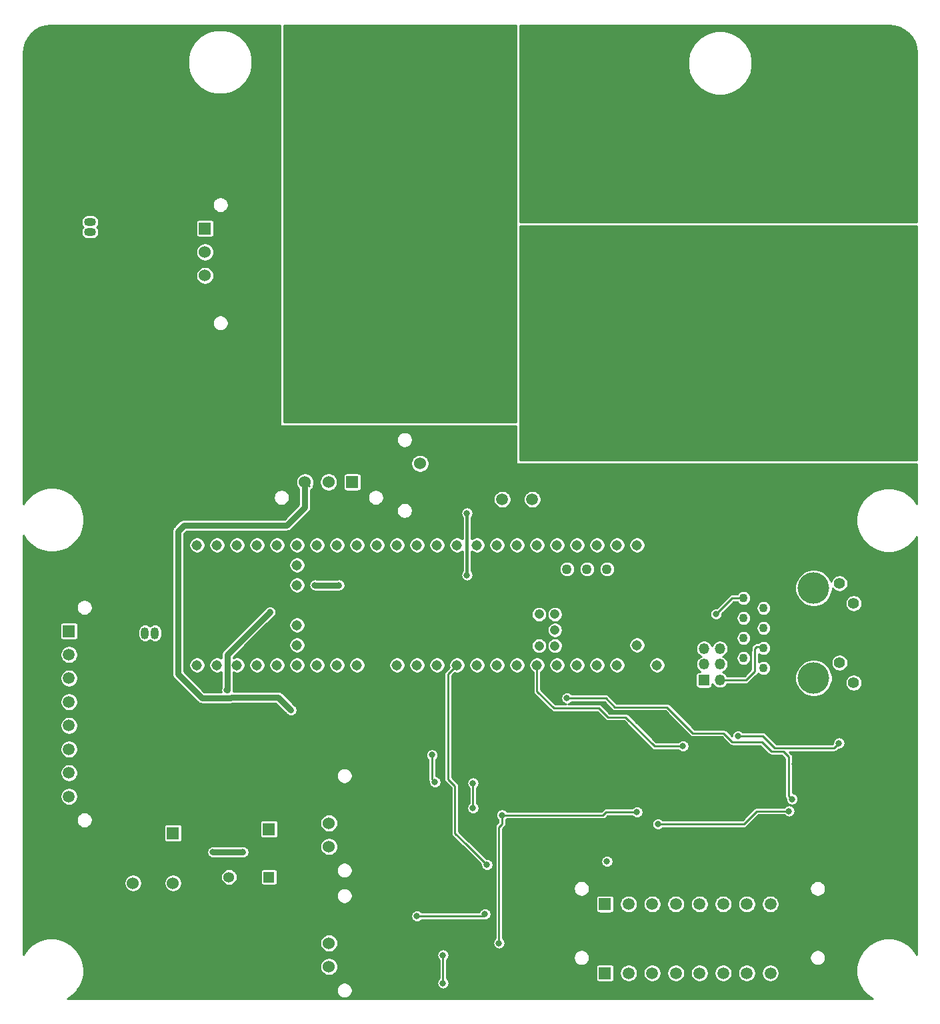
<source format=gbr>
%TF.GenerationSoftware,KiCad,Pcbnew,(5.1.10)-1*%
%TF.CreationDate,2022-03-19T12:48:15-05:00*%
%TF.ProjectId,BMS_2022_Rev1,424d535f-3230-4323-925f-526576312e6b,rev?*%
%TF.SameCoordinates,Original*%
%TF.FileFunction,Copper,L2,Bot*%
%TF.FilePolarity,Positive*%
%FSLAX46Y46*%
G04 Gerber Fmt 4.6, Leading zero omitted, Abs format (unit mm)*
G04 Created by KiCad (PCBNEW (5.1.10)-1) date 2022-03-19 12:48:15*
%MOMM*%
%LPD*%
G01*
G04 APERTURE LIST*
%TA.AperFunction,ComponentPad*%
%ADD10C,1.530000*%
%TD*%
%TA.AperFunction,ComponentPad*%
%ADD11R,1.530000X1.530000*%
%TD*%
%TA.AperFunction,ComponentPad*%
%ADD12C,1.308000*%
%TD*%
%TA.AperFunction,ComponentPad*%
%ADD13C,1.208000*%
%TD*%
%TA.AperFunction,ComponentPad*%
%ADD14C,1.258000*%
%TD*%
%TA.AperFunction,ComponentPad*%
%ADD15R,1.520000X1.520000*%
%TD*%
%TA.AperFunction,ComponentPad*%
%ADD16C,1.520000*%
%TD*%
%TA.AperFunction,ComponentPad*%
%ADD17C,1.600000*%
%TD*%
%TA.AperFunction,ComponentPad*%
%ADD18R,1.600000X1.600000*%
%TD*%
%TA.AperFunction,ComponentPad*%
%ADD19C,5.080000*%
%TD*%
%TA.AperFunction,ComponentPad*%
%ADD20R,1.500000X1.050000*%
%TD*%
%TA.AperFunction,ComponentPad*%
%ADD21O,1.500000X1.050000*%
%TD*%
%TA.AperFunction,ComponentPad*%
%ADD22R,1.050000X1.500000*%
%TD*%
%TA.AperFunction,ComponentPad*%
%ADD23O,1.050000X1.500000*%
%TD*%
%TA.AperFunction,ComponentPad*%
%ADD24C,1.501140*%
%TD*%
%TA.AperFunction,ComponentPad*%
%ADD25O,9.144000X5.588000*%
%TD*%
%TA.AperFunction,ComponentPad*%
%ADD26C,18.288000*%
%TD*%
%TA.AperFunction,ComponentPad*%
%ADD27R,1.350000X1.350000*%
%TD*%
%TA.AperFunction,ComponentPad*%
%ADD28O,1.350000X1.350000*%
%TD*%
%TA.AperFunction,ComponentPad*%
%ADD29C,2.000000*%
%TD*%
%TA.AperFunction,ComponentPad*%
%ADD30C,1.400000*%
%TD*%
%TA.AperFunction,ComponentPad*%
%ADD31C,4.000000*%
%TD*%
%TA.AperFunction,ComponentPad*%
%ADD32C,1.100000*%
%TD*%
%TA.AperFunction,ComponentPad*%
%ADD33C,1.524000*%
%TD*%
%TA.AperFunction,ComponentPad*%
%ADD34C,1.358000*%
%TD*%
%TA.AperFunction,ComponentPad*%
%ADD35R,1.358000X1.358000*%
%TD*%
%TA.AperFunction,ViaPad*%
%ADD36C,0.800000*%
%TD*%
%TA.AperFunction,Conductor*%
%ADD37C,0.381000*%
%TD*%
%TA.AperFunction,Conductor*%
%ADD38C,0.250000*%
%TD*%
%TA.AperFunction,Conductor*%
%ADD39C,0.254000*%
%TD*%
%TA.AperFunction,Conductor*%
%ADD40C,0.762000*%
%TD*%
%TA.AperFunction,Conductor*%
%ADD41C,0.100000*%
%TD*%
G04 APERTURE END LIST*
D10*
%TO.P,Conn5,2*%
%TO.N,Net-(Conn5-Pad2)*%
X-70485000Y244297200D03*
D11*
%TO.P,Conn5,1*%
%TO.N,GND*%
X-70485000Y241300000D03*
%TD*%
D12*
%TO.P,U1,GND1*%
%TO.N,GND*%
X-40386000Y233934000D03*
%TO.P,U1,0*%
%TO.N,Net-(U1-Pad0)*%
X-42926000Y233934000D03*
%TO.P,U1,VBAT*%
%TO.N,Net-(U1-PadVBAT)*%
X-86106000Y231394000D03*
%TO.P,U1,3.3V_3*%
%TO.N,+3V3*%
X-86106000Y228854000D03*
%TO.P,U1,GND4*%
%TO.N,GND*%
X-86106000Y226314000D03*
%TO.P,U1,ON/OFF*%
%TO.N,Net-(U1-PadON/OFF)*%
X-86106000Y221234000D03*
%TO.P,U1,VUSB*%
%TO.N,Net-(U1-PadVUSB)*%
X-42926000Y221234000D03*
%TO.P,U1,PROGRAM*%
%TO.N,Net-(U1-PadPROGRAM)*%
X-86106000Y223774000D03*
%TO.P,U1,GND2*%
%TO.N,GND*%
X-75946000Y218694000D03*
D13*
%TO.P,U1,R-*%
%TO.N,N/C*%
X-55356000Y221144000D03*
%TO.P,U1,R+*%
%TO.N,Net-(U1-PadR+)*%
X-53356000Y221144000D03*
%TO.P,U1,GND5*%
%TO.N,GND*%
X-55356000Y223144000D03*
%TO.P,U1,T+*%
%TO.N,Net-(U1-PadT+)*%
X-55356000Y225144000D03*
%TO.P,U1,LED*%
%TO.N,Net-(U1-PadLED)*%
X-53356000Y223144000D03*
%TO.P,U1,T-*%
%TO.N,N/C*%
X-53356000Y225144000D03*
D14*
%TO.P,U1,5V*%
%TO.N,Net-(U1-Pad5V)*%
X-46736000Y230884000D03*
%TO.P,U1,D-*%
%TO.N,N/C*%
X-49276000Y230884000D03*
%TO.P,U1,D+*%
%TO.N,Net-(U1-PadD+)*%
X-51816000Y230884000D03*
%TO.P,U1,USB_GND1*%
%TO.N,GND*%
X-54356000Y230884000D03*
%TO.P,U1,USB_GND2*%
X-56896000Y230884000D03*
D12*
%TO.P,U1,1*%
%TO.N,SER_TX_IND*%
X-45466000Y233934000D03*
%TO.P,U1,2*%
%TO.N,Net-(U1-Pad2)*%
X-48006000Y233934000D03*
%TO.P,U1,3*%
%TO.N,Net-(U1-Pad3)*%
X-50546000Y233934000D03*
%TO.P,U1,4*%
%TO.N,Net-(U1-Pad4)*%
X-53086000Y233934000D03*
%TO.P,U1,5*%
%TO.N,Net-(U1-Pad5)*%
X-55626000Y233934000D03*
%TO.P,U1,6*%
%TO.N,Net-(U1-Pad6)*%
X-58166000Y233934000D03*
%TO.P,U1,7*%
%TO.N,Net-(U1-Pad7)*%
X-60706000Y233934000D03*
%TO.P,U1,8*%
%TO.N,Net-(U1-Pad8)*%
X-63246000Y233934000D03*
%TO.P,U1,9*%
%TO.N,Net-(U1-Pad9)*%
X-65786000Y233934000D03*
%TO.P,U1,10*%
%TO.N,Net-(U1-Pad10)*%
X-68326000Y233934000D03*
%TO.P,U1,11*%
%TO.N,Net-(U1-Pad11)*%
X-70866000Y233934000D03*
%TO.P,U1,12*%
%TO.N,Net-(U1-Pad12)*%
X-73406000Y233934000D03*
%TO.P,U1,3.3V_1*%
%TO.N,+3V3*%
X-75946000Y233934000D03*
%TO.P,U1,13*%
%TO.N,Net-(U1-Pad13)*%
X-73406000Y218694000D03*
%TO.P,U1,14*%
%TO.N,Net-(U1-Pad14)*%
X-70866000Y218694000D03*
%TO.P,U1,15*%
%TO.N,CELL_1_GND_SENSE*%
X-68326000Y218694000D03*
%TO.P,U1,16*%
%TO.N,CELL_2_1_SENSE*%
X-65786000Y218694000D03*
%TO.P,U1,17*%
%TO.N,CELL_3_2_SENSE*%
X-63246000Y218694000D03*
%TO.P,U1,18*%
%TO.N,CELL_4_3_SENSE*%
X-60706000Y218694000D03*
%TO.P,U1,19*%
%TO.N,CELL_5_4_SENSE*%
X-58166000Y218694000D03*
%TO.P,U1,20*%
%TO.N,CELL_6_5_SENSE*%
X-55626000Y218694000D03*
%TO.P,U1,21*%
%TO.N,CELL_7_6_SENSE*%
X-53086000Y218694000D03*
%TO.P,U1,22*%
%TO.N,CELL_8_7_SENSE*%
X-50546000Y218694000D03*
%TO.P,U1,23*%
%TO.N,Net-(U1-Pad23)*%
X-48006000Y218694000D03*
%TO.P,U1,3.3V_2*%
%TO.N,+3V3*%
X-45466000Y218694000D03*
%TO.P,U1,GND3*%
%TO.N,GND*%
X-42926000Y218694000D03*
%TO.P,U1,VIN*%
%TO.N,Net-(U1-PadVIN)*%
X-40386000Y218694000D03*
%TO.P,U1,24*%
%TO.N,V_OUT_SENSE*%
X-78486000Y233934000D03*
%TO.P,U1,25*%
%TO.N,Net-(U1-Pad25)*%
X-81026000Y233934000D03*
%TO.P,U1,26*%
%TO.N,TEMP_D_OUT*%
X-83566000Y233934000D03*
%TO.P,U1,27*%
%TO.N,SW_IND*%
X-86106000Y233934000D03*
%TO.P,U1,28*%
%TO.N,Net-(U1-Pad28)*%
X-88646000Y233934000D03*
%TO.P,U1,29*%
%TO.N,Net-(U1-Pad29)*%
X-91186000Y233934000D03*
%TO.P,U1,30*%
%TO.N,Net-(U1-Pad30)*%
X-93726000Y233934000D03*
%TO.P,U1,31*%
%TO.N,Net-(U1-Pad31)*%
X-96266000Y233934000D03*
%TO.P,U1,32*%
%TO.N,Net-(U1-Pad32)*%
X-98806000Y233934000D03*
%TO.P,U1,33*%
%TO.N,Net-(U1-Pad33)*%
X-98806000Y218694000D03*
%TO.P,U1,34*%
%TO.N,Net-(U1-Pad34)*%
X-96266000Y218694000D03*
%TO.P,U1,35*%
%TO.N,Net-(U1-Pad35)*%
X-93726000Y218694000D03*
%TO.P,U1,36*%
%TO.N,PACK_GATE*%
X-91186000Y218694000D03*
%TO.P,U1,37*%
%TO.N,BUZZER*%
X-88646000Y218694000D03*
%TO.P,U1,38*%
%TO.N,SW_ERR*%
X-86106000Y218694000D03*
%TO.P,U1,39*%
%TO.N,FAN_CTL*%
X-83566000Y218694000D03*
%TO.P,U1,40*%
%TO.N,Net-(U1-Pad40)*%
X-81026000Y218694000D03*
%TO.P,U1,41*%
%TO.N,PACK_I_SENSE*%
X-78486000Y218694000D03*
%TD*%
D15*
%TO.P,Conn2,1*%
%TO.N,CELL_1*%
X-46990000Y188341000D03*
D16*
%TO.P,Conn2,2*%
%TO.N,CELL_2*%
X-43990001Y188341000D03*
%TO.P,Conn2,3*%
%TO.N,CELL_3*%
X-40990002Y188341000D03*
%TO.P,Conn2,4*%
%TO.N,CELL_4*%
X-37990003Y188341000D03*
%TO.P,Conn2,5*%
%TO.N,CELL_5*%
X-34990004Y188341000D03*
%TO.P,Conn2,6*%
%TO.N,CELL_6*%
X-31990005Y188341000D03*
%TO.P,Conn2,7*%
%TO.N,CELL_7*%
X-28990006Y188341000D03*
%TO.P,Conn2,8*%
%TO.N,CELL_8*%
X-25990006Y188341000D03*
%TO.P,Conn2,9*%
%TO.N,GND*%
X-22990007Y188341000D03*
%TD*%
D17*
%TO.P,C2,2*%
%TO.N,GND*%
X-91662000Y197866000D03*
D18*
%TO.P,C2,1*%
%TO.N,Net-(C2-Pad1)*%
X-89662000Y197866000D03*
%TD*%
D17*
%TO.P,C5,2*%
%TO.N,GND*%
X-103854000Y197358000D03*
D18*
%TO.P,C5,1*%
%TO.N,Net-(C2-Pad1)*%
X-101854000Y197358000D03*
%TD*%
D16*
%TO.P,Conn1,8*%
%TO.N,+5V*%
X-115062000Y202012006D03*
%TO.P,Conn1,7*%
%TO.N,Net-(Conn1-Pad1)*%
X-115062000Y205012006D03*
%TO.P,Conn1,6*%
%TO.N,+5V*%
X-115062000Y208012005D03*
%TO.P,Conn1,5*%
%TO.N,Net-(Conn1-Pad1)*%
X-115062000Y211012004D03*
%TO.P,Conn1,4*%
%TO.N,+5V*%
X-115062000Y214012003D03*
%TO.P,Conn1,3*%
%TO.N,Net-(Conn1-Pad1)*%
X-115062000Y217012002D03*
%TO.P,Conn1,2*%
%TO.N,+5V*%
X-115062000Y220012001D03*
D15*
%TO.P,Conn1,1*%
%TO.N,Net-(Conn1-Pad1)*%
X-115062000Y223012000D03*
%TD*%
D16*
%TO.P,Conn3,9*%
%TO.N,GND*%
X-22990007Y179578000D03*
%TO.P,Conn3,8*%
%TO.N,CELL_8*%
X-25990006Y179578000D03*
%TO.P,Conn3,7*%
%TO.N,CELL_7*%
X-28990006Y179578000D03*
%TO.P,Conn3,6*%
%TO.N,CELL_6*%
X-31990005Y179578000D03*
%TO.P,Conn3,5*%
%TO.N,CELL_5*%
X-34990004Y179578000D03*
%TO.P,Conn3,4*%
%TO.N,CELL_4*%
X-37990003Y179578000D03*
%TO.P,Conn3,3*%
%TO.N,CELL_3*%
X-40990002Y179578000D03*
%TO.P,Conn3,2*%
%TO.N,CELL_2*%
X-43990001Y179578000D03*
D15*
%TO.P,Conn3,1*%
%TO.N,CELL_1*%
X-46990000Y179578000D03*
%TD*%
D19*
%TO.P,Conn4,4*%
%TO.N,Net-(Conn4-Pad4)*%
X-38862000Y248412000D03*
%TO.P,Conn4,1*%
%TO.N,GND*%
X-38862000Y240512000D03*
%TD*%
D10*
%TO.P,J1,3*%
%TO.N,+3V3*%
X-82042000Y195630800D03*
%TO.P,J1,2*%
%TO.N,TEMP_D_OUT*%
X-82042000Y198628000D03*
D11*
%TO.P,J1,1*%
%TO.N,GND*%
X-82042000Y201625200D03*
%TD*%
%TO.P,J2,1*%
%TO.N,GND*%
X-82042000Y186385200D03*
D10*
%TO.P,J2,2*%
%TO.N,+3V3*%
X-82042000Y183388000D03*
%TO.P,J2,3*%
%TO.N,SER_TX_IND*%
X-82042000Y180390800D03*
%TD*%
D11*
%TO.P,J3,1*%
%TO.N,Net-(J3-Pad1)*%
X-97790000Y274142200D03*
D10*
%TO.P,J3,2*%
%TO.N,PACK_GATE*%
X-97790000Y271145000D03*
%TO.P,J3,3*%
%TO.N,Net-(J3-Pad3)*%
X-97790000Y268147800D03*
%TO.P,J3,4*%
%TO.N,GND*%
X-97790000Y265150600D03*
%TD*%
D20*
%TO.P,Q1,1*%
%TO.N,GND*%
X-112395000Y272415000D03*
D21*
%TO.P,Q1,3*%
%TO.N,Net-(BZ1-Pad1)*%
X-112395000Y274955000D03*
%TO.P,Q1,2*%
%TO.N,BUZZER*%
X-112395000Y273685000D03*
%TD*%
D22*
%TO.P,Q3,1*%
%TO.N,GND*%
X-106680000Y222758000D03*
D23*
%TO.P,Q3,3*%
%TO.N,Net-(Conn1-Pad1)*%
X-104140000Y222758000D03*
%TO.P,Q3,2*%
%TO.N,Net-(Q3-Pad2)*%
X-105410000Y222758000D03*
%TD*%
D11*
%TO.P,SW2,1*%
%TO.N,Net-(F1-Pad1)*%
X-79095600Y241935000D03*
D10*
%TO.P,SW2,2*%
%TO.N,Net-(Conn5-Pad2)*%
X-82092800Y241935000D03*
%TO.P,SW2,3*%
%TO.N,Net-(C2-Pad1)*%
X-85090000Y241935000D03*
%TD*%
D24*
%TO.P,U5,1*%
%TO.N,+3V3*%
X-60050680Y239742980D03*
%TO.P,U5,3*%
%TO.N,PACK_I_SENSE*%
X-56230520Y239742980D03*
%TO.P,U5,2*%
%TO.N,GND*%
X-58140600Y239742980D03*
D25*
%TO.P,U5,4*%
%TO.N,Net-(Conn4-Pad4)*%
X-53060600Y261239000D03*
%TO.P,U5,5*%
%TO.N,PACK_V*%
X-63220600Y261239000D03*
%TD*%
D26*
%TO.P,V1,1*%
%TO.N,GND*%
X-108585000Y254635000D03*
%TD*%
%TO.P,V2,1*%
%TO.N,Net-(Conn4-Pad4)*%
X-19685000Y254635000D03*
%TD*%
%TO.P,V3,1*%
%TO.N,V_OUT*%
X-19685000Y285115000D03*
%TD*%
D27*
%TO.P,J5,1*%
%TO.N,Net-(J4-Pad1)*%
X-34417000Y216789000D03*
D28*
%TO.P,J5,2*%
%TO.N,Net-(J4-Pad3)*%
X-32417000Y216789000D03*
%TO.P,J5,3*%
%TO.N,Net-(C8-Pad2)*%
X-34417000Y218789000D03*
%TO.P,J5,4*%
%TO.N,Net-(J4-Pad10)*%
X-32417000Y218789000D03*
%TO.P,J5,5*%
%TO.N,Net-(J4-Pad6)*%
X-34417000Y220789000D03*
%TO.P,J5,6*%
%TO.N,Net-(J4-Pad4)*%
X-32417000Y220789000D03*
%TD*%
D29*
%TO.P,J4,SH*%
%TO.N,GND*%
X-23543000Y230635000D03*
X-23543000Y214885000D03*
D30*
%TO.P,J4,9*%
%TO.N,Net-(C8-Pad2)*%
X-15413000Y216435000D03*
%TO.P,J4,12*%
%TO.N,Net-(J4-Pad12)*%
X-17203000Y229085000D03*
%TO.P,J4,10*%
%TO.N,Net-(J4-Pad10)*%
X-17203000Y218975000D03*
%TO.P,J4,11*%
%TO.N,Net-(J4-Pad11)*%
X-15413000Y226545000D03*
D31*
%TO.P,J4,13*%
%TO.N,N/C*%
X-20493000Y217045000D03*
%TO.P,J4,14*%
X-20493000Y228475000D03*
D32*
%TO.P,J4,1*%
%TO.N,Net-(J4-Pad1)*%
X-26843000Y218315000D03*
%TO.P,J4,3*%
%TO.N,Net-(J4-Pad3)*%
X-26843000Y220855000D03*
%TO.P,J4,5*%
%TO.N,Net-(C8-Pad1)*%
X-26843000Y223395000D03*
%TO.P,J4,7*%
%TO.N,Net-(J4-Pad7)*%
X-26843000Y225935000D03*
%TO.P,J4,2*%
%TO.N,Net-(C8-Pad1)*%
X-29383000Y219585000D03*
%TO.P,J4,4*%
%TO.N,Net-(J4-Pad4)*%
X-29383000Y222125000D03*
%TO.P,J4,6*%
%TO.N,Net-(J4-Pad6)*%
X-29383000Y224665000D03*
%TO.P,J4,8*%
%TO.N,Net-(C8-Pad2)*%
X-29383000Y227205000D03*
%TD*%
D33*
%TO.P,U4,1*%
%TO.N,Net-(C2-Pad1)*%
X-101854000Y191008000D03*
%TO.P,U4,2*%
%TO.N,GND*%
X-104394000Y191008000D03*
%TO.P,U4,3*%
%TO.N,+5V*%
X-106934000Y191008000D03*
%TD*%
D34*
%TO.P,U2,3*%
%TO.N,+3V3*%
X-94742000Y191770000D03*
%TO.P,U2,2*%
%TO.N,GND*%
X-92202000Y191770000D03*
D35*
%TO.P,U2,1*%
%TO.N,Net-(C2-Pad1)*%
X-89662000Y191770000D03*
%TD*%
D36*
%TO.N,GND*%
X-104140000Y208280000D03*
X-99060000Y201930000D03*
X-99060000Y198120000D03*
X-115570000Y186690000D03*
X-118110000Y186690000D03*
X-111760000Y182880000D03*
X-74930000Y179578000D03*
X-71374000Y177546000D03*
X-70358000Y192786000D03*
X-67818000Y191516000D03*
X-58674000Y177546000D03*
X-92710000Y260350000D03*
X-91948000Y274066000D03*
X-102870000Y234950000D03*
X-102870000Y243840000D03*
X-53340000Y188468000D03*
X-53340000Y183896000D03*
X-58420000Y182372000D03*
X-62992000Y180848000D03*
X-53340000Y181356000D03*
X-53340000Y191516000D03*
X-59436000Y187452000D03*
X-49276000Y188468000D03*
X-16891000Y211328000D03*
X-22860000Y206121000D03*
X-14605000Y193929000D03*
X-18669000Y195961000D03*
X-45847000Y201295000D03*
X-50927000Y211328000D03*
X-62357000Y212598000D03*
X-52197000Y206248000D03*
X-31877000Y208915000D03*
X-21844000Y212217000D03*
X-26797000Y201295000D03*
X-11303000Y209550000D03*
X-42799000Y211582000D03*
X-14097000Y206375000D03*
X-65532000Y207518000D03*
X-24257000Y225044000D03*
X-24384000Y220980000D03*
X-20574000Y222250000D03*
X-51943000Y237998000D03*
X-54864000Y237998000D03*
X-49022000Y235966000D03*
X-59563000Y194056000D03*
X-42926000Y202057000D03*
X-31115000Y222758000D03*
X-98171000Y288036000D03*
X-80391000Y231775000D03*
X-111252000Y235204000D03*
X-111252000Y232156000D03*
X-114300000Y232156000D03*
X-117348000Y232156000D03*
X-120396000Y232156000D03*
X-120396000Y242316000D03*
X-102108000Y297688000D03*
X-102108000Y292608000D03*
X-106172000Y297688000D03*
X-106172000Y292608000D03*
X-114808000Y297688000D03*
X-118872000Y297688000D03*
X-90424000Y292608000D03*
X-90424000Y297688000D03*
X-94996000Y282956000D03*
X-91948000Y280924000D03*
%TO.N,PACK_V*%
X-59944000Y295656000D03*
X-59944000Y292100000D03*
X-59944000Y288036000D03*
X-64008000Y295656000D03*
X-64008000Y292100000D03*
X-68072000Y295656000D03*
X-68072000Y292100000D03*
X-71628000Y295656000D03*
X-71628000Y292100000D03*
X-75184000Y295656000D03*
X-75184000Y292100000D03*
X-78740000Y295656000D03*
X-78740000Y292100000D03*
X-82296000Y295656000D03*
X-82296000Y292100000D03*
X-85852000Y295656000D03*
X-85852000Y292100000D03*
X-64008000Y288036000D03*
X-68072000Y288036000D03*
X-71628000Y288036000D03*
X-75184000Y288036000D03*
X-78740000Y288036000D03*
X-82296000Y288036000D03*
X-82296000Y283972000D03*
X-78740000Y283972000D03*
X-75184000Y283972000D03*
X-71628000Y283972000D03*
X-85852000Y283972000D03*
X-64008000Y273304000D03*
X-64008000Y269240000D03*
X-64008000Y264668000D03*
X-71628000Y279908000D03*
X-71628000Y275844000D03*
X-71628000Y273304000D03*
X-71628000Y269240000D03*
X-71628000Y264668000D03*
X-71628000Y260604000D03*
X-71628000Y256540000D03*
X-71628000Y252476000D03*
X-68072000Y273304000D03*
X-68072000Y269240000D03*
X-68072000Y264668000D03*
X-68072000Y256540000D03*
X-68072000Y252476000D03*
X-75184000Y279908000D03*
X-75184000Y275844000D03*
X-75184000Y273304000D03*
X-75184000Y269240000D03*
X-75184000Y264668000D03*
X-75184000Y260604000D03*
X-75184000Y256540000D03*
X-75184000Y252476000D03*
X-78740000Y279908000D03*
X-82296000Y279908000D03*
X-85852000Y279908000D03*
X-78740000Y275844000D03*
X-82296000Y275844000D03*
X-85598000Y275844000D03*
X-78740000Y273304000D03*
X-82296000Y273304000D03*
X-85598000Y273304000D03*
X-78740000Y269240000D03*
X-82296000Y269240000D03*
X-85852000Y269240000D03*
X-78740000Y264668000D03*
X-82296000Y264668000D03*
X-85852000Y264668000D03*
X-78740000Y260604000D03*
X-82296000Y260604000D03*
X-85852000Y260604000D03*
X-78740000Y256540000D03*
X-82296000Y256540000D03*
X-85852000Y256540000D03*
X-78740000Y252476000D03*
X-64516000Y230124000D03*
X-64516000Y237998000D03*
X-60452000Y183388000D03*
X-68967067Y207270067D03*
X-68580000Y203835000D03*
X-40259000Y198501000D03*
X-23622000Y200152000D03*
X-60071000Y199644000D03*
X-42926000Y200025000D03*
%TO.N,Net-(C2-Pad1)*%
X-96774000Y194945000D03*
X-92964000Y194945000D03*
X-86868000Y212979000D03*
%TO.N,+3V3*%
X-94996000Y215519000D03*
X-89535000Y225425000D03*
X-83820000Y228854000D03*
X-80772000Y228854000D03*
%TO.N,Net-(C8-Pad2)*%
X-32893000Y225171000D03*
%TO.N,CELL_4*%
X-46736000Y193765000D03*
%TO.N,V_OUT*%
X-16256000Y299212000D03*
X-20320000Y299212000D03*
X-24384000Y299212000D03*
X-40132000Y299212000D03*
X-44196000Y299212000D03*
X-48260000Y299212000D03*
X-52324000Y299212000D03*
X-56388000Y299212000D03*
X-56388000Y295656000D03*
X-52324000Y295656000D03*
X-56388000Y292100000D03*
X-52324000Y292100000D03*
X-48260000Y295656000D03*
X-48260000Y292100000D03*
X-44196000Y292100000D03*
X-44196000Y295656000D03*
X-40132000Y295656000D03*
X-40132000Y292100000D03*
X-52324000Y288036000D03*
X-48260000Y288036000D03*
X-44196000Y288036000D03*
X-40132000Y288036000D03*
X-48260000Y283972000D03*
X-44196000Y283972000D03*
X-40132000Y283972000D03*
X-48260000Y279908000D03*
X-44196000Y279908000D03*
X-40132000Y279908000D03*
X-48260000Y275844000D03*
X-44196000Y275844000D03*
X-40132000Y275844000D03*
X-36068000Y275844000D03*
X-36068000Y279908000D03*
X-36068000Y283972000D03*
X-36068000Y288036000D03*
X-36322000Y291973000D03*
X-32004000Y275844000D03*
X-32004000Y279908000D03*
X-32004000Y283972000D03*
X-32004000Y288036000D03*
X-16256000Y295148000D03*
X-20320000Y295148000D03*
X-24384000Y295148000D03*
X-8128000Y288544000D03*
X-8128000Y283972000D03*
X-8128000Y279908000D03*
X-27432000Y275844000D03*
X-8128000Y275844000D03*
X-56388000Y288036000D03*
X-8128000Y292100000D03*
X-12192000Y295148000D03*
%TO.N,CELL_8_7_SENSE*%
X-17272000Y208788000D03*
X-30099000Y209677000D03*
%TO.N,CELL_7_6_SENSE*%
X-23241000Y201676000D03*
X-51816000Y214503000D03*
%TO.N,CELL_6_5_SENSE*%
X-37084000Y208407000D03*
%TO.N,CELL_2_1_SENSE*%
X-61976000Y193329000D03*
X-70866000Y186817000D03*
X-62230000Y187071000D03*
%TO.N,Net-(R37-Pad2)*%
X-63754000Y200533000D03*
X-63754000Y203708000D03*
%TO.N,Net-(R45-Pad2)*%
X-67564000Y178308000D03*
X-67564000Y181864000D03*
%TO.N,Net-(Conn4-Pad4)*%
X-55880000Y273304000D03*
X-48260000Y273304000D03*
X-44196000Y273304000D03*
X-40132000Y273304000D03*
X-52324000Y273304000D03*
X-36068000Y273304000D03*
X-32004000Y273304000D03*
X-27432000Y273304000D03*
X-22860000Y273304000D03*
X-18288000Y273304000D03*
X-8128000Y273304000D03*
X-13208000Y273304000D03*
X-8128000Y269240000D03*
X-8128000Y264668000D03*
X-8128000Y260604000D03*
X-8128000Y256540000D03*
X-8128000Y252476000D03*
X-13208000Y269240000D03*
X-18288000Y269240000D03*
X-22860000Y269240000D03*
X-27432000Y269240000D03*
X-32004000Y269240000D03*
X-36068000Y269240000D03*
X-40132000Y269240000D03*
X-44196000Y269240000D03*
X-48260000Y269240000D03*
X-52324000Y269240000D03*
X-55880000Y269240000D03*
X-13208000Y264668000D03*
X-18288000Y264668000D03*
X-22860000Y264668000D03*
X-27432000Y264668000D03*
X-32004000Y264668000D03*
X-36068000Y264668000D03*
X-40132000Y264668000D03*
X-44196000Y264668000D03*
X-48260000Y264668000D03*
X-52324000Y264668000D03*
X-55880000Y264668000D03*
X-32004000Y260604000D03*
X-36068000Y260604000D03*
X-40132000Y260604000D03*
X-44196000Y260604000D03*
X-32004000Y256540000D03*
X-36068000Y256540000D03*
X-40132000Y256540000D03*
X-44196000Y256540000D03*
X-48260000Y256540000D03*
X-32004000Y252476000D03*
X-44196000Y252476000D03*
X-48260000Y252476000D03*
X-8128000Y248412000D03*
X-32004000Y247904000D03*
X-44196000Y247904000D03*
X-48260000Y247904000D03*
%TD*%
D37*
%TO.N,PACK_V*%
X-64516000Y230124000D02*
X-64516000Y237998000D01*
D38*
X-60452000Y183388000D02*
X-60452000Y198120000D01*
X-68967067Y204222067D02*
X-68580000Y203835000D01*
X-68967067Y207270067D02*
X-68967067Y204222067D01*
X-40259000Y198501000D02*
X-29337000Y198501000D01*
X-27686000Y200152000D02*
X-23622000Y200152000D01*
X-60071000Y198501000D02*
X-60452000Y198120000D01*
X-60071000Y199644000D02*
X-60071000Y198501000D01*
X-46863000Y200025000D02*
X-42926000Y200025000D01*
X-47244000Y199644000D02*
X-46863000Y200025000D01*
X-60071000Y199644000D02*
X-47244000Y199644000D01*
X-29337000Y198501000D02*
X-27686000Y200152000D01*
D39*
%TO.N,Net-(C2-Pad1)*%
X-84547001Y241392001D02*
X-85090000Y241935000D01*
D40*
X-96774000Y194945000D02*
X-92964000Y194945000D01*
X-85090000Y238760000D02*
X-85090000Y241935000D01*
X-87376000Y236474000D02*
X-85090000Y238760000D01*
X-100457000Y236474000D02*
X-87376000Y236474000D01*
X-101219000Y217551000D02*
X-101219000Y235712000D01*
X-98205999Y214537999D02*
X-101219000Y217551000D01*
X-101219000Y235712000D02*
X-100457000Y236474000D01*
X-94525119Y214537999D02*
X-98205999Y214537999D01*
X-94433118Y214630000D02*
X-94525119Y214537999D01*
X-88519000Y214630000D02*
X-94433118Y214630000D01*
X-86868000Y212979000D02*
X-88519000Y214630000D01*
%TO.N,+3V3*%
X-94961001Y215553999D02*
X-94996000Y215519000D01*
X-94961001Y219998999D02*
X-94961001Y215553999D01*
X-94961001Y219998999D02*
X-89535000Y225425000D01*
X-83820000Y228854000D02*
X-80772000Y228854000D01*
D38*
%TO.N,Net-(C8-Pad2)*%
X-30859000Y227205000D02*
X-29383000Y227205000D01*
X-32893000Y225171000D02*
X-30859000Y227205000D01*
%TO.N,CELL_8_7_SENSE*%
X-17870001Y208189999D02*
X-25436999Y208189999D01*
X-17272000Y208788000D02*
X-17870001Y208189999D01*
X-26924000Y209677000D02*
X-25436999Y208189999D01*
X-30099000Y209677000D02*
X-26924000Y209677000D01*
%TO.N,CELL_7_6_SENSE*%
X-51725999Y214412999D02*
X-51816000Y214503000D01*
X-46863000Y214503000D02*
X-51816000Y214503000D01*
X-27087999Y208951999D02*
X-30840997Y208951999D01*
X-25875989Y207739989D02*
X-27087999Y208951999D01*
X-24351989Y207739989D02*
X-25875989Y207739989D01*
X-23640999Y207028999D02*
X-24351989Y207739989D01*
X-23640999Y202075999D02*
X-23640999Y207028999D01*
X-45720000Y213360000D02*
X-46863000Y214503000D01*
X-23241000Y201676000D02*
X-23640999Y202075999D01*
X-30840997Y208951999D02*
X-31946998Y210058000D01*
X-31946998Y210058000D02*
X-35814000Y210058000D01*
X-39116000Y213360000D02*
X-45720000Y213360000D01*
X-35814000Y210058000D02*
X-39116000Y213360000D01*
%TO.N,CELL_6_5_SENSE*%
X-47752000Y213233000D02*
X-53467000Y213233000D01*
X-55626000Y215392000D02*
X-55626000Y218694000D01*
X-53467000Y213233000D02*
X-55626000Y215392000D01*
X-40697002Y208407000D02*
X-44380002Y212090000D01*
X-37084000Y208407000D02*
X-40697002Y208407000D01*
X-46609000Y212090000D02*
X-47752000Y213233000D01*
X-44380002Y212090000D02*
X-46609000Y212090000D01*
%TO.N,CELL_2_1_SENSE*%
X-61976000Y193329000D02*
X-64516000Y195869000D01*
X-62484000Y186817000D02*
X-62230000Y187071000D01*
X-70866000Y186817000D02*
X-62484000Y186817000D01*
X-64516000Y195869000D02*
X-64551000Y195869000D01*
X-64551000Y195869000D02*
X-66040000Y197358000D01*
X-66040000Y197358000D02*
X-66040000Y203327000D01*
X-66040000Y203327000D02*
X-66929000Y204216000D01*
X-66929000Y217551000D02*
X-65786000Y218694000D01*
X-66929000Y204216000D02*
X-66929000Y217551000D01*
%TO.N,Net-(R37-Pad2)*%
X-63754000Y200533000D02*
X-63754000Y203708000D01*
%TO.N,Net-(R45-Pad2)*%
X-67564000Y178308000D02*
X-67564000Y181864000D01*
D39*
%TO.N,Net-(J4-Pad3)*%
X-26843000Y221280000D02*
X-26843000Y220855000D01*
X-27940000Y217932000D02*
X-27940000Y220472000D01*
X-29083000Y216789000D02*
X-27940000Y217932000D01*
X-32417000Y216789000D02*
X-29083000Y216789000D01*
D38*
X-26843000Y221216500D02*
X-26843000Y220855000D01*
X-26843000Y221026000D02*
X-26843000Y220855000D01*
X-26843000Y221089500D02*
X-26843000Y220855000D01*
X-27158500Y221170500D02*
X-26843000Y220855000D01*
X-27031500Y221043500D02*
X-26843000Y220855000D01*
X-27686000Y221043500D02*
X-27031500Y221043500D01*
X-27940000Y220789500D02*
X-27686000Y221043500D01*
X-27940000Y220472000D02*
X-27940000Y220789500D01*
%TD*%
D39*
%TO.N,GND*%
X-88265000Y249174000D02*
X-88262560Y249149224D01*
X-88255333Y249125399D01*
X-88243597Y249103443D01*
X-88227803Y249084197D01*
X-88208557Y249068403D01*
X-88186601Y249056667D01*
X-88162776Y249049440D01*
X-88138000Y249047000D01*
X-58293000Y249047000D01*
X-58293000Y244348000D01*
X-58290560Y244323224D01*
X-58283333Y244299399D01*
X-58271597Y244277443D01*
X-58255803Y244258197D01*
X-58236557Y244242403D01*
X-58214601Y244230667D01*
X-58190776Y244223440D01*
X-58166000Y244221000D01*
X-7416000Y244221000D01*
X-7416000Y239140637D01*
X-7787967Y239697325D01*
X-8359075Y240268433D01*
X-9030627Y240717150D01*
X-9776816Y241026232D01*
X-10568966Y241183800D01*
X-11376634Y241183800D01*
X-12168784Y241026232D01*
X-12914973Y240717150D01*
X-13586525Y240268433D01*
X-14157633Y239697325D01*
X-14606350Y239025773D01*
X-14915432Y238279584D01*
X-15073000Y237487434D01*
X-15073000Y236679766D01*
X-14915432Y235887616D01*
X-14606350Y235141427D01*
X-14157633Y234469875D01*
X-13586525Y233898767D01*
X-12914973Y233450050D01*
X-12168784Y233140968D01*
X-11376634Y232983400D01*
X-10568966Y232983400D01*
X-9776816Y233140968D01*
X-9030627Y233450050D01*
X-8359075Y233898767D01*
X-7787967Y234469875D01*
X-7415999Y235026563D01*
X-7415999Y181937313D01*
X-7793047Y182501605D01*
X-8364155Y183072713D01*
X-9035707Y183521430D01*
X-9781896Y183830512D01*
X-10574046Y183988080D01*
X-11381714Y183988080D01*
X-12173864Y183830512D01*
X-12920053Y183521430D01*
X-13591605Y183072713D01*
X-14162713Y182501605D01*
X-14611430Y181830053D01*
X-14920512Y181083864D01*
X-15078080Y180291714D01*
X-15078080Y179484046D01*
X-14920512Y178691896D01*
X-14611430Y177945707D01*
X-14162713Y177274155D01*
X-13591605Y176703047D01*
X-13027315Y176326000D01*
X-115242685Y176326000D01*
X-114678395Y176703047D01*
X-114107287Y177274155D01*
X-113960614Y177493667D01*
X-81102200Y177493667D01*
X-81102200Y177293533D01*
X-81063156Y177097244D01*
X-80986568Y176912344D01*
X-80875379Y176745938D01*
X-80733862Y176604421D01*
X-80567456Y176493232D01*
X-80382556Y176416644D01*
X-80186267Y176377600D01*
X-79986133Y176377600D01*
X-79789844Y176416644D01*
X-79604944Y176493232D01*
X-79438538Y176604421D01*
X-79297021Y176745938D01*
X-79185832Y176912344D01*
X-79109244Y177097244D01*
X-79070200Y177293533D01*
X-79070200Y177493667D01*
X-79109244Y177689956D01*
X-79185832Y177874856D01*
X-79297021Y178041262D01*
X-79438538Y178182779D01*
X-79604944Y178293968D01*
X-79789844Y178370556D01*
X-79986133Y178409600D01*
X-80186267Y178409600D01*
X-80382556Y178370556D01*
X-80567456Y178293968D01*
X-80733862Y178182779D01*
X-80875379Y178041262D01*
X-80986568Y177874856D01*
X-81063156Y177689956D01*
X-81102200Y177493667D01*
X-113960614Y177493667D01*
X-113658570Y177945707D01*
X-113349488Y178691896D01*
X-113191920Y179484046D01*
X-113191920Y180291714D01*
X-113234080Y180503671D01*
X-83188000Y180503671D01*
X-83188000Y180277929D01*
X-83143960Y180056524D01*
X-83057572Y179847965D01*
X-82932156Y179660268D01*
X-82772532Y179500644D01*
X-82584835Y179375228D01*
X-82376276Y179288840D01*
X-82154871Y179244800D01*
X-81929129Y179244800D01*
X-81707724Y179288840D01*
X-81499165Y179375228D01*
X-81311468Y179500644D01*
X-81151844Y179660268D01*
X-81026428Y179847965D01*
X-80940040Y180056524D01*
X-80896000Y180277929D01*
X-80896000Y180503671D01*
X-80940040Y180725076D01*
X-81026428Y180933635D01*
X-81151844Y181121332D01*
X-81311468Y181280956D01*
X-81499165Y181406372D01*
X-81707724Y181492760D01*
X-81929129Y181536800D01*
X-82154871Y181536800D01*
X-82376276Y181492760D01*
X-82584835Y181406372D01*
X-82772532Y181280956D01*
X-82932156Y181121332D01*
X-83057572Y180933635D01*
X-83143960Y180725076D01*
X-83188000Y180503671D01*
X-113234080Y180503671D01*
X-113349488Y181083864D01*
X-113658570Y181830053D01*
X-113732650Y181940922D01*
X-68345000Y181940922D01*
X-68345000Y181787078D01*
X-68314987Y181636191D01*
X-68256113Y181494058D01*
X-68170642Y181366141D01*
X-68069999Y181265498D01*
X-68070000Y178906501D01*
X-68170642Y178805859D01*
X-68256113Y178677942D01*
X-68314987Y178535809D01*
X-68345000Y178384922D01*
X-68345000Y178231078D01*
X-68314987Y178080191D01*
X-68256113Y177938058D01*
X-68170642Y177810141D01*
X-68061859Y177701358D01*
X-67933942Y177615887D01*
X-67791809Y177557013D01*
X-67640922Y177527000D01*
X-67487078Y177527000D01*
X-67336191Y177557013D01*
X-67194058Y177615887D01*
X-67066141Y177701358D01*
X-66957358Y177810141D01*
X-66871887Y177938058D01*
X-66813013Y178080191D01*
X-66783000Y178231078D01*
X-66783000Y178384922D01*
X-66813013Y178535809D01*
X-66871887Y178677942D01*
X-66957358Y178805859D01*
X-67058000Y178906501D01*
X-67058000Y180338000D01*
X-48132843Y180338000D01*
X-48132843Y178818000D01*
X-48125487Y178743311D01*
X-48103701Y178671492D01*
X-48068322Y178605304D01*
X-48020711Y178547289D01*
X-47962696Y178499678D01*
X-47896508Y178464299D01*
X-47824689Y178442513D01*
X-47750000Y178435157D01*
X-46230000Y178435157D01*
X-46155311Y178442513D01*
X-46083492Y178464299D01*
X-46017304Y178499678D01*
X-45959289Y178547289D01*
X-45911678Y178605304D01*
X-45876299Y178671492D01*
X-45854513Y178743311D01*
X-45847157Y178818000D01*
X-45847157Y179690379D01*
X-45131001Y179690379D01*
X-45131001Y179465621D01*
X-45087153Y179245183D01*
X-45001142Y179037534D01*
X-44876274Y178850655D01*
X-44717346Y178691727D01*
X-44530467Y178566859D01*
X-44322818Y178480848D01*
X-44102380Y178437000D01*
X-43877622Y178437000D01*
X-43657184Y178480848D01*
X-43449535Y178566859D01*
X-43262656Y178691727D01*
X-43103728Y178850655D01*
X-42978860Y179037534D01*
X-42892849Y179245183D01*
X-42849001Y179465621D01*
X-42849001Y179690379D01*
X-42131002Y179690379D01*
X-42131002Y179465621D01*
X-42087154Y179245183D01*
X-42001143Y179037534D01*
X-41876275Y178850655D01*
X-41717347Y178691727D01*
X-41530468Y178566859D01*
X-41322819Y178480848D01*
X-41102381Y178437000D01*
X-40877623Y178437000D01*
X-40657185Y178480848D01*
X-40449536Y178566859D01*
X-40262657Y178691727D01*
X-40103729Y178850655D01*
X-39978861Y179037534D01*
X-39892850Y179245183D01*
X-39849002Y179465621D01*
X-39849002Y179690379D01*
X-39131003Y179690379D01*
X-39131003Y179465621D01*
X-39087155Y179245183D01*
X-39001144Y179037534D01*
X-38876276Y178850655D01*
X-38717348Y178691727D01*
X-38530469Y178566859D01*
X-38322820Y178480848D01*
X-38102382Y178437000D01*
X-37877624Y178437000D01*
X-37657186Y178480848D01*
X-37449537Y178566859D01*
X-37262658Y178691727D01*
X-37103730Y178850655D01*
X-36978862Y179037534D01*
X-36892851Y179245183D01*
X-36849003Y179465621D01*
X-36849003Y179690379D01*
X-36131004Y179690379D01*
X-36131004Y179465621D01*
X-36087156Y179245183D01*
X-36001145Y179037534D01*
X-35876277Y178850655D01*
X-35717349Y178691727D01*
X-35530470Y178566859D01*
X-35322821Y178480848D01*
X-35102383Y178437000D01*
X-34877625Y178437000D01*
X-34657187Y178480848D01*
X-34449538Y178566859D01*
X-34262659Y178691727D01*
X-34103731Y178850655D01*
X-33978863Y179037534D01*
X-33892852Y179245183D01*
X-33849004Y179465621D01*
X-33849004Y179690379D01*
X-33131005Y179690379D01*
X-33131005Y179465621D01*
X-33087157Y179245183D01*
X-33001146Y179037534D01*
X-32876278Y178850655D01*
X-32717350Y178691727D01*
X-32530471Y178566859D01*
X-32322822Y178480848D01*
X-32102384Y178437000D01*
X-31877626Y178437000D01*
X-31657188Y178480848D01*
X-31449539Y178566859D01*
X-31262660Y178691727D01*
X-31103732Y178850655D01*
X-30978864Y179037534D01*
X-30892853Y179245183D01*
X-30849005Y179465621D01*
X-30849005Y179690379D01*
X-30131006Y179690379D01*
X-30131006Y179465621D01*
X-30087158Y179245183D01*
X-30001147Y179037534D01*
X-29876279Y178850655D01*
X-29717351Y178691727D01*
X-29530472Y178566859D01*
X-29322823Y178480848D01*
X-29102385Y178437000D01*
X-28877627Y178437000D01*
X-28657189Y178480848D01*
X-28449540Y178566859D01*
X-28262661Y178691727D01*
X-28103733Y178850655D01*
X-27978865Y179037534D01*
X-27892854Y179245183D01*
X-27849006Y179465621D01*
X-27849006Y179690379D01*
X-27131006Y179690379D01*
X-27131006Y179465621D01*
X-27087158Y179245183D01*
X-27001147Y179037534D01*
X-26876279Y178850655D01*
X-26717351Y178691727D01*
X-26530472Y178566859D01*
X-26322823Y178480848D01*
X-26102385Y178437000D01*
X-25877627Y178437000D01*
X-25657189Y178480848D01*
X-25449540Y178566859D01*
X-25262661Y178691727D01*
X-25103733Y178850655D01*
X-24978865Y179037534D01*
X-24892854Y179245183D01*
X-24849006Y179465621D01*
X-24849006Y179690379D01*
X-24892854Y179910817D01*
X-24978865Y180118466D01*
X-25103733Y180305345D01*
X-25262661Y180464273D01*
X-25449540Y180589141D01*
X-25657189Y180675152D01*
X-25877627Y180719000D01*
X-26102385Y180719000D01*
X-26322823Y180675152D01*
X-26530472Y180589141D01*
X-26717351Y180464273D01*
X-26876279Y180305345D01*
X-27001147Y180118466D01*
X-27087158Y179910817D01*
X-27131006Y179690379D01*
X-27849006Y179690379D01*
X-27892854Y179910817D01*
X-27978865Y180118466D01*
X-28103733Y180305345D01*
X-28262661Y180464273D01*
X-28449540Y180589141D01*
X-28657189Y180675152D01*
X-28877627Y180719000D01*
X-29102385Y180719000D01*
X-29322823Y180675152D01*
X-29530472Y180589141D01*
X-29717351Y180464273D01*
X-29876279Y180305345D01*
X-30001147Y180118466D01*
X-30087158Y179910817D01*
X-30131006Y179690379D01*
X-30849005Y179690379D01*
X-30892853Y179910817D01*
X-30978864Y180118466D01*
X-31103732Y180305345D01*
X-31262660Y180464273D01*
X-31449539Y180589141D01*
X-31657188Y180675152D01*
X-31877626Y180719000D01*
X-32102384Y180719000D01*
X-32322822Y180675152D01*
X-32530471Y180589141D01*
X-32717350Y180464273D01*
X-32876278Y180305345D01*
X-33001146Y180118466D01*
X-33087157Y179910817D01*
X-33131005Y179690379D01*
X-33849004Y179690379D01*
X-33892852Y179910817D01*
X-33978863Y180118466D01*
X-34103731Y180305345D01*
X-34262659Y180464273D01*
X-34449538Y180589141D01*
X-34657187Y180675152D01*
X-34877625Y180719000D01*
X-35102383Y180719000D01*
X-35322821Y180675152D01*
X-35530470Y180589141D01*
X-35717349Y180464273D01*
X-35876277Y180305345D01*
X-36001145Y180118466D01*
X-36087156Y179910817D01*
X-36131004Y179690379D01*
X-36849003Y179690379D01*
X-36892851Y179910817D01*
X-36978862Y180118466D01*
X-37103730Y180305345D01*
X-37262658Y180464273D01*
X-37449537Y180589141D01*
X-37657186Y180675152D01*
X-37877624Y180719000D01*
X-38102382Y180719000D01*
X-38322820Y180675152D01*
X-38530469Y180589141D01*
X-38717348Y180464273D01*
X-38876276Y180305345D01*
X-39001144Y180118466D01*
X-39087155Y179910817D01*
X-39131003Y179690379D01*
X-39849002Y179690379D01*
X-39892850Y179910817D01*
X-39978861Y180118466D01*
X-40103729Y180305345D01*
X-40262657Y180464273D01*
X-40449536Y180589141D01*
X-40657185Y180675152D01*
X-40877623Y180719000D01*
X-41102381Y180719000D01*
X-41322819Y180675152D01*
X-41530468Y180589141D01*
X-41717347Y180464273D01*
X-41876275Y180305345D01*
X-42001143Y180118466D01*
X-42087154Y179910817D01*
X-42131002Y179690379D01*
X-42849001Y179690379D01*
X-42892849Y179910817D01*
X-42978860Y180118466D01*
X-43103728Y180305345D01*
X-43262656Y180464273D01*
X-43449535Y180589141D01*
X-43657184Y180675152D01*
X-43877622Y180719000D01*
X-44102380Y180719000D01*
X-44322818Y180675152D01*
X-44530467Y180589141D01*
X-44717346Y180464273D01*
X-44876274Y180305345D01*
X-45001142Y180118466D01*
X-45087153Y179910817D01*
X-45131001Y179690379D01*
X-45847157Y179690379D01*
X-45847157Y180338000D01*
X-45854513Y180412689D01*
X-45876299Y180484508D01*
X-45911678Y180550696D01*
X-45959289Y180608711D01*
X-46017304Y180656322D01*
X-46083492Y180691701D01*
X-46155311Y180713487D01*
X-46230000Y180720843D01*
X-47750000Y180720843D01*
X-47824689Y180713487D01*
X-47896508Y180691701D01*
X-47962696Y180656322D01*
X-48020711Y180608711D01*
X-48068322Y180550696D01*
X-48103701Y180484508D01*
X-48125487Y180412689D01*
X-48132843Y180338000D01*
X-67058000Y180338000D01*
X-67058000Y181265499D01*
X-66957358Y181366141D01*
X-66871887Y181494058D01*
X-66813013Y181636191D01*
X-66812640Y181638067D01*
X-51005999Y181638067D01*
X-51005999Y181437933D01*
X-50966955Y181241644D01*
X-50890367Y181056744D01*
X-50779178Y180890338D01*
X-50637661Y180748821D01*
X-50471255Y180637632D01*
X-50286355Y180561044D01*
X-50090066Y180522000D01*
X-49889932Y180522000D01*
X-49693643Y180561044D01*
X-49508743Y180637632D01*
X-49342337Y180748821D01*
X-49200820Y180890338D01*
X-49089631Y181056744D01*
X-49013043Y181241644D01*
X-48973999Y181437933D01*
X-48973999Y181638067D01*
X-21006060Y181638067D01*
X-21006060Y181437933D01*
X-20967016Y181241644D01*
X-20890428Y181056744D01*
X-20779239Y180890338D01*
X-20637722Y180748821D01*
X-20471316Y180637632D01*
X-20286416Y180561044D01*
X-20090127Y180522000D01*
X-19889993Y180522000D01*
X-19693704Y180561044D01*
X-19508804Y180637632D01*
X-19342398Y180748821D01*
X-19200881Y180890338D01*
X-19089692Y181056744D01*
X-19013104Y181241644D01*
X-18974060Y181437933D01*
X-18974060Y181638067D01*
X-19013104Y181834356D01*
X-19089692Y182019256D01*
X-19200881Y182185662D01*
X-19342398Y182327179D01*
X-19508804Y182438368D01*
X-19693704Y182514956D01*
X-19889993Y182554000D01*
X-20090127Y182554000D01*
X-20286416Y182514956D01*
X-20471316Y182438368D01*
X-20637722Y182327179D01*
X-20779239Y182185662D01*
X-20890428Y182019256D01*
X-20967016Y181834356D01*
X-21006060Y181638067D01*
X-48973999Y181638067D01*
X-49013043Y181834356D01*
X-49089631Y182019256D01*
X-49200820Y182185662D01*
X-49342337Y182327179D01*
X-49508743Y182438368D01*
X-49693643Y182514956D01*
X-49889932Y182554000D01*
X-50090066Y182554000D01*
X-50286355Y182514956D01*
X-50471255Y182438368D01*
X-50637661Y182327179D01*
X-50779178Y182185662D01*
X-50890367Y182019256D01*
X-50966955Y181834356D01*
X-51005999Y181638067D01*
X-66812640Y181638067D01*
X-66783000Y181787078D01*
X-66783000Y181940922D01*
X-66813013Y182091809D01*
X-66871887Y182233942D01*
X-66957358Y182361859D01*
X-67066141Y182470642D01*
X-67194058Y182556113D01*
X-67336191Y182614987D01*
X-67487078Y182645000D01*
X-67640922Y182645000D01*
X-67791809Y182614987D01*
X-67933942Y182556113D01*
X-68061859Y182470642D01*
X-68170642Y182361859D01*
X-68256113Y182233942D01*
X-68314987Y182091809D01*
X-68345000Y181940922D01*
X-113732650Y181940922D01*
X-114107287Y182501605D01*
X-114678395Y183072713D01*
X-115319178Y183500871D01*
X-83188000Y183500871D01*
X-83188000Y183275129D01*
X-83143960Y183053724D01*
X-83057572Y182845165D01*
X-82932156Y182657468D01*
X-82772532Y182497844D01*
X-82584835Y182372428D01*
X-82376276Y182286040D01*
X-82154871Y182242000D01*
X-81929129Y182242000D01*
X-81707724Y182286040D01*
X-81499165Y182372428D01*
X-81311468Y182497844D01*
X-81151844Y182657468D01*
X-81026428Y182845165D01*
X-80940040Y183053724D01*
X-80896000Y183275129D01*
X-80896000Y183464922D01*
X-61233000Y183464922D01*
X-61233000Y183311078D01*
X-61202987Y183160191D01*
X-61144113Y183018058D01*
X-61058642Y182890141D01*
X-60949859Y182781358D01*
X-60821942Y182695887D01*
X-60679809Y182637013D01*
X-60528922Y182607000D01*
X-60375078Y182607000D01*
X-60224191Y182637013D01*
X-60082058Y182695887D01*
X-59954141Y182781358D01*
X-59845358Y182890141D01*
X-59759887Y183018058D01*
X-59701013Y183160191D01*
X-59671000Y183311078D01*
X-59671000Y183464922D01*
X-59701013Y183615809D01*
X-59759887Y183757942D01*
X-59845358Y183885859D01*
X-59946000Y183986501D01*
X-59946000Y189101000D01*
X-48132843Y189101000D01*
X-48132843Y187581000D01*
X-48125487Y187506311D01*
X-48103701Y187434492D01*
X-48068322Y187368304D01*
X-48020711Y187310289D01*
X-47962696Y187262678D01*
X-47896508Y187227299D01*
X-47824689Y187205513D01*
X-47750000Y187198157D01*
X-46230000Y187198157D01*
X-46155311Y187205513D01*
X-46083492Y187227299D01*
X-46017304Y187262678D01*
X-45959289Y187310289D01*
X-45911678Y187368304D01*
X-45876299Y187434492D01*
X-45854513Y187506311D01*
X-45847157Y187581000D01*
X-45847157Y188453379D01*
X-45131001Y188453379D01*
X-45131001Y188228621D01*
X-45087153Y188008183D01*
X-45001142Y187800534D01*
X-44876274Y187613655D01*
X-44717346Y187454727D01*
X-44530467Y187329859D01*
X-44322818Y187243848D01*
X-44102380Y187200000D01*
X-43877622Y187200000D01*
X-43657184Y187243848D01*
X-43449535Y187329859D01*
X-43262656Y187454727D01*
X-43103728Y187613655D01*
X-42978860Y187800534D01*
X-42892849Y188008183D01*
X-42849001Y188228621D01*
X-42849001Y188453379D01*
X-42131002Y188453379D01*
X-42131002Y188228621D01*
X-42087154Y188008183D01*
X-42001143Y187800534D01*
X-41876275Y187613655D01*
X-41717347Y187454727D01*
X-41530468Y187329859D01*
X-41322819Y187243848D01*
X-41102381Y187200000D01*
X-40877623Y187200000D01*
X-40657185Y187243848D01*
X-40449536Y187329859D01*
X-40262657Y187454727D01*
X-40103729Y187613655D01*
X-39978861Y187800534D01*
X-39892850Y188008183D01*
X-39849002Y188228621D01*
X-39849002Y188453379D01*
X-39131003Y188453379D01*
X-39131003Y188228621D01*
X-39087155Y188008183D01*
X-39001144Y187800534D01*
X-38876276Y187613655D01*
X-38717348Y187454727D01*
X-38530469Y187329859D01*
X-38322820Y187243848D01*
X-38102382Y187200000D01*
X-37877624Y187200000D01*
X-37657186Y187243848D01*
X-37449537Y187329859D01*
X-37262658Y187454727D01*
X-37103730Y187613655D01*
X-36978862Y187800534D01*
X-36892851Y188008183D01*
X-36849003Y188228621D01*
X-36849003Y188453379D01*
X-36131004Y188453379D01*
X-36131004Y188228621D01*
X-36087156Y188008183D01*
X-36001145Y187800534D01*
X-35876277Y187613655D01*
X-35717349Y187454727D01*
X-35530470Y187329859D01*
X-35322821Y187243848D01*
X-35102383Y187200000D01*
X-34877625Y187200000D01*
X-34657187Y187243848D01*
X-34449538Y187329859D01*
X-34262659Y187454727D01*
X-34103731Y187613655D01*
X-33978863Y187800534D01*
X-33892852Y188008183D01*
X-33849004Y188228621D01*
X-33849004Y188453379D01*
X-33131005Y188453379D01*
X-33131005Y188228621D01*
X-33087157Y188008183D01*
X-33001146Y187800534D01*
X-32876278Y187613655D01*
X-32717350Y187454727D01*
X-32530471Y187329859D01*
X-32322822Y187243848D01*
X-32102384Y187200000D01*
X-31877626Y187200000D01*
X-31657188Y187243848D01*
X-31449539Y187329859D01*
X-31262660Y187454727D01*
X-31103732Y187613655D01*
X-30978864Y187800534D01*
X-30892853Y188008183D01*
X-30849005Y188228621D01*
X-30849005Y188453379D01*
X-30131006Y188453379D01*
X-30131006Y188228621D01*
X-30087158Y188008183D01*
X-30001147Y187800534D01*
X-29876279Y187613655D01*
X-29717351Y187454727D01*
X-29530472Y187329859D01*
X-29322823Y187243848D01*
X-29102385Y187200000D01*
X-28877627Y187200000D01*
X-28657189Y187243848D01*
X-28449540Y187329859D01*
X-28262661Y187454727D01*
X-28103733Y187613655D01*
X-27978865Y187800534D01*
X-27892854Y188008183D01*
X-27849006Y188228621D01*
X-27849006Y188453379D01*
X-27131006Y188453379D01*
X-27131006Y188228621D01*
X-27087158Y188008183D01*
X-27001147Y187800534D01*
X-26876279Y187613655D01*
X-26717351Y187454727D01*
X-26530472Y187329859D01*
X-26322823Y187243848D01*
X-26102385Y187200000D01*
X-25877627Y187200000D01*
X-25657189Y187243848D01*
X-25449540Y187329859D01*
X-25262661Y187454727D01*
X-25103733Y187613655D01*
X-24978865Y187800534D01*
X-24892854Y188008183D01*
X-24849006Y188228621D01*
X-24849006Y188453379D01*
X-24892854Y188673817D01*
X-24978865Y188881466D01*
X-25103733Y189068345D01*
X-25262661Y189227273D01*
X-25449540Y189352141D01*
X-25657189Y189438152D01*
X-25877627Y189482000D01*
X-26102385Y189482000D01*
X-26322823Y189438152D01*
X-26530472Y189352141D01*
X-26717351Y189227273D01*
X-26876279Y189068345D01*
X-27001147Y188881466D01*
X-27087158Y188673817D01*
X-27131006Y188453379D01*
X-27849006Y188453379D01*
X-27892854Y188673817D01*
X-27978865Y188881466D01*
X-28103733Y189068345D01*
X-28262661Y189227273D01*
X-28449540Y189352141D01*
X-28657189Y189438152D01*
X-28877627Y189482000D01*
X-29102385Y189482000D01*
X-29322823Y189438152D01*
X-29530472Y189352141D01*
X-29717351Y189227273D01*
X-29876279Y189068345D01*
X-30001147Y188881466D01*
X-30087158Y188673817D01*
X-30131006Y188453379D01*
X-30849005Y188453379D01*
X-30892853Y188673817D01*
X-30978864Y188881466D01*
X-31103732Y189068345D01*
X-31262660Y189227273D01*
X-31449539Y189352141D01*
X-31657188Y189438152D01*
X-31877626Y189482000D01*
X-32102384Y189482000D01*
X-32322822Y189438152D01*
X-32530471Y189352141D01*
X-32717350Y189227273D01*
X-32876278Y189068345D01*
X-33001146Y188881466D01*
X-33087157Y188673817D01*
X-33131005Y188453379D01*
X-33849004Y188453379D01*
X-33892852Y188673817D01*
X-33978863Y188881466D01*
X-34103731Y189068345D01*
X-34262659Y189227273D01*
X-34449538Y189352141D01*
X-34657187Y189438152D01*
X-34877625Y189482000D01*
X-35102383Y189482000D01*
X-35322821Y189438152D01*
X-35530470Y189352141D01*
X-35717349Y189227273D01*
X-35876277Y189068345D01*
X-36001145Y188881466D01*
X-36087156Y188673817D01*
X-36131004Y188453379D01*
X-36849003Y188453379D01*
X-36892851Y188673817D01*
X-36978862Y188881466D01*
X-37103730Y189068345D01*
X-37262658Y189227273D01*
X-37449537Y189352141D01*
X-37657186Y189438152D01*
X-37877624Y189482000D01*
X-38102382Y189482000D01*
X-38322820Y189438152D01*
X-38530469Y189352141D01*
X-38717348Y189227273D01*
X-38876276Y189068345D01*
X-39001144Y188881466D01*
X-39087155Y188673817D01*
X-39131003Y188453379D01*
X-39849002Y188453379D01*
X-39892850Y188673817D01*
X-39978861Y188881466D01*
X-40103729Y189068345D01*
X-40262657Y189227273D01*
X-40449536Y189352141D01*
X-40657185Y189438152D01*
X-40877623Y189482000D01*
X-41102381Y189482000D01*
X-41322819Y189438152D01*
X-41530468Y189352141D01*
X-41717347Y189227273D01*
X-41876275Y189068345D01*
X-42001143Y188881466D01*
X-42087154Y188673817D01*
X-42131002Y188453379D01*
X-42849001Y188453379D01*
X-42892849Y188673817D01*
X-42978860Y188881466D01*
X-43103728Y189068345D01*
X-43262656Y189227273D01*
X-43449535Y189352141D01*
X-43657184Y189438152D01*
X-43877622Y189482000D01*
X-44102380Y189482000D01*
X-44322818Y189438152D01*
X-44530467Y189352141D01*
X-44717346Y189227273D01*
X-44876274Y189068345D01*
X-45001142Y188881466D01*
X-45087153Y188673817D01*
X-45131001Y188453379D01*
X-45847157Y188453379D01*
X-45847157Y189101000D01*
X-45854513Y189175689D01*
X-45876299Y189247508D01*
X-45911678Y189313696D01*
X-45959289Y189371711D01*
X-46017304Y189419322D01*
X-46083492Y189454701D01*
X-46155311Y189476487D01*
X-46230000Y189483843D01*
X-47750000Y189483843D01*
X-47824689Y189476487D01*
X-47896508Y189454701D01*
X-47962696Y189419322D01*
X-48020711Y189371711D01*
X-48068322Y189313696D01*
X-48103701Y189247508D01*
X-48125487Y189175689D01*
X-48132843Y189101000D01*
X-59946000Y189101000D01*
X-59946000Y190401067D01*
X-51005999Y190401067D01*
X-51005999Y190200933D01*
X-50966955Y190004644D01*
X-50890367Y189819744D01*
X-50779178Y189653338D01*
X-50637661Y189511821D01*
X-50471255Y189400632D01*
X-50286355Y189324044D01*
X-50090066Y189285000D01*
X-49889932Y189285000D01*
X-49693643Y189324044D01*
X-49508743Y189400632D01*
X-49342337Y189511821D01*
X-49200820Y189653338D01*
X-49089631Y189819744D01*
X-49013043Y190004644D01*
X-48973999Y190200933D01*
X-48973999Y190401067D01*
X-21006060Y190401067D01*
X-21006060Y190200933D01*
X-20967016Y190004644D01*
X-20890428Y189819744D01*
X-20779239Y189653338D01*
X-20637722Y189511821D01*
X-20471316Y189400632D01*
X-20286416Y189324044D01*
X-20090127Y189285000D01*
X-19889993Y189285000D01*
X-19693704Y189324044D01*
X-19508804Y189400632D01*
X-19342398Y189511821D01*
X-19200881Y189653338D01*
X-19089692Y189819744D01*
X-19013104Y190004644D01*
X-18974060Y190200933D01*
X-18974060Y190401067D01*
X-19013104Y190597356D01*
X-19089692Y190782256D01*
X-19200881Y190948662D01*
X-19342398Y191090179D01*
X-19508804Y191201368D01*
X-19693704Y191277956D01*
X-19889993Y191317000D01*
X-20090127Y191317000D01*
X-20286416Y191277956D01*
X-20471316Y191201368D01*
X-20637722Y191090179D01*
X-20779239Y190948662D01*
X-20890428Y190782256D01*
X-20967016Y190597356D01*
X-21006060Y190401067D01*
X-48973999Y190401067D01*
X-49013043Y190597356D01*
X-49089631Y190782256D01*
X-49200820Y190948662D01*
X-49342337Y191090179D01*
X-49508743Y191201368D01*
X-49693643Y191277956D01*
X-49889932Y191317000D01*
X-50090066Y191317000D01*
X-50286355Y191277956D01*
X-50471255Y191201368D01*
X-50637661Y191090179D01*
X-50779178Y190948662D01*
X-50890367Y190782256D01*
X-50966955Y190597356D01*
X-51005999Y190401067D01*
X-59946000Y190401067D01*
X-59946000Y193841922D01*
X-47517000Y193841922D01*
X-47517000Y193688078D01*
X-47486987Y193537191D01*
X-47428113Y193395058D01*
X-47342642Y193267141D01*
X-47233859Y193158358D01*
X-47105942Y193072887D01*
X-46963809Y193014013D01*
X-46812922Y192984000D01*
X-46659078Y192984000D01*
X-46508191Y193014013D01*
X-46366058Y193072887D01*
X-46238141Y193158358D01*
X-46129358Y193267141D01*
X-46043887Y193395058D01*
X-45985013Y193537191D01*
X-45955000Y193688078D01*
X-45955000Y193841922D01*
X-45985013Y193992809D01*
X-46043887Y194134942D01*
X-46129358Y194262859D01*
X-46238141Y194371642D01*
X-46366058Y194457113D01*
X-46508191Y194515987D01*
X-46659078Y194546000D01*
X-46812922Y194546000D01*
X-46963809Y194515987D01*
X-47105942Y194457113D01*
X-47233859Y194371642D01*
X-47342642Y194262859D01*
X-47428113Y194134942D01*
X-47486987Y193992809D01*
X-47517000Y193841922D01*
X-59946000Y193841922D01*
X-59946000Y197910409D01*
X-59730778Y198125630D01*
X-59711473Y198141473D01*
X-59648241Y198218521D01*
X-59601255Y198306425D01*
X-59572322Y198401807D01*
X-59565000Y198476146D01*
X-59565000Y198476153D01*
X-59562553Y198500999D01*
X-59565000Y198525845D01*
X-59565000Y198577922D01*
X-41040000Y198577922D01*
X-41040000Y198424078D01*
X-41009987Y198273191D01*
X-40951113Y198131058D01*
X-40865642Y198003141D01*
X-40756859Y197894358D01*
X-40628942Y197808887D01*
X-40486809Y197750013D01*
X-40335922Y197720000D01*
X-40182078Y197720000D01*
X-40031191Y197750013D01*
X-39889058Y197808887D01*
X-39761141Y197894358D01*
X-39660499Y197995000D01*
X-29361846Y197995000D01*
X-29337000Y197992553D01*
X-29312154Y197995000D01*
X-29312146Y197995000D01*
X-29237807Y198002322D01*
X-29142425Y198031255D01*
X-29054521Y198078241D01*
X-28977473Y198141473D01*
X-28961624Y198160785D01*
X-27476408Y199646000D01*
X-24220501Y199646000D01*
X-24119859Y199545358D01*
X-23991942Y199459887D01*
X-23849809Y199401013D01*
X-23698922Y199371000D01*
X-23545078Y199371000D01*
X-23394191Y199401013D01*
X-23252058Y199459887D01*
X-23124141Y199545358D01*
X-23015358Y199654141D01*
X-22929887Y199782058D01*
X-22871013Y199924191D01*
X-22841000Y200075078D01*
X-22841000Y200228922D01*
X-22871013Y200379809D01*
X-22929887Y200521942D01*
X-23015358Y200649859D01*
X-23124141Y200758642D01*
X-23252058Y200844113D01*
X-23394191Y200902987D01*
X-23545078Y200933000D01*
X-23698922Y200933000D01*
X-23849809Y200902987D01*
X-23991942Y200844113D01*
X-24119859Y200758642D01*
X-24220501Y200658000D01*
X-27661146Y200658000D01*
X-27686000Y200660448D01*
X-27710854Y200658000D01*
X-27785193Y200650678D01*
X-27880575Y200621745D01*
X-27968479Y200574759D01*
X-28045527Y200511527D01*
X-28061372Y200492220D01*
X-29546591Y199007000D01*
X-39660499Y199007000D01*
X-39761141Y199107642D01*
X-39889058Y199193113D01*
X-40031191Y199251987D01*
X-40182078Y199282000D01*
X-40335922Y199282000D01*
X-40486809Y199251987D01*
X-40628942Y199193113D01*
X-40756859Y199107642D01*
X-40865642Y198998859D01*
X-40951113Y198870942D01*
X-41009987Y198728809D01*
X-41040000Y198577922D01*
X-59565000Y198577922D01*
X-59565000Y199045499D01*
X-59472499Y199138000D01*
X-47268846Y199138000D01*
X-47244000Y199135553D01*
X-47219154Y199138000D01*
X-47219146Y199138000D01*
X-47144807Y199145322D01*
X-47049425Y199174255D01*
X-46961521Y199221241D01*
X-46884473Y199284473D01*
X-46868624Y199303785D01*
X-46653408Y199519000D01*
X-43524501Y199519000D01*
X-43423859Y199418358D01*
X-43295942Y199332887D01*
X-43153809Y199274013D01*
X-43002922Y199244000D01*
X-42849078Y199244000D01*
X-42698191Y199274013D01*
X-42556058Y199332887D01*
X-42428141Y199418358D01*
X-42319358Y199527141D01*
X-42233887Y199655058D01*
X-42175013Y199797191D01*
X-42145000Y199948078D01*
X-42145000Y200101922D01*
X-42175013Y200252809D01*
X-42233887Y200394942D01*
X-42319358Y200522859D01*
X-42428141Y200631642D01*
X-42556058Y200717113D01*
X-42698191Y200775987D01*
X-42849078Y200806000D01*
X-43002922Y200806000D01*
X-43153809Y200775987D01*
X-43295942Y200717113D01*
X-43423859Y200631642D01*
X-43524501Y200531000D01*
X-46838155Y200531000D01*
X-46863001Y200533447D01*
X-46887847Y200531000D01*
X-46887854Y200531000D01*
X-46952306Y200524652D01*
X-46962194Y200523678D01*
X-46984393Y200516944D01*
X-47057575Y200494745D01*
X-47145479Y200447759D01*
X-47222527Y200384527D01*
X-47238372Y200365220D01*
X-47453591Y200150000D01*
X-59472499Y200150000D01*
X-59573141Y200250642D01*
X-59701058Y200336113D01*
X-59843191Y200394987D01*
X-59994078Y200425000D01*
X-60147922Y200425000D01*
X-60298809Y200394987D01*
X-60440942Y200336113D01*
X-60568859Y200250642D01*
X-60677642Y200141859D01*
X-60763113Y200013942D01*
X-60821987Y199871809D01*
X-60852000Y199720922D01*
X-60852000Y199567078D01*
X-60821987Y199416191D01*
X-60763113Y199274058D01*
X-60677642Y199146141D01*
X-60576999Y199045498D01*
X-60576999Y198710592D01*
X-60792220Y198495371D01*
X-60811526Y198479527D01*
X-60874758Y198402479D01*
X-60891746Y198370696D01*
X-60921745Y198314574D01*
X-60950678Y198219192D01*
X-60960447Y198120000D01*
X-60957999Y198095144D01*
X-60958000Y183986501D01*
X-61058642Y183885859D01*
X-61144113Y183757942D01*
X-61202987Y183615809D01*
X-61233000Y183464922D01*
X-80896000Y183464922D01*
X-80896000Y183500871D01*
X-80940040Y183722276D01*
X-81026428Y183930835D01*
X-81151844Y184118532D01*
X-81311468Y184278156D01*
X-81499165Y184403572D01*
X-81707724Y184489960D01*
X-81929129Y184534000D01*
X-82154871Y184534000D01*
X-82376276Y184489960D01*
X-82584835Y184403572D01*
X-82772532Y184278156D01*
X-82932156Y184118532D01*
X-83057572Y183930835D01*
X-83143960Y183722276D01*
X-83188000Y183500871D01*
X-115319178Y183500871D01*
X-115349947Y183521430D01*
X-116096136Y183830512D01*
X-116888286Y183988080D01*
X-117695954Y183988080D01*
X-118488104Y183830512D01*
X-119234293Y183521430D01*
X-119905845Y183072713D01*
X-120476953Y182501605D01*
X-120854000Y181937315D01*
X-120854000Y186893922D01*
X-71647000Y186893922D01*
X-71647000Y186740078D01*
X-71616987Y186589191D01*
X-71558113Y186447058D01*
X-71472642Y186319141D01*
X-71363859Y186210358D01*
X-71235942Y186124887D01*
X-71093809Y186066013D01*
X-70942922Y186036000D01*
X-70789078Y186036000D01*
X-70638191Y186066013D01*
X-70496058Y186124887D01*
X-70368141Y186210358D01*
X-70267499Y186311000D01*
X-62508846Y186311000D01*
X-62484000Y186308553D01*
X-62459154Y186311000D01*
X-62459146Y186311000D01*
X-62427946Y186314073D01*
X-62306922Y186290000D01*
X-62153078Y186290000D01*
X-62002191Y186320013D01*
X-61860058Y186378887D01*
X-61732141Y186464358D01*
X-61623358Y186573141D01*
X-61537887Y186701058D01*
X-61479013Y186843191D01*
X-61449000Y186994078D01*
X-61449000Y187147922D01*
X-61479013Y187298809D01*
X-61537887Y187440942D01*
X-61623358Y187568859D01*
X-61732141Y187677642D01*
X-61860058Y187763113D01*
X-62002191Y187821987D01*
X-62153078Y187852000D01*
X-62306922Y187852000D01*
X-62457809Y187821987D01*
X-62599942Y187763113D01*
X-62727859Y187677642D01*
X-62836642Y187568859D01*
X-62922113Y187440942D01*
X-62970967Y187323000D01*
X-70267499Y187323000D01*
X-70368141Y187423642D01*
X-70496058Y187509113D01*
X-70638191Y187567987D01*
X-70789078Y187598000D01*
X-70942922Y187598000D01*
X-71093809Y187567987D01*
X-71235942Y187509113D01*
X-71363859Y187423642D01*
X-71472642Y187314859D01*
X-71558113Y187186942D01*
X-71616987Y187044809D01*
X-71647000Y186893922D01*
X-120854000Y186893922D01*
X-120854000Y189482467D01*
X-81102200Y189482467D01*
X-81102200Y189282333D01*
X-81063156Y189086044D01*
X-80986568Y188901144D01*
X-80875379Y188734738D01*
X-80733862Y188593221D01*
X-80567456Y188482032D01*
X-80382556Y188405444D01*
X-80186267Y188366400D01*
X-79986133Y188366400D01*
X-79789844Y188405444D01*
X-79604944Y188482032D01*
X-79438538Y188593221D01*
X-79297021Y188734738D01*
X-79185832Y188901144D01*
X-79109244Y189086044D01*
X-79070200Y189282333D01*
X-79070200Y189482467D01*
X-79109244Y189678756D01*
X-79185832Y189863656D01*
X-79297021Y190030062D01*
X-79438538Y190171579D01*
X-79604944Y190282768D01*
X-79789844Y190359356D01*
X-79986133Y190398400D01*
X-80186267Y190398400D01*
X-80382556Y190359356D01*
X-80567456Y190282768D01*
X-80733862Y190171579D01*
X-80875379Y190030062D01*
X-80986568Y189863656D01*
X-81063156Y189678756D01*
X-81102200Y189482467D01*
X-120854000Y189482467D01*
X-120854000Y191120576D01*
X-108077000Y191120576D01*
X-108077000Y190895424D01*
X-108033075Y190674599D01*
X-107946913Y190466587D01*
X-107821826Y190279380D01*
X-107662620Y190120174D01*
X-107475413Y189995087D01*
X-107267401Y189908925D01*
X-107046576Y189865000D01*
X-106821424Y189865000D01*
X-106600599Y189908925D01*
X-106392587Y189995087D01*
X-106205380Y190120174D01*
X-106046174Y190279380D01*
X-105921087Y190466587D01*
X-105834925Y190674599D01*
X-105791000Y190895424D01*
X-105791000Y191120576D01*
X-102997000Y191120576D01*
X-102997000Y190895424D01*
X-102953075Y190674599D01*
X-102866913Y190466587D01*
X-102741826Y190279380D01*
X-102582620Y190120174D01*
X-102395413Y189995087D01*
X-102187401Y189908925D01*
X-101966576Y189865000D01*
X-101741424Y189865000D01*
X-101520599Y189908925D01*
X-101312587Y189995087D01*
X-101125380Y190120174D01*
X-100966174Y190279380D01*
X-100841087Y190466587D01*
X-100754925Y190674599D01*
X-100711000Y190895424D01*
X-100711000Y191120576D01*
X-100754925Y191341401D01*
X-100841087Y191549413D01*
X-100966174Y191736620D01*
X-101103955Y191874401D01*
X-95802000Y191874401D01*
X-95802000Y191665599D01*
X-95761265Y191460809D01*
X-95681360Y191267902D01*
X-95565356Y191094289D01*
X-95417711Y190946644D01*
X-95244098Y190830640D01*
X-95051191Y190750735D01*
X-94846401Y190710000D01*
X-94637599Y190710000D01*
X-94432809Y190750735D01*
X-94239902Y190830640D01*
X-94066289Y190946644D01*
X-93918644Y191094289D01*
X-93802640Y191267902D01*
X-93722735Y191460809D01*
X-93682000Y191665599D01*
X-93682000Y191874401D01*
X-93722735Y192079191D01*
X-93802640Y192272098D01*
X-93918644Y192445711D01*
X-93921933Y192449000D01*
X-90723843Y192449000D01*
X-90723843Y191091000D01*
X-90716487Y191016311D01*
X-90694701Y190944492D01*
X-90659322Y190878304D01*
X-90611711Y190820289D01*
X-90553696Y190772678D01*
X-90487508Y190737299D01*
X-90415689Y190715513D01*
X-90341000Y190708157D01*
X-88983000Y190708157D01*
X-88908311Y190715513D01*
X-88836492Y190737299D01*
X-88770304Y190772678D01*
X-88712289Y190820289D01*
X-88664678Y190878304D01*
X-88629299Y190944492D01*
X-88607513Y191016311D01*
X-88600157Y191091000D01*
X-88600157Y192449000D01*
X-88607513Y192523689D01*
X-88629299Y192595508D01*
X-88664678Y192661696D01*
X-88712289Y192719711D01*
X-88729294Y192733667D01*
X-81102200Y192733667D01*
X-81102200Y192533533D01*
X-81063156Y192337244D01*
X-80986568Y192152344D01*
X-80875379Y191985938D01*
X-80733862Y191844421D01*
X-80567456Y191733232D01*
X-80382556Y191656644D01*
X-80186267Y191617600D01*
X-79986133Y191617600D01*
X-79789844Y191656644D01*
X-79604944Y191733232D01*
X-79438538Y191844421D01*
X-79297021Y191985938D01*
X-79185832Y192152344D01*
X-79109244Y192337244D01*
X-79070200Y192533533D01*
X-79070200Y192733667D01*
X-79109244Y192929956D01*
X-79185832Y193114856D01*
X-79297021Y193281262D01*
X-79438538Y193422779D01*
X-79604944Y193533968D01*
X-79789844Y193610556D01*
X-79986133Y193649600D01*
X-80186267Y193649600D01*
X-80382556Y193610556D01*
X-80567456Y193533968D01*
X-80733862Y193422779D01*
X-80875379Y193281262D01*
X-80986568Y193114856D01*
X-81063156Y192929956D01*
X-81102200Y192733667D01*
X-88729294Y192733667D01*
X-88770304Y192767322D01*
X-88836492Y192802701D01*
X-88908311Y192824487D01*
X-88983000Y192831843D01*
X-90341000Y192831843D01*
X-90415689Y192824487D01*
X-90487508Y192802701D01*
X-90553696Y192767322D01*
X-90611711Y192719711D01*
X-90659322Y192661696D01*
X-90694701Y192595508D01*
X-90716487Y192523689D01*
X-90723843Y192449000D01*
X-93921933Y192449000D01*
X-94066289Y192593356D01*
X-94239902Y192709360D01*
X-94432809Y192789265D01*
X-94637599Y192830000D01*
X-94846401Y192830000D01*
X-95051191Y192789265D01*
X-95244098Y192709360D01*
X-95417711Y192593356D01*
X-95565356Y192445711D01*
X-95681360Y192272098D01*
X-95761265Y192079191D01*
X-95802000Y191874401D01*
X-101103955Y191874401D01*
X-101125380Y191895826D01*
X-101312587Y192020913D01*
X-101520599Y192107075D01*
X-101741424Y192151000D01*
X-101966576Y192151000D01*
X-102187401Y192107075D01*
X-102395413Y192020913D01*
X-102582620Y191895826D01*
X-102741826Y191736620D01*
X-102866913Y191549413D01*
X-102953075Y191341401D01*
X-102997000Y191120576D01*
X-105791000Y191120576D01*
X-105834925Y191341401D01*
X-105921087Y191549413D01*
X-106046174Y191736620D01*
X-106205380Y191895826D01*
X-106392587Y192020913D01*
X-106600599Y192107075D01*
X-106821424Y192151000D01*
X-107046576Y192151000D01*
X-107267401Y192107075D01*
X-107475413Y192020913D01*
X-107662620Y191895826D01*
X-107821826Y191736620D01*
X-107946913Y191549413D01*
X-108033075Y191341401D01*
X-108077000Y191120576D01*
X-120854000Y191120576D01*
X-120854000Y195021922D01*
X-97555000Y195021922D01*
X-97555000Y194868078D01*
X-97524987Y194717191D01*
X-97466113Y194575058D01*
X-97380642Y194447141D01*
X-97271859Y194338358D01*
X-97143942Y194252887D01*
X-97001809Y194194013D01*
X-96850922Y194164000D01*
X-96697078Y194164000D01*
X-96601558Y194183000D01*
X-93136442Y194183000D01*
X-93040922Y194164000D01*
X-92887078Y194164000D01*
X-92736191Y194194013D01*
X-92594058Y194252887D01*
X-92466141Y194338358D01*
X-92357358Y194447141D01*
X-92271887Y194575058D01*
X-92213013Y194717191D01*
X-92183000Y194868078D01*
X-92183000Y195021922D01*
X-92213013Y195172809D01*
X-92271887Y195314942D01*
X-92357358Y195442859D01*
X-92466141Y195551642D01*
X-92594058Y195637113D01*
X-92736191Y195695987D01*
X-92887078Y195726000D01*
X-93040922Y195726000D01*
X-93136442Y195707000D01*
X-96601558Y195707000D01*
X-96697078Y195726000D01*
X-96850922Y195726000D01*
X-97001809Y195695987D01*
X-97143942Y195637113D01*
X-97271859Y195551642D01*
X-97380642Y195442859D01*
X-97466113Y195314942D01*
X-97524987Y195172809D01*
X-97555000Y195021922D01*
X-120854000Y195021922D01*
X-120854000Y195743671D01*
X-83188000Y195743671D01*
X-83188000Y195517929D01*
X-83143960Y195296524D01*
X-83057572Y195087965D01*
X-82932156Y194900268D01*
X-82772532Y194740644D01*
X-82584835Y194615228D01*
X-82376276Y194528840D01*
X-82154871Y194484800D01*
X-81929129Y194484800D01*
X-81707724Y194528840D01*
X-81499165Y194615228D01*
X-81311468Y194740644D01*
X-81151844Y194900268D01*
X-81026428Y195087965D01*
X-80940040Y195296524D01*
X-80896000Y195517929D01*
X-80896000Y195743671D01*
X-80940040Y195965076D01*
X-81026428Y196173635D01*
X-81151844Y196361332D01*
X-81311468Y196520956D01*
X-81499165Y196646372D01*
X-81707724Y196732760D01*
X-81929129Y196776800D01*
X-82154871Y196776800D01*
X-82376276Y196732760D01*
X-82584835Y196646372D01*
X-82772532Y196520956D01*
X-82932156Y196361332D01*
X-83057572Y196173635D01*
X-83143960Y195965076D01*
X-83188000Y195743671D01*
X-120854000Y195743671D01*
X-120854000Y199112120D01*
X-114118000Y199112120D01*
X-114118000Y198911986D01*
X-114078956Y198715697D01*
X-114002368Y198530797D01*
X-113891179Y198364391D01*
X-113749662Y198222874D01*
X-113583256Y198111685D01*
X-113398356Y198035097D01*
X-113202067Y197996053D01*
X-113001933Y197996053D01*
X-112805644Y198035097D01*
X-112620744Y198111685D01*
X-112551429Y198158000D01*
X-103036843Y198158000D01*
X-103036843Y196558000D01*
X-103029487Y196483311D01*
X-103007701Y196411492D01*
X-102972322Y196345304D01*
X-102924711Y196287289D01*
X-102866696Y196239678D01*
X-102800508Y196204299D01*
X-102728689Y196182513D01*
X-102654000Y196175157D01*
X-101054000Y196175157D01*
X-100979311Y196182513D01*
X-100907492Y196204299D01*
X-100841304Y196239678D01*
X-100783289Y196287289D01*
X-100735678Y196345304D01*
X-100700299Y196411492D01*
X-100678513Y196483311D01*
X-100671157Y196558000D01*
X-100671157Y198158000D01*
X-100678513Y198232689D01*
X-100700299Y198304508D01*
X-100735678Y198370696D01*
X-100783289Y198428711D01*
X-100841304Y198476322D01*
X-100907492Y198511701D01*
X-100979311Y198533487D01*
X-101054000Y198540843D01*
X-102654000Y198540843D01*
X-102728689Y198533487D01*
X-102800508Y198511701D01*
X-102866696Y198476322D01*
X-102924711Y198428711D01*
X-102972322Y198370696D01*
X-103007701Y198304508D01*
X-103029487Y198232689D01*
X-103036843Y198158000D01*
X-112551429Y198158000D01*
X-112454338Y198222874D01*
X-112312821Y198364391D01*
X-112201632Y198530797D01*
X-112145630Y198666000D01*
X-90844843Y198666000D01*
X-90844843Y197066000D01*
X-90837487Y196991311D01*
X-90815701Y196919492D01*
X-90780322Y196853304D01*
X-90732711Y196795289D01*
X-90674696Y196747678D01*
X-90608508Y196712299D01*
X-90536689Y196690513D01*
X-90462000Y196683157D01*
X-88862000Y196683157D01*
X-88787311Y196690513D01*
X-88715492Y196712299D01*
X-88649304Y196747678D01*
X-88591289Y196795289D01*
X-88543678Y196853304D01*
X-88508299Y196919492D01*
X-88486513Y196991311D01*
X-88479157Y197066000D01*
X-88479157Y198666000D01*
X-88486513Y198740689D01*
X-88486568Y198740871D01*
X-83188000Y198740871D01*
X-83188000Y198515129D01*
X-83143960Y198293724D01*
X-83057572Y198085165D01*
X-82932156Y197897468D01*
X-82772532Y197737844D01*
X-82584835Y197612428D01*
X-82376276Y197526040D01*
X-82154871Y197482000D01*
X-81929129Y197482000D01*
X-81707724Y197526040D01*
X-81499165Y197612428D01*
X-81311468Y197737844D01*
X-81151844Y197897468D01*
X-81026428Y198085165D01*
X-80940040Y198293724D01*
X-80896000Y198515129D01*
X-80896000Y198740871D01*
X-80940040Y198962276D01*
X-81026428Y199170835D01*
X-81151844Y199358532D01*
X-81311468Y199518156D01*
X-81499165Y199643572D01*
X-81707724Y199729960D01*
X-81929129Y199774000D01*
X-82154871Y199774000D01*
X-82376276Y199729960D01*
X-82584835Y199643572D01*
X-82772532Y199518156D01*
X-82932156Y199358532D01*
X-83057572Y199170835D01*
X-83143960Y198962276D01*
X-83188000Y198740871D01*
X-88486568Y198740871D01*
X-88508299Y198812508D01*
X-88543678Y198878696D01*
X-88591289Y198936711D01*
X-88649304Y198984322D01*
X-88715492Y199019701D01*
X-88787311Y199041487D01*
X-88862000Y199048843D01*
X-90462000Y199048843D01*
X-90536689Y199041487D01*
X-90608508Y199019701D01*
X-90674696Y198984322D01*
X-90732711Y198936711D01*
X-90780322Y198878696D01*
X-90815701Y198812508D01*
X-90837487Y198740689D01*
X-90844843Y198666000D01*
X-112145630Y198666000D01*
X-112125044Y198715697D01*
X-112086000Y198911986D01*
X-112086000Y199112120D01*
X-112125044Y199308409D01*
X-112201632Y199493309D01*
X-112312821Y199659715D01*
X-112454338Y199801232D01*
X-112620744Y199912421D01*
X-112805644Y199989009D01*
X-113001933Y200028053D01*
X-113202067Y200028053D01*
X-113398356Y199989009D01*
X-113583256Y199912421D01*
X-113749662Y199801232D01*
X-113891179Y199659715D01*
X-114002368Y199493309D01*
X-114078956Y199308409D01*
X-114118000Y199112120D01*
X-120854000Y199112120D01*
X-120854000Y202124385D01*
X-116203000Y202124385D01*
X-116203000Y201899627D01*
X-116159152Y201679189D01*
X-116073141Y201471540D01*
X-115948273Y201284661D01*
X-115789345Y201125733D01*
X-115602466Y201000865D01*
X-115394817Y200914854D01*
X-115174379Y200871006D01*
X-114949621Y200871006D01*
X-114729183Y200914854D01*
X-114521534Y201000865D01*
X-114334655Y201125733D01*
X-114175727Y201284661D01*
X-114050859Y201471540D01*
X-113964848Y201679189D01*
X-113921000Y201899627D01*
X-113921000Y202124385D01*
X-113964848Y202344823D01*
X-114050859Y202552472D01*
X-114175727Y202739351D01*
X-114334655Y202898279D01*
X-114521534Y203023147D01*
X-114729183Y203109158D01*
X-114949621Y203153006D01*
X-115174379Y203153006D01*
X-115394817Y203109158D01*
X-115602466Y203023147D01*
X-115789345Y202898279D01*
X-115948273Y202739351D01*
X-116073141Y202552472D01*
X-116159152Y202344823D01*
X-116203000Y202124385D01*
X-120854000Y202124385D01*
X-120854000Y205124385D01*
X-116203000Y205124385D01*
X-116203000Y204899627D01*
X-116159152Y204679189D01*
X-116073141Y204471540D01*
X-115948273Y204284661D01*
X-115789345Y204125733D01*
X-115602466Y204000865D01*
X-115394817Y203914854D01*
X-115174379Y203871006D01*
X-114949621Y203871006D01*
X-114729183Y203914854D01*
X-114521534Y204000865D01*
X-114334655Y204125733D01*
X-114175727Y204284661D01*
X-114050859Y204471540D01*
X-113964848Y204679189D01*
X-113956240Y204722467D01*
X-81102200Y204722467D01*
X-81102200Y204522333D01*
X-81063156Y204326044D01*
X-80986568Y204141144D01*
X-80875379Y203974738D01*
X-80733862Y203833221D01*
X-80567456Y203722032D01*
X-80382556Y203645444D01*
X-80186267Y203606400D01*
X-79986133Y203606400D01*
X-79789844Y203645444D01*
X-79604944Y203722032D01*
X-79438538Y203833221D01*
X-79297021Y203974738D01*
X-79185832Y204141144D01*
X-79109244Y204326044D01*
X-79070200Y204522333D01*
X-79070200Y204722467D01*
X-79109244Y204918756D01*
X-79185832Y205103656D01*
X-79297021Y205270062D01*
X-79438538Y205411579D01*
X-79604944Y205522768D01*
X-79789844Y205599356D01*
X-79986133Y205638400D01*
X-80186267Y205638400D01*
X-80382556Y205599356D01*
X-80567456Y205522768D01*
X-80733862Y205411579D01*
X-80875379Y205270062D01*
X-80986568Y205103656D01*
X-81063156Y204918756D01*
X-81102200Y204722467D01*
X-113956240Y204722467D01*
X-113921000Y204899627D01*
X-113921000Y205124385D01*
X-113964848Y205344823D01*
X-114050859Y205552472D01*
X-114175727Y205739351D01*
X-114334655Y205898279D01*
X-114521534Y206023147D01*
X-114729183Y206109158D01*
X-114949621Y206153006D01*
X-115174379Y206153006D01*
X-115394817Y206109158D01*
X-115602466Y206023147D01*
X-115789345Y205898279D01*
X-115948273Y205739351D01*
X-116073141Y205552472D01*
X-116159152Y205344823D01*
X-116203000Y205124385D01*
X-120854000Y205124385D01*
X-120854000Y208124384D01*
X-116203000Y208124384D01*
X-116203000Y207899626D01*
X-116159152Y207679188D01*
X-116073141Y207471539D01*
X-115948273Y207284660D01*
X-115789345Y207125732D01*
X-115602466Y207000864D01*
X-115394817Y206914853D01*
X-115174379Y206871005D01*
X-114949621Y206871005D01*
X-114729183Y206914853D01*
X-114521534Y207000864D01*
X-114334655Y207125732D01*
X-114175727Y207284660D01*
X-114134081Y207346989D01*
X-69748067Y207346989D01*
X-69748067Y207193145D01*
X-69718054Y207042258D01*
X-69659180Y206900125D01*
X-69573709Y206772208D01*
X-69473067Y206671566D01*
X-69473066Y204246923D01*
X-69475514Y204222067D01*
X-69465745Y204122875D01*
X-69436812Y204027493D01*
X-69417027Y203990479D01*
X-69389825Y203939588D01*
X-69361000Y203904465D01*
X-69361000Y203758078D01*
X-69330987Y203607191D01*
X-69272113Y203465058D01*
X-69186642Y203337141D01*
X-69077859Y203228358D01*
X-68949942Y203142887D01*
X-68807809Y203084013D01*
X-68656922Y203054000D01*
X-68503078Y203054000D01*
X-68352191Y203084013D01*
X-68210058Y203142887D01*
X-68082141Y203228358D01*
X-67973358Y203337141D01*
X-67887887Y203465058D01*
X-67829013Y203607191D01*
X-67799000Y203758078D01*
X-67799000Y203911922D01*
X-67829013Y204062809D01*
X-67887887Y204204942D01*
X-67973358Y204332859D01*
X-68082141Y204441642D01*
X-68210058Y204527113D01*
X-68352191Y204585987D01*
X-68461067Y204607644D01*
X-68461067Y206671566D01*
X-68360425Y206772208D01*
X-68274954Y206900125D01*
X-68216080Y207042258D01*
X-68186067Y207193145D01*
X-68186067Y207346989D01*
X-68216080Y207497876D01*
X-68274954Y207640009D01*
X-68360425Y207767926D01*
X-68469208Y207876709D01*
X-68597125Y207962180D01*
X-68739258Y208021054D01*
X-68890145Y208051067D01*
X-69043989Y208051067D01*
X-69194876Y208021054D01*
X-69337009Y207962180D01*
X-69464926Y207876709D01*
X-69573709Y207767926D01*
X-69659180Y207640009D01*
X-69718054Y207497876D01*
X-69748067Y207346989D01*
X-114134081Y207346989D01*
X-114050859Y207471539D01*
X-113964848Y207679188D01*
X-113921000Y207899626D01*
X-113921000Y208124384D01*
X-113964848Y208344822D01*
X-114050859Y208552471D01*
X-114175727Y208739350D01*
X-114334655Y208898278D01*
X-114521534Y209023146D01*
X-114729183Y209109157D01*
X-114949621Y209153005D01*
X-115174379Y209153005D01*
X-115394817Y209109157D01*
X-115602466Y209023146D01*
X-115789345Y208898278D01*
X-115948273Y208739350D01*
X-116073141Y208552471D01*
X-116159152Y208344822D01*
X-116203000Y208124384D01*
X-120854000Y208124384D01*
X-120854000Y211124383D01*
X-116203000Y211124383D01*
X-116203000Y210899625D01*
X-116159152Y210679187D01*
X-116073141Y210471538D01*
X-115948273Y210284659D01*
X-115789345Y210125731D01*
X-115602466Y210000863D01*
X-115394817Y209914852D01*
X-115174379Y209871004D01*
X-114949621Y209871004D01*
X-114729183Y209914852D01*
X-114521534Y210000863D01*
X-114334655Y210125731D01*
X-114175727Y210284659D01*
X-114050859Y210471538D01*
X-113964848Y210679187D01*
X-113921000Y210899625D01*
X-113921000Y211124383D01*
X-113964848Y211344821D01*
X-114050859Y211552470D01*
X-114175727Y211739349D01*
X-114334655Y211898277D01*
X-114521534Y212023145D01*
X-114729183Y212109156D01*
X-114949621Y212153004D01*
X-115174379Y212153004D01*
X-115394817Y212109156D01*
X-115602466Y212023145D01*
X-115789345Y211898277D01*
X-115948273Y211739349D01*
X-116073141Y211552470D01*
X-116159152Y211344821D01*
X-116203000Y211124383D01*
X-120854000Y211124383D01*
X-120854000Y214124382D01*
X-116203000Y214124382D01*
X-116203000Y213899624D01*
X-116159152Y213679186D01*
X-116073141Y213471537D01*
X-115948273Y213284658D01*
X-115789345Y213125730D01*
X-115602466Y213000862D01*
X-115394817Y212914851D01*
X-115174379Y212871003D01*
X-114949621Y212871003D01*
X-114729183Y212914851D01*
X-114521534Y213000862D01*
X-114334655Y213125730D01*
X-114175727Y213284658D01*
X-114050859Y213471537D01*
X-113964848Y213679186D01*
X-113921000Y213899624D01*
X-113921000Y214124382D01*
X-113964848Y214344820D01*
X-114050859Y214552469D01*
X-114175727Y214739348D01*
X-114334655Y214898276D01*
X-114521534Y215023144D01*
X-114729183Y215109155D01*
X-114949621Y215153003D01*
X-115174379Y215153003D01*
X-115394817Y215109155D01*
X-115602466Y215023144D01*
X-115789345Y214898276D01*
X-115948273Y214739348D01*
X-116073141Y214552469D01*
X-116159152Y214344820D01*
X-116203000Y214124382D01*
X-120854000Y214124382D01*
X-120854000Y217124381D01*
X-116203000Y217124381D01*
X-116203000Y216899623D01*
X-116159152Y216679185D01*
X-116073141Y216471536D01*
X-115948273Y216284657D01*
X-115789345Y216125729D01*
X-115602466Y216000861D01*
X-115394817Y215914850D01*
X-115174379Y215871002D01*
X-114949621Y215871002D01*
X-114729183Y215914850D01*
X-114521534Y216000861D01*
X-114334655Y216125729D01*
X-114175727Y216284657D01*
X-114050859Y216471536D01*
X-113964848Y216679185D01*
X-113921000Y216899623D01*
X-113921000Y217124381D01*
X-113964848Y217344819D01*
X-114050859Y217552468D01*
X-114175727Y217739347D01*
X-114334655Y217898275D01*
X-114521534Y218023143D01*
X-114729183Y218109154D01*
X-114949621Y218153002D01*
X-115174379Y218153002D01*
X-115394817Y218109154D01*
X-115602466Y218023143D01*
X-115789345Y217898275D01*
X-115948273Y217739347D01*
X-116073141Y217552468D01*
X-116159152Y217344819D01*
X-116203000Y217124381D01*
X-120854000Y217124381D01*
X-120854000Y220124380D01*
X-116203000Y220124380D01*
X-116203000Y219899622D01*
X-116159152Y219679184D01*
X-116073141Y219471535D01*
X-115948273Y219284656D01*
X-115789345Y219125728D01*
X-115602466Y219000860D01*
X-115394817Y218914849D01*
X-115174379Y218871001D01*
X-114949621Y218871001D01*
X-114729183Y218914849D01*
X-114521534Y219000860D01*
X-114334655Y219125728D01*
X-114175727Y219284656D01*
X-114050859Y219471535D01*
X-113964848Y219679184D01*
X-113921000Y219899622D01*
X-113921000Y220124380D01*
X-113964848Y220344818D01*
X-114050859Y220552467D01*
X-114175727Y220739346D01*
X-114334655Y220898274D01*
X-114521534Y221023142D01*
X-114729183Y221109153D01*
X-114949621Y221153001D01*
X-115174379Y221153001D01*
X-115394817Y221109153D01*
X-115602466Y221023142D01*
X-115789345Y220898274D01*
X-115948273Y220739346D01*
X-116073141Y220552467D01*
X-116159152Y220344818D01*
X-116203000Y220124380D01*
X-120854000Y220124380D01*
X-120854000Y223772000D01*
X-116204843Y223772000D01*
X-116204843Y222252000D01*
X-116197487Y222177311D01*
X-116175701Y222105492D01*
X-116140322Y222039304D01*
X-116092711Y221981289D01*
X-116034696Y221933678D01*
X-115968508Y221898299D01*
X-115896689Y221876513D01*
X-115822000Y221869157D01*
X-114302000Y221869157D01*
X-114227311Y221876513D01*
X-114155492Y221898299D01*
X-114089304Y221933678D01*
X-114031289Y221981289D01*
X-113983678Y222039304D01*
X-113948299Y222105492D01*
X-113926513Y222177311D01*
X-113919157Y222252000D01*
X-113919157Y223027500D01*
X-106316000Y223027500D01*
X-106316000Y222488499D01*
X-106302890Y222355393D01*
X-106251084Y222184612D01*
X-106166955Y222027218D01*
X-106053737Y221889262D01*
X-105915781Y221776044D01*
X-105758387Y221691916D01*
X-105587606Y221640110D01*
X-105410000Y221622617D01*
X-105232393Y221640110D01*
X-105061612Y221691916D01*
X-104904218Y221776044D01*
X-104775000Y221882091D01*
X-104645781Y221776044D01*
X-104488387Y221691916D01*
X-104317606Y221640110D01*
X-104140000Y221622617D01*
X-103962393Y221640110D01*
X-103791612Y221691916D01*
X-103634218Y221776044D01*
X-103496262Y221889262D01*
X-103383044Y222027218D01*
X-103298916Y222184612D01*
X-103247110Y222355393D01*
X-103234000Y222488500D01*
X-103234000Y223027501D01*
X-103247110Y223160607D01*
X-103298916Y223331388D01*
X-103383044Y223488782D01*
X-103496262Y223626738D01*
X-103634219Y223739956D01*
X-103791613Y223824084D01*
X-103962394Y223875890D01*
X-104140000Y223893383D01*
X-104317607Y223875890D01*
X-104488388Y223824084D01*
X-104645782Y223739956D01*
X-104775000Y223633909D01*
X-104904219Y223739956D01*
X-105061613Y223824084D01*
X-105232394Y223875890D01*
X-105410000Y223893383D01*
X-105587607Y223875890D01*
X-105758388Y223824084D01*
X-105915782Y223739956D01*
X-106053738Y223626738D01*
X-106166956Y223488781D01*
X-106251084Y223331387D01*
X-106302890Y223160606D01*
X-106316000Y223027500D01*
X-113919157Y223027500D01*
X-113919157Y223772000D01*
X-113926513Y223846689D01*
X-113948299Y223918508D01*
X-113983678Y223984696D01*
X-114031289Y224042711D01*
X-114089304Y224090322D01*
X-114155492Y224125701D01*
X-114227311Y224147487D01*
X-114302000Y224154843D01*
X-115822000Y224154843D01*
X-115896689Y224147487D01*
X-115968508Y224125701D01*
X-116034696Y224090322D01*
X-116092711Y224042711D01*
X-116140322Y223984696D01*
X-116175701Y223918508D01*
X-116197487Y223846689D01*
X-116204843Y223772000D01*
X-120854000Y223772000D01*
X-120854000Y226112066D01*
X-114118000Y226112066D01*
X-114118000Y225911932D01*
X-114078956Y225715643D01*
X-114002368Y225530743D01*
X-113891179Y225364337D01*
X-113749662Y225222820D01*
X-113583256Y225111631D01*
X-113398356Y225035043D01*
X-113202067Y224995999D01*
X-113001933Y224995999D01*
X-112805644Y225035043D01*
X-112620744Y225111631D01*
X-112454338Y225222820D01*
X-112312821Y225364337D01*
X-112201632Y225530743D01*
X-112125044Y225715643D01*
X-112086000Y225911932D01*
X-112086000Y226112066D01*
X-112125044Y226308355D01*
X-112201632Y226493255D01*
X-112312821Y226659661D01*
X-112454338Y226801178D01*
X-112620744Y226912367D01*
X-112805644Y226988955D01*
X-113001933Y227027999D01*
X-113202067Y227027999D01*
X-113398356Y226988955D01*
X-113583256Y226912367D01*
X-113749662Y226801178D01*
X-113891179Y226659661D01*
X-114002368Y226493255D01*
X-114078956Y226308355D01*
X-114118000Y226112066D01*
X-120854000Y226112066D01*
X-120854000Y235153390D01*
X-120431233Y234520675D01*
X-119860125Y233949567D01*
X-119188573Y233500850D01*
X-118442384Y233191768D01*
X-117650234Y233034200D01*
X-116842566Y233034200D01*
X-116050416Y233191768D01*
X-115304227Y233500850D01*
X-114632675Y233949567D01*
X-114061567Y234520675D01*
X-113612850Y235192227D01*
X-113397553Y235712000D01*
X-101984686Y235712000D01*
X-101980999Y235674567D01*
X-101981000Y217588423D01*
X-101984686Y217551000D01*
X-101981000Y217513577D01*
X-101981000Y217513575D01*
X-101969974Y217401623D01*
X-101926402Y217257986D01*
X-101926401Y217257985D01*
X-101855645Y217125608D01*
X-101819245Y217081255D01*
X-101760422Y217009578D01*
X-101731346Y216985716D01*
X-98771278Y214025647D01*
X-98747421Y213996577D01*
X-98718351Y213972720D01*
X-98631392Y213901354D01*
X-98569826Y213868447D01*
X-98499014Y213830597D01*
X-98355377Y213787025D01*
X-98243425Y213775999D01*
X-98243422Y213775999D01*
X-98205999Y213772313D01*
X-98168576Y213775999D01*
X-94562542Y213775999D01*
X-94525119Y213772313D01*
X-94487696Y213775999D01*
X-94487693Y213775999D01*
X-94375741Y213787025D01*
X-94232104Y213830597D01*
X-94162128Y213868000D01*
X-88834630Y213868000D01*
X-87528751Y212562121D01*
X-87474642Y212481141D01*
X-87365859Y212372358D01*
X-87237942Y212286887D01*
X-87095809Y212228013D01*
X-86944922Y212198000D01*
X-86791078Y212198000D01*
X-86640191Y212228013D01*
X-86498058Y212286887D01*
X-86370141Y212372358D01*
X-86261358Y212481141D01*
X-86175887Y212609058D01*
X-86117013Y212751191D01*
X-86087000Y212902078D01*
X-86087000Y213055922D01*
X-86117013Y213206809D01*
X-86175887Y213348942D01*
X-86261358Y213476859D01*
X-86370141Y213585642D01*
X-86451121Y213639751D01*
X-87953716Y215142346D01*
X-87977578Y215171422D01*
X-88093608Y215266645D01*
X-88225985Y215337402D01*
X-88369622Y215380974D01*
X-88481574Y215392000D01*
X-88481577Y215392000D01*
X-88519000Y215395686D01*
X-88556423Y215392000D01*
X-94213856Y215392000D01*
X-94210027Y215404621D01*
X-94199001Y215516573D01*
X-94199001Y215516575D01*
X-94195315Y215553998D01*
X-94199001Y215591421D01*
X-94199001Y217551000D01*
X-67437447Y217551000D01*
X-67434999Y217526144D01*
X-67435000Y204240846D01*
X-67437447Y204216000D01*
X-67435000Y204191154D01*
X-67435000Y204191147D01*
X-67427678Y204116808D01*
X-67398745Y204021426D01*
X-67351759Y203933521D01*
X-67288527Y203856473D01*
X-67269215Y203840624D01*
X-66545999Y203117407D01*
X-66546000Y197382846D01*
X-66548447Y197358000D01*
X-66546000Y197333154D01*
X-66546000Y197333147D01*
X-66538678Y197258808D01*
X-66509745Y197163426D01*
X-66462759Y197075521D01*
X-66399527Y196998473D01*
X-66380215Y196982624D01*
X-64926372Y195528780D01*
X-64910527Y195509473D01*
X-64833479Y195446241D01*
X-64780530Y195417939D01*
X-62757000Y193394408D01*
X-62757000Y193252078D01*
X-62726987Y193101191D01*
X-62668113Y192959058D01*
X-62582642Y192831141D01*
X-62473859Y192722358D01*
X-62345942Y192636887D01*
X-62203809Y192578013D01*
X-62052922Y192548000D01*
X-61899078Y192548000D01*
X-61748191Y192578013D01*
X-61606058Y192636887D01*
X-61478141Y192722358D01*
X-61369358Y192831141D01*
X-61283887Y192959058D01*
X-61225013Y193101191D01*
X-61195000Y193252078D01*
X-61195000Y193405922D01*
X-61225013Y193556809D01*
X-61283887Y193698942D01*
X-61369358Y193826859D01*
X-61478141Y193935642D01*
X-61606058Y194021113D01*
X-61748191Y194079987D01*
X-61899078Y194110000D01*
X-62041408Y194110000D01*
X-64140624Y196209215D01*
X-64156473Y196228527D01*
X-64233521Y196291759D01*
X-64286468Y196320060D01*
X-65534000Y197567591D01*
X-65534000Y203302146D01*
X-65531552Y203327000D01*
X-65541322Y203426193D01*
X-65570255Y203521575D01*
X-65586797Y203552522D01*
X-65617241Y203609479D01*
X-65680473Y203686527D01*
X-65699780Y203702372D01*
X-65782330Y203784922D01*
X-64535000Y203784922D01*
X-64535000Y203631078D01*
X-64504987Y203480191D01*
X-64446113Y203338058D01*
X-64360642Y203210141D01*
X-64259999Y203109498D01*
X-64260000Y201131501D01*
X-64360642Y201030859D01*
X-64446113Y200902942D01*
X-64504987Y200760809D01*
X-64535000Y200609922D01*
X-64535000Y200456078D01*
X-64504987Y200305191D01*
X-64446113Y200163058D01*
X-64360642Y200035141D01*
X-64251859Y199926358D01*
X-64123942Y199840887D01*
X-63981809Y199782013D01*
X-63830922Y199752000D01*
X-63677078Y199752000D01*
X-63526191Y199782013D01*
X-63384058Y199840887D01*
X-63256141Y199926358D01*
X-63147358Y200035141D01*
X-63061887Y200163058D01*
X-63003013Y200305191D01*
X-62973000Y200456078D01*
X-62973000Y200609922D01*
X-63003013Y200760809D01*
X-63061887Y200902942D01*
X-63147358Y201030859D01*
X-63248000Y201131501D01*
X-63248000Y203109499D01*
X-63147358Y203210141D01*
X-63061887Y203338058D01*
X-63003013Y203480191D01*
X-62973000Y203631078D01*
X-62973000Y203784922D01*
X-63003013Y203935809D01*
X-63061887Y204077942D01*
X-63147358Y204205859D01*
X-63256141Y204314642D01*
X-63384058Y204400113D01*
X-63526191Y204458987D01*
X-63677078Y204489000D01*
X-63830922Y204489000D01*
X-63981809Y204458987D01*
X-64123942Y204400113D01*
X-64251859Y204314642D01*
X-64360642Y204205859D01*
X-64446113Y204077942D01*
X-64504987Y203935809D01*
X-64535000Y203784922D01*
X-65782330Y203784922D01*
X-66423000Y204425591D01*
X-66423000Y217341409D01*
X-66069328Y217695080D01*
X-65887939Y217659000D01*
X-65684061Y217659000D01*
X-65484102Y217698774D01*
X-65295744Y217776795D01*
X-65126226Y217890063D01*
X-64982063Y218034226D01*
X-64868795Y218203744D01*
X-64790774Y218392102D01*
X-64751000Y218592061D01*
X-64751000Y218795939D01*
X-64281000Y218795939D01*
X-64281000Y218592061D01*
X-64241226Y218392102D01*
X-64163205Y218203744D01*
X-64049937Y218034226D01*
X-63905774Y217890063D01*
X-63736256Y217776795D01*
X-63547898Y217698774D01*
X-63347939Y217659000D01*
X-63144061Y217659000D01*
X-62944102Y217698774D01*
X-62755744Y217776795D01*
X-62586226Y217890063D01*
X-62442063Y218034226D01*
X-62328795Y218203744D01*
X-62250774Y218392102D01*
X-62211000Y218592061D01*
X-62211000Y218795939D01*
X-61741000Y218795939D01*
X-61741000Y218592061D01*
X-61701226Y218392102D01*
X-61623205Y218203744D01*
X-61509937Y218034226D01*
X-61365774Y217890063D01*
X-61196256Y217776795D01*
X-61007898Y217698774D01*
X-60807939Y217659000D01*
X-60604061Y217659000D01*
X-60404102Y217698774D01*
X-60215744Y217776795D01*
X-60046226Y217890063D01*
X-59902063Y218034226D01*
X-59788795Y218203744D01*
X-59710774Y218392102D01*
X-59671000Y218592061D01*
X-59671000Y218795939D01*
X-59201000Y218795939D01*
X-59201000Y218592061D01*
X-59161226Y218392102D01*
X-59083205Y218203744D01*
X-58969937Y218034226D01*
X-58825774Y217890063D01*
X-58656256Y217776795D01*
X-58467898Y217698774D01*
X-58267939Y217659000D01*
X-58064061Y217659000D01*
X-57864102Y217698774D01*
X-57675744Y217776795D01*
X-57506226Y217890063D01*
X-57362063Y218034226D01*
X-57248795Y218203744D01*
X-57170774Y218392102D01*
X-57131000Y218592061D01*
X-57131000Y218795939D01*
X-56661000Y218795939D01*
X-56661000Y218592061D01*
X-56621226Y218392102D01*
X-56543205Y218203744D01*
X-56429937Y218034226D01*
X-56285774Y217890063D01*
X-56131999Y217787314D01*
X-56132000Y215416846D01*
X-56134447Y215392000D01*
X-56132000Y215367154D01*
X-56132000Y215367147D01*
X-56124678Y215292808D01*
X-56095745Y215197426D01*
X-56048759Y215109521D01*
X-55985527Y215032473D01*
X-55966215Y215016624D01*
X-53842372Y212892780D01*
X-53826527Y212873473D01*
X-53749479Y212810241D01*
X-53661575Y212763255D01*
X-53566193Y212734322D01*
X-53491854Y212727000D01*
X-53491847Y212727000D01*
X-53467001Y212724553D01*
X-53442155Y212727000D01*
X-47961591Y212727000D01*
X-46984372Y211749780D01*
X-46968527Y211730473D01*
X-46891479Y211667241D01*
X-46803575Y211620255D01*
X-46708194Y211591322D01*
X-46698306Y211590348D01*
X-46633854Y211584000D01*
X-46633847Y211584000D01*
X-46609001Y211581553D01*
X-46584155Y211584000D01*
X-44589593Y211584000D01*
X-41072374Y208066780D01*
X-41056529Y208047473D01*
X-40979481Y207984241D01*
X-40891577Y207937255D01*
X-40796195Y207908322D01*
X-40697002Y207898552D01*
X-40672148Y207901000D01*
X-37682501Y207901000D01*
X-37581859Y207800358D01*
X-37453942Y207714887D01*
X-37311809Y207656013D01*
X-37160922Y207626000D01*
X-37007078Y207626000D01*
X-36856191Y207656013D01*
X-36714058Y207714887D01*
X-36586141Y207800358D01*
X-36477358Y207909141D01*
X-36391887Y208037058D01*
X-36333013Y208179191D01*
X-36303000Y208330078D01*
X-36303000Y208483922D01*
X-36333013Y208634809D01*
X-36391887Y208776942D01*
X-36477358Y208904859D01*
X-36586141Y209013642D01*
X-36714058Y209099113D01*
X-36856191Y209157987D01*
X-37007078Y209188000D01*
X-37160922Y209188000D01*
X-37311809Y209157987D01*
X-37453942Y209099113D01*
X-37581859Y209013642D01*
X-37682501Y208913000D01*
X-40487410Y208913000D01*
X-44004626Y212430215D01*
X-44020475Y212449527D01*
X-44097523Y212512759D01*
X-44185427Y212559745D01*
X-44280809Y212588678D01*
X-44355148Y212596000D01*
X-44355156Y212596000D01*
X-44380002Y212598447D01*
X-44404848Y212596000D01*
X-46399408Y212596000D01*
X-47376624Y213573215D01*
X-47392473Y213592527D01*
X-47469521Y213655759D01*
X-47557425Y213702745D01*
X-47652807Y213731678D01*
X-47727146Y213739000D01*
X-47727154Y213739000D01*
X-47752000Y213741447D01*
X-47776846Y213739000D01*
X-51653612Y213739000D01*
X-51588191Y213752013D01*
X-51446058Y213810887D01*
X-51318141Y213896358D01*
X-51217499Y213997000D01*
X-47072591Y213997000D01*
X-46095372Y213019780D01*
X-46079527Y213000473D01*
X-46002479Y212937241D01*
X-45936694Y212902078D01*
X-45914575Y212890255D01*
X-45819194Y212861322D01*
X-45809306Y212860348D01*
X-45744854Y212854000D01*
X-45744847Y212854000D01*
X-45720001Y212851553D01*
X-45695155Y212854000D01*
X-39325591Y212854000D01*
X-36189372Y209717780D01*
X-36173527Y209698473D01*
X-36096479Y209635241D01*
X-36030694Y209600078D01*
X-36008575Y209588255D01*
X-35913194Y209559322D01*
X-35903306Y209558348D01*
X-35838854Y209552000D01*
X-35838847Y209552000D01*
X-35814001Y209549553D01*
X-35789155Y209552000D01*
X-32156589Y209552000D01*
X-31216369Y208611779D01*
X-31200524Y208592472D01*
X-31123476Y208529240D01*
X-31038693Y208483922D01*
X-31035572Y208482254D01*
X-30940190Y208453321D01*
X-30840997Y208443551D01*
X-30816143Y208445999D01*
X-27297590Y208445999D01*
X-26251361Y207399769D01*
X-26235516Y207380462D01*
X-26158468Y207317230D01*
X-26070564Y207270244D01*
X-25975182Y207241311D01*
X-25900843Y207233989D01*
X-25900835Y207233989D01*
X-25875989Y207231542D01*
X-25851143Y207233989D01*
X-24561580Y207233989D01*
X-24146998Y206819406D01*
X-24146999Y202100845D01*
X-24149446Y202075999D01*
X-24146999Y202051153D01*
X-24146999Y202051146D01*
X-24139677Y201976807D01*
X-24110744Y201881425D01*
X-24063758Y201793520D01*
X-24022000Y201742638D01*
X-24022000Y201599078D01*
X-23991987Y201448191D01*
X-23933113Y201306058D01*
X-23847642Y201178141D01*
X-23738859Y201069358D01*
X-23610942Y200983887D01*
X-23468809Y200925013D01*
X-23317922Y200895000D01*
X-23164078Y200895000D01*
X-23013191Y200925013D01*
X-22871058Y200983887D01*
X-22743141Y201069358D01*
X-22634358Y201178141D01*
X-22548887Y201306058D01*
X-22490013Y201448191D01*
X-22460000Y201599078D01*
X-22460000Y201752922D01*
X-22490013Y201903809D01*
X-22548887Y202045942D01*
X-22634358Y202173859D01*
X-22743141Y202282642D01*
X-22871058Y202368113D01*
X-23013191Y202426987D01*
X-23134999Y202451216D01*
X-23134999Y207004145D01*
X-23132551Y207028999D01*
X-23142321Y207128192D01*
X-23171254Y207223574D01*
X-23196200Y207270244D01*
X-23218240Y207311478D01*
X-23281472Y207388526D01*
X-23300779Y207404371D01*
X-23580407Y207683999D01*
X-17894847Y207683999D01*
X-17870001Y207681552D01*
X-17845155Y207683999D01*
X-17845147Y207683999D01*
X-17770808Y207691321D01*
X-17675426Y207720254D01*
X-17587522Y207767240D01*
X-17510474Y207830472D01*
X-17494625Y207849784D01*
X-17337409Y208007000D01*
X-17195078Y208007000D01*
X-17044191Y208037013D01*
X-16902058Y208095887D01*
X-16774141Y208181358D01*
X-16665358Y208290141D01*
X-16579887Y208418058D01*
X-16521013Y208560191D01*
X-16491000Y208711078D01*
X-16491000Y208864922D01*
X-16521013Y209015809D01*
X-16579887Y209157942D01*
X-16665358Y209285859D01*
X-16774141Y209394642D01*
X-16902058Y209480113D01*
X-17044191Y209538987D01*
X-17195078Y209569000D01*
X-17348922Y209569000D01*
X-17499809Y209538987D01*
X-17641942Y209480113D01*
X-17769859Y209394642D01*
X-17878642Y209285859D01*
X-17964113Y209157942D01*
X-18022987Y209015809D01*
X-18053000Y208864922D01*
X-18053000Y208722591D01*
X-18079592Y208695999D01*
X-25227407Y208695999D01*
X-26548624Y210017215D01*
X-26564473Y210036527D01*
X-26641521Y210099759D01*
X-26729425Y210146745D01*
X-26824807Y210175678D01*
X-26899146Y210183000D01*
X-26899154Y210183000D01*
X-26924000Y210185447D01*
X-26948846Y210183000D01*
X-29500499Y210183000D01*
X-29601141Y210283642D01*
X-29729058Y210369113D01*
X-29871191Y210427987D01*
X-30022078Y210458000D01*
X-30175922Y210458000D01*
X-30326809Y210427987D01*
X-30468942Y210369113D01*
X-30596859Y210283642D01*
X-30705642Y210174859D01*
X-30791113Y210046942D01*
X-30849987Y209904809D01*
X-30880000Y209753922D01*
X-30880000Y209706594D01*
X-31571622Y210398215D01*
X-31587471Y210417527D01*
X-31664519Y210480759D01*
X-31752423Y210527745D01*
X-31847805Y210556678D01*
X-31922144Y210564000D01*
X-31922152Y210564000D01*
X-31946998Y210566447D01*
X-31971844Y210564000D01*
X-35604408Y210564000D01*
X-38740624Y213700215D01*
X-38756473Y213719527D01*
X-38833521Y213782759D01*
X-38921425Y213829745D01*
X-39016807Y213858678D01*
X-39091146Y213866000D01*
X-39091154Y213866000D01*
X-39116000Y213868447D01*
X-39140846Y213866000D01*
X-45510408Y213866000D01*
X-46487624Y214843215D01*
X-46503473Y214862527D01*
X-46580521Y214925759D01*
X-46668425Y214972745D01*
X-46763807Y215001678D01*
X-46838146Y215009000D01*
X-46838154Y215009000D01*
X-46863000Y215011447D01*
X-46887846Y215009000D01*
X-51217499Y215009000D01*
X-51318141Y215109642D01*
X-51446058Y215195113D01*
X-51588191Y215253987D01*
X-51739078Y215284000D01*
X-51892922Y215284000D01*
X-52043809Y215253987D01*
X-52185942Y215195113D01*
X-52313859Y215109642D01*
X-52422642Y215000859D01*
X-52508113Y214872942D01*
X-52566987Y214730809D01*
X-52597000Y214579922D01*
X-52597000Y214426078D01*
X-52566987Y214275191D01*
X-52508113Y214133058D01*
X-52422642Y214005141D01*
X-52313859Y213896358D01*
X-52185942Y213810887D01*
X-52043809Y213752013D01*
X-51978388Y213739000D01*
X-53257408Y213739000D01*
X-55120000Y215601591D01*
X-55120000Y217464000D01*
X-35474843Y217464000D01*
X-35474843Y216114000D01*
X-35467487Y216039311D01*
X-35445701Y215967492D01*
X-35410322Y215901304D01*
X-35362711Y215843289D01*
X-35304696Y215795678D01*
X-35238508Y215760299D01*
X-35166689Y215738513D01*
X-35092000Y215731157D01*
X-33742000Y215731157D01*
X-33667311Y215738513D01*
X-33595492Y215760299D01*
X-33529304Y215795678D01*
X-33471289Y215843289D01*
X-33423678Y215901304D01*
X-33388299Y215967492D01*
X-33366513Y216039311D01*
X-33359157Y216114000D01*
X-33359157Y216304107D01*
X-33352815Y216288796D01*
X-33237249Y216115839D01*
X-33090161Y215968751D01*
X-32917204Y215853185D01*
X-32725024Y215773581D01*
X-32521007Y215733000D01*
X-32312993Y215733000D01*
X-32108976Y215773581D01*
X-31916796Y215853185D01*
X-31743839Y215968751D01*
X-31596751Y216115839D01*
X-31486394Y216281000D01*
X-29107944Y216281000D01*
X-29083000Y216278543D01*
X-29058056Y216281000D01*
X-29058053Y216281000D01*
X-28983415Y216288351D01*
X-28887657Y216317399D01*
X-28799405Y216364571D01*
X-28722052Y216428052D01*
X-28706145Y216447435D01*
X-27874072Y217279508D01*
X-22874000Y217279508D01*
X-22874000Y216810492D01*
X-22782500Y216350488D01*
X-22603015Y215917173D01*
X-22342444Y215527201D01*
X-22010799Y215195556D01*
X-21620827Y214934985D01*
X-21187512Y214755500D01*
X-20727508Y214664000D01*
X-20258492Y214664000D01*
X-19798488Y214755500D01*
X-19365173Y214934985D01*
X-18975201Y215195556D01*
X-18643556Y215527201D01*
X-18382985Y215917173D01*
X-18203500Y216350488D01*
X-18165512Y216541469D01*
X-16494000Y216541469D01*
X-16494000Y216328531D01*
X-16452457Y216119684D01*
X-16370969Y215922955D01*
X-16252667Y215745903D01*
X-16102097Y215595333D01*
X-15925045Y215477031D01*
X-15728316Y215395543D01*
X-15519469Y215354000D01*
X-15306531Y215354000D01*
X-15097684Y215395543D01*
X-14900955Y215477031D01*
X-14723903Y215595333D01*
X-14573333Y215745903D01*
X-14455031Y215922955D01*
X-14373543Y216119684D01*
X-14332000Y216328531D01*
X-14332000Y216541469D01*
X-14373543Y216750316D01*
X-14455031Y216947045D01*
X-14573333Y217124097D01*
X-14723903Y217274667D01*
X-14900955Y217392969D01*
X-15097684Y217474457D01*
X-15306531Y217516000D01*
X-15519469Y217516000D01*
X-15728316Y217474457D01*
X-15925045Y217392969D01*
X-16102097Y217274667D01*
X-16252667Y217124097D01*
X-16370969Y216947045D01*
X-16452457Y216750316D01*
X-16494000Y216541469D01*
X-18165512Y216541469D01*
X-18112000Y216810492D01*
X-18112000Y217279508D01*
X-18203500Y217739512D01*
X-18382985Y218172827D01*
X-18643556Y218562799D01*
X-18975201Y218894444D01*
X-19255103Y219081469D01*
X-18284000Y219081469D01*
X-18284000Y218868531D01*
X-18242457Y218659684D01*
X-18160969Y218462955D01*
X-18042667Y218285903D01*
X-17892097Y218135333D01*
X-17715045Y218017031D01*
X-17518316Y217935543D01*
X-17309469Y217894000D01*
X-17096531Y217894000D01*
X-16887684Y217935543D01*
X-16690955Y218017031D01*
X-16513903Y218135333D01*
X-16363333Y218285903D01*
X-16245031Y218462955D01*
X-16163543Y218659684D01*
X-16122000Y218868531D01*
X-16122000Y219081469D01*
X-16163543Y219290316D01*
X-16245031Y219487045D01*
X-16363333Y219664097D01*
X-16513903Y219814667D01*
X-16690955Y219932969D01*
X-16887684Y220014457D01*
X-17096531Y220056000D01*
X-17309469Y220056000D01*
X-17518316Y220014457D01*
X-17715045Y219932969D01*
X-17892097Y219814667D01*
X-18042667Y219664097D01*
X-18160969Y219487045D01*
X-18242457Y219290316D01*
X-18284000Y219081469D01*
X-19255103Y219081469D01*
X-19365173Y219155015D01*
X-19798488Y219334500D01*
X-20258492Y219426000D01*
X-20727508Y219426000D01*
X-21187512Y219334500D01*
X-21620827Y219155015D01*
X-22010799Y218894444D01*
X-22342444Y218562799D01*
X-22603015Y218172827D01*
X-22782500Y217739512D01*
X-22874000Y217279508D01*
X-27874072Y217279508D01*
X-27598429Y217555150D01*
X-27579052Y217571052D01*
X-27546672Y217610508D01*
X-27515571Y217648404D01*
X-27507722Y217663089D01*
X-27436478Y217591845D01*
X-27283994Y217489958D01*
X-27114563Y217419778D01*
X-26934696Y217384000D01*
X-26751304Y217384000D01*
X-26571437Y217419778D01*
X-26402006Y217489958D01*
X-26249522Y217591845D01*
X-26119845Y217721522D01*
X-26017958Y217874006D01*
X-25947778Y218043437D01*
X-25912000Y218223304D01*
X-25912000Y218406696D01*
X-25947778Y218586563D01*
X-26017958Y218755994D01*
X-26119845Y218908478D01*
X-26249522Y219038155D01*
X-26402006Y219140042D01*
X-26571437Y219210222D01*
X-26751304Y219246000D01*
X-26934696Y219246000D01*
X-27114563Y219210222D01*
X-27283994Y219140042D01*
X-27432000Y219041147D01*
X-27432000Y220128853D01*
X-27283994Y220029958D01*
X-27114563Y219959778D01*
X-26934696Y219924000D01*
X-26751304Y219924000D01*
X-26571437Y219959778D01*
X-26402006Y220029958D01*
X-26249522Y220131845D01*
X-26119845Y220261522D01*
X-26017958Y220414006D01*
X-25947778Y220583437D01*
X-25912000Y220763304D01*
X-25912000Y220946696D01*
X-25947778Y221126563D01*
X-26017958Y221295994D01*
X-26119845Y221448478D01*
X-26249522Y221578155D01*
X-26402006Y221680042D01*
X-26571437Y221750222D01*
X-26751304Y221786000D01*
X-26797747Y221786000D01*
X-26843000Y221790457D01*
X-26888254Y221786000D01*
X-26934696Y221786000D01*
X-27114563Y221750222D01*
X-27283994Y221680042D01*
X-27335639Y221645534D01*
X-27353074Y221640245D01*
X-27440978Y221593258D01*
X-27494299Y221549500D01*
X-27661155Y221549500D01*
X-27686001Y221551947D01*
X-27710847Y221549500D01*
X-27710854Y221549500D01*
X-27775306Y221543152D01*
X-27785194Y221542178D01*
X-27880575Y221513245D01*
X-27968479Y221466259D01*
X-28045527Y221403027D01*
X-28061376Y221383715D01*
X-28280219Y221164872D01*
X-28299526Y221149027D01*
X-28362758Y221071979D01*
X-28374050Y221050853D01*
X-28409745Y220984074D01*
X-28421808Y220944307D01*
X-28438678Y220888693D01*
X-28446000Y220814354D01*
X-28446000Y220814346D01*
X-28448447Y220789500D01*
X-28446000Y220764654D01*
X-28446000Y220517244D01*
X-28447999Y220496947D01*
X-28448000Y218142421D01*
X-29293420Y217297000D01*
X-31486394Y217297000D01*
X-31596751Y217462161D01*
X-31743839Y217609249D01*
X-31916796Y217724815D01*
X-32071751Y217789000D01*
X-31916796Y217853185D01*
X-31743839Y217968751D01*
X-31596751Y218115839D01*
X-31481185Y218288796D01*
X-31401581Y218480976D01*
X-31361000Y218684993D01*
X-31361000Y218893007D01*
X-31401581Y219097024D01*
X-31481185Y219289204D01*
X-31596751Y219462161D01*
X-31743839Y219609249D01*
X-31844780Y219676696D01*
X-30314000Y219676696D01*
X-30314000Y219493304D01*
X-30278222Y219313437D01*
X-30208042Y219144006D01*
X-30106155Y218991522D01*
X-29976478Y218861845D01*
X-29823994Y218759958D01*
X-29654563Y218689778D01*
X-29474696Y218654000D01*
X-29291304Y218654000D01*
X-29111437Y218689778D01*
X-28942006Y218759958D01*
X-28789522Y218861845D01*
X-28659845Y218991522D01*
X-28557958Y219144006D01*
X-28487778Y219313437D01*
X-28452000Y219493304D01*
X-28452000Y219676696D01*
X-28487778Y219856563D01*
X-28557958Y220025994D01*
X-28659845Y220178478D01*
X-28789522Y220308155D01*
X-28942006Y220410042D01*
X-29111437Y220480222D01*
X-29291304Y220516000D01*
X-29474696Y220516000D01*
X-29654563Y220480222D01*
X-29823994Y220410042D01*
X-29976478Y220308155D01*
X-30106155Y220178478D01*
X-30208042Y220025994D01*
X-30278222Y219856563D01*
X-30314000Y219676696D01*
X-31844780Y219676696D01*
X-31916796Y219724815D01*
X-32071751Y219789000D01*
X-31916796Y219853185D01*
X-31743839Y219968751D01*
X-31596751Y220115839D01*
X-31481185Y220288796D01*
X-31401581Y220480976D01*
X-31361000Y220684993D01*
X-31361000Y220893007D01*
X-31401581Y221097024D01*
X-31481185Y221289204D01*
X-31596751Y221462161D01*
X-31743839Y221609249D01*
X-31916796Y221724815D01*
X-32108976Y221804419D01*
X-32312993Y221845000D01*
X-32521007Y221845000D01*
X-32725024Y221804419D01*
X-32917204Y221724815D01*
X-33090161Y221609249D01*
X-33237249Y221462161D01*
X-33352815Y221289204D01*
X-33417000Y221134249D01*
X-33481185Y221289204D01*
X-33596751Y221462161D01*
X-33743839Y221609249D01*
X-33916796Y221724815D01*
X-34108976Y221804419D01*
X-34312993Y221845000D01*
X-34521007Y221845000D01*
X-34725024Y221804419D01*
X-34917204Y221724815D01*
X-35090161Y221609249D01*
X-35237249Y221462161D01*
X-35352815Y221289204D01*
X-35432419Y221097024D01*
X-35473000Y220893007D01*
X-35473000Y220684993D01*
X-35432419Y220480976D01*
X-35352815Y220288796D01*
X-35237249Y220115839D01*
X-35090161Y219968751D01*
X-34917204Y219853185D01*
X-34762249Y219789000D01*
X-34917204Y219724815D01*
X-35090161Y219609249D01*
X-35237249Y219462161D01*
X-35352815Y219289204D01*
X-35432419Y219097024D01*
X-35473000Y218893007D01*
X-35473000Y218684993D01*
X-35432419Y218480976D01*
X-35352815Y218288796D01*
X-35237249Y218115839D01*
X-35090161Y217968751D01*
X-34917204Y217853185D01*
X-34901893Y217846843D01*
X-35092000Y217846843D01*
X-35166689Y217839487D01*
X-35238508Y217817701D01*
X-35304696Y217782322D01*
X-35362711Y217734711D01*
X-35410322Y217676696D01*
X-35445701Y217610508D01*
X-35467487Y217538689D01*
X-35474843Y217464000D01*
X-55120000Y217464000D01*
X-55120000Y217787315D01*
X-54966226Y217890063D01*
X-54822063Y218034226D01*
X-54708795Y218203744D01*
X-54630774Y218392102D01*
X-54591000Y218592061D01*
X-54591000Y218795939D01*
X-54121000Y218795939D01*
X-54121000Y218592061D01*
X-54081226Y218392102D01*
X-54003205Y218203744D01*
X-53889937Y218034226D01*
X-53745774Y217890063D01*
X-53576256Y217776795D01*
X-53387898Y217698774D01*
X-53187939Y217659000D01*
X-52984061Y217659000D01*
X-52784102Y217698774D01*
X-52595744Y217776795D01*
X-52426226Y217890063D01*
X-52282063Y218034226D01*
X-52168795Y218203744D01*
X-52090774Y218392102D01*
X-52051000Y218592061D01*
X-52051000Y218795939D01*
X-51581000Y218795939D01*
X-51581000Y218592061D01*
X-51541226Y218392102D01*
X-51463205Y218203744D01*
X-51349937Y218034226D01*
X-51205774Y217890063D01*
X-51036256Y217776795D01*
X-50847898Y217698774D01*
X-50647939Y217659000D01*
X-50444061Y217659000D01*
X-50244102Y217698774D01*
X-50055744Y217776795D01*
X-49886226Y217890063D01*
X-49742063Y218034226D01*
X-49628795Y218203744D01*
X-49550774Y218392102D01*
X-49511000Y218592061D01*
X-49511000Y218795939D01*
X-49041000Y218795939D01*
X-49041000Y218592061D01*
X-49001226Y218392102D01*
X-48923205Y218203744D01*
X-48809937Y218034226D01*
X-48665774Y217890063D01*
X-48496256Y217776795D01*
X-48307898Y217698774D01*
X-48107939Y217659000D01*
X-47904061Y217659000D01*
X-47704102Y217698774D01*
X-47515744Y217776795D01*
X-47346226Y217890063D01*
X-47202063Y218034226D01*
X-47088795Y218203744D01*
X-47010774Y218392102D01*
X-46971000Y218592061D01*
X-46971000Y218795939D01*
X-46501000Y218795939D01*
X-46501000Y218592061D01*
X-46461226Y218392102D01*
X-46383205Y218203744D01*
X-46269937Y218034226D01*
X-46125774Y217890063D01*
X-45956256Y217776795D01*
X-45767898Y217698774D01*
X-45567939Y217659000D01*
X-45364061Y217659000D01*
X-45164102Y217698774D01*
X-44975744Y217776795D01*
X-44806226Y217890063D01*
X-44662063Y218034226D01*
X-44548795Y218203744D01*
X-44470774Y218392102D01*
X-44431000Y218592061D01*
X-44431000Y218795939D01*
X-41421000Y218795939D01*
X-41421000Y218592061D01*
X-41381226Y218392102D01*
X-41303205Y218203744D01*
X-41189937Y218034226D01*
X-41045774Y217890063D01*
X-40876256Y217776795D01*
X-40687898Y217698774D01*
X-40487939Y217659000D01*
X-40284061Y217659000D01*
X-40084102Y217698774D01*
X-39895744Y217776795D01*
X-39726226Y217890063D01*
X-39582063Y218034226D01*
X-39468795Y218203744D01*
X-39390774Y218392102D01*
X-39351000Y218592061D01*
X-39351000Y218795939D01*
X-39390774Y218995898D01*
X-39468795Y219184256D01*
X-39582063Y219353774D01*
X-39726226Y219497937D01*
X-39895744Y219611205D01*
X-40084102Y219689226D01*
X-40284061Y219729000D01*
X-40487939Y219729000D01*
X-40687898Y219689226D01*
X-40876256Y219611205D01*
X-41045774Y219497937D01*
X-41189937Y219353774D01*
X-41303205Y219184256D01*
X-41381226Y218995898D01*
X-41421000Y218795939D01*
X-44431000Y218795939D01*
X-44470774Y218995898D01*
X-44548795Y219184256D01*
X-44662063Y219353774D01*
X-44806226Y219497937D01*
X-44975744Y219611205D01*
X-45164102Y219689226D01*
X-45364061Y219729000D01*
X-45567939Y219729000D01*
X-45767898Y219689226D01*
X-45956256Y219611205D01*
X-46125774Y219497937D01*
X-46269937Y219353774D01*
X-46383205Y219184256D01*
X-46461226Y218995898D01*
X-46501000Y218795939D01*
X-46971000Y218795939D01*
X-47010774Y218995898D01*
X-47088795Y219184256D01*
X-47202063Y219353774D01*
X-47346226Y219497937D01*
X-47515744Y219611205D01*
X-47704102Y219689226D01*
X-47904061Y219729000D01*
X-48107939Y219729000D01*
X-48307898Y219689226D01*
X-48496256Y219611205D01*
X-48665774Y219497937D01*
X-48809937Y219353774D01*
X-48923205Y219184256D01*
X-49001226Y218995898D01*
X-49041000Y218795939D01*
X-49511000Y218795939D01*
X-49550774Y218995898D01*
X-49628795Y219184256D01*
X-49742063Y219353774D01*
X-49886226Y219497937D01*
X-50055744Y219611205D01*
X-50244102Y219689226D01*
X-50444061Y219729000D01*
X-50647939Y219729000D01*
X-50847898Y219689226D01*
X-51036256Y219611205D01*
X-51205774Y219497937D01*
X-51349937Y219353774D01*
X-51463205Y219184256D01*
X-51541226Y218995898D01*
X-51581000Y218795939D01*
X-52051000Y218795939D01*
X-52090774Y218995898D01*
X-52168795Y219184256D01*
X-52282063Y219353774D01*
X-52426226Y219497937D01*
X-52595744Y219611205D01*
X-52784102Y219689226D01*
X-52984061Y219729000D01*
X-53187939Y219729000D01*
X-53387898Y219689226D01*
X-53576256Y219611205D01*
X-53745774Y219497937D01*
X-53889937Y219353774D01*
X-54003205Y219184256D01*
X-54081226Y218995898D01*
X-54121000Y218795939D01*
X-54591000Y218795939D01*
X-54630774Y218995898D01*
X-54708795Y219184256D01*
X-54822063Y219353774D01*
X-54966226Y219497937D01*
X-55135744Y219611205D01*
X-55324102Y219689226D01*
X-55524061Y219729000D01*
X-55727939Y219729000D01*
X-55927898Y219689226D01*
X-56116256Y219611205D01*
X-56285774Y219497937D01*
X-56429937Y219353774D01*
X-56543205Y219184256D01*
X-56621226Y218995898D01*
X-56661000Y218795939D01*
X-57131000Y218795939D01*
X-57170774Y218995898D01*
X-57248795Y219184256D01*
X-57362063Y219353774D01*
X-57506226Y219497937D01*
X-57675744Y219611205D01*
X-57864102Y219689226D01*
X-58064061Y219729000D01*
X-58267939Y219729000D01*
X-58467898Y219689226D01*
X-58656256Y219611205D01*
X-58825774Y219497937D01*
X-58969937Y219353774D01*
X-59083205Y219184256D01*
X-59161226Y218995898D01*
X-59201000Y218795939D01*
X-59671000Y218795939D01*
X-59710774Y218995898D01*
X-59788795Y219184256D01*
X-59902063Y219353774D01*
X-60046226Y219497937D01*
X-60215744Y219611205D01*
X-60404102Y219689226D01*
X-60604061Y219729000D01*
X-60807939Y219729000D01*
X-61007898Y219689226D01*
X-61196256Y219611205D01*
X-61365774Y219497937D01*
X-61509937Y219353774D01*
X-61623205Y219184256D01*
X-61701226Y218995898D01*
X-61741000Y218795939D01*
X-62211000Y218795939D01*
X-62250774Y218995898D01*
X-62328795Y219184256D01*
X-62442063Y219353774D01*
X-62586226Y219497937D01*
X-62755744Y219611205D01*
X-62944102Y219689226D01*
X-63144061Y219729000D01*
X-63347939Y219729000D01*
X-63547898Y219689226D01*
X-63736256Y219611205D01*
X-63905774Y219497937D01*
X-64049937Y219353774D01*
X-64163205Y219184256D01*
X-64241226Y218995898D01*
X-64281000Y218795939D01*
X-64751000Y218795939D01*
X-64790774Y218995898D01*
X-64868795Y219184256D01*
X-64982063Y219353774D01*
X-65126226Y219497937D01*
X-65295744Y219611205D01*
X-65484102Y219689226D01*
X-65684061Y219729000D01*
X-65887939Y219729000D01*
X-66087898Y219689226D01*
X-66276256Y219611205D01*
X-66445774Y219497937D01*
X-66589937Y219353774D01*
X-66703205Y219184256D01*
X-66781226Y218995898D01*
X-66821000Y218795939D01*
X-66821000Y218592061D01*
X-66784920Y218410672D01*
X-67269220Y217926371D01*
X-67288526Y217910527D01*
X-67351758Y217833479D01*
X-67367291Y217804419D01*
X-67398745Y217745574D01*
X-67427678Y217650192D01*
X-67437447Y217551000D01*
X-94199001Y217551000D01*
X-94199001Y217769648D01*
X-94027898Y217698774D01*
X-93827939Y217659000D01*
X-93624061Y217659000D01*
X-93424102Y217698774D01*
X-93235744Y217776795D01*
X-93066226Y217890063D01*
X-92922063Y218034226D01*
X-92808795Y218203744D01*
X-92730774Y218392102D01*
X-92691000Y218592061D01*
X-92691000Y218795939D01*
X-92221000Y218795939D01*
X-92221000Y218592061D01*
X-92181226Y218392102D01*
X-92103205Y218203744D01*
X-91989937Y218034226D01*
X-91845774Y217890063D01*
X-91676256Y217776795D01*
X-91487898Y217698774D01*
X-91287939Y217659000D01*
X-91084061Y217659000D01*
X-90884102Y217698774D01*
X-90695744Y217776795D01*
X-90526226Y217890063D01*
X-90382063Y218034226D01*
X-90268795Y218203744D01*
X-90190774Y218392102D01*
X-90151000Y218592061D01*
X-90151000Y218795939D01*
X-89681000Y218795939D01*
X-89681000Y218592061D01*
X-89641226Y218392102D01*
X-89563205Y218203744D01*
X-89449937Y218034226D01*
X-89305774Y217890063D01*
X-89136256Y217776795D01*
X-88947898Y217698774D01*
X-88747939Y217659000D01*
X-88544061Y217659000D01*
X-88344102Y217698774D01*
X-88155744Y217776795D01*
X-87986226Y217890063D01*
X-87842063Y218034226D01*
X-87728795Y218203744D01*
X-87650774Y218392102D01*
X-87611000Y218592061D01*
X-87611000Y218795939D01*
X-87141000Y218795939D01*
X-87141000Y218592061D01*
X-87101226Y218392102D01*
X-87023205Y218203744D01*
X-86909937Y218034226D01*
X-86765774Y217890063D01*
X-86596256Y217776795D01*
X-86407898Y217698774D01*
X-86207939Y217659000D01*
X-86004061Y217659000D01*
X-85804102Y217698774D01*
X-85615744Y217776795D01*
X-85446226Y217890063D01*
X-85302063Y218034226D01*
X-85188795Y218203744D01*
X-85110774Y218392102D01*
X-85071000Y218592061D01*
X-85071000Y218795939D01*
X-84601000Y218795939D01*
X-84601000Y218592061D01*
X-84561226Y218392102D01*
X-84483205Y218203744D01*
X-84369937Y218034226D01*
X-84225774Y217890063D01*
X-84056256Y217776795D01*
X-83867898Y217698774D01*
X-83667939Y217659000D01*
X-83464061Y217659000D01*
X-83264102Y217698774D01*
X-83075744Y217776795D01*
X-82906226Y217890063D01*
X-82762063Y218034226D01*
X-82648795Y218203744D01*
X-82570774Y218392102D01*
X-82531000Y218592061D01*
X-82531000Y218795939D01*
X-82061000Y218795939D01*
X-82061000Y218592061D01*
X-82021226Y218392102D01*
X-81943205Y218203744D01*
X-81829937Y218034226D01*
X-81685774Y217890063D01*
X-81516256Y217776795D01*
X-81327898Y217698774D01*
X-81127939Y217659000D01*
X-80924061Y217659000D01*
X-80724102Y217698774D01*
X-80535744Y217776795D01*
X-80366226Y217890063D01*
X-80222063Y218034226D01*
X-80108795Y218203744D01*
X-80030774Y218392102D01*
X-79991000Y218592061D01*
X-79991000Y218795939D01*
X-79521000Y218795939D01*
X-79521000Y218592061D01*
X-79481226Y218392102D01*
X-79403205Y218203744D01*
X-79289937Y218034226D01*
X-79145774Y217890063D01*
X-78976256Y217776795D01*
X-78787898Y217698774D01*
X-78587939Y217659000D01*
X-78384061Y217659000D01*
X-78184102Y217698774D01*
X-77995744Y217776795D01*
X-77826226Y217890063D01*
X-77682063Y218034226D01*
X-77568795Y218203744D01*
X-77490774Y218392102D01*
X-77451000Y218592061D01*
X-77451000Y218795939D01*
X-74441000Y218795939D01*
X-74441000Y218592061D01*
X-74401226Y218392102D01*
X-74323205Y218203744D01*
X-74209937Y218034226D01*
X-74065774Y217890063D01*
X-73896256Y217776795D01*
X-73707898Y217698774D01*
X-73507939Y217659000D01*
X-73304061Y217659000D01*
X-73104102Y217698774D01*
X-72915744Y217776795D01*
X-72746226Y217890063D01*
X-72602063Y218034226D01*
X-72488795Y218203744D01*
X-72410774Y218392102D01*
X-72371000Y218592061D01*
X-72371000Y218795939D01*
X-71901000Y218795939D01*
X-71901000Y218592061D01*
X-71861226Y218392102D01*
X-71783205Y218203744D01*
X-71669937Y218034226D01*
X-71525774Y217890063D01*
X-71356256Y217776795D01*
X-71167898Y217698774D01*
X-70967939Y217659000D01*
X-70764061Y217659000D01*
X-70564102Y217698774D01*
X-70375744Y217776795D01*
X-70206226Y217890063D01*
X-70062063Y218034226D01*
X-69948795Y218203744D01*
X-69870774Y218392102D01*
X-69831000Y218592061D01*
X-69831000Y218795939D01*
X-69361000Y218795939D01*
X-69361000Y218592061D01*
X-69321226Y218392102D01*
X-69243205Y218203744D01*
X-69129937Y218034226D01*
X-68985774Y217890063D01*
X-68816256Y217776795D01*
X-68627898Y217698774D01*
X-68427939Y217659000D01*
X-68224061Y217659000D01*
X-68024102Y217698774D01*
X-67835744Y217776795D01*
X-67666226Y217890063D01*
X-67522063Y218034226D01*
X-67408795Y218203744D01*
X-67330774Y218392102D01*
X-67291000Y218592061D01*
X-67291000Y218795939D01*
X-67330774Y218995898D01*
X-67408795Y219184256D01*
X-67522063Y219353774D01*
X-67666226Y219497937D01*
X-67835744Y219611205D01*
X-68024102Y219689226D01*
X-68224061Y219729000D01*
X-68427939Y219729000D01*
X-68627898Y219689226D01*
X-68816256Y219611205D01*
X-68985774Y219497937D01*
X-69129937Y219353774D01*
X-69243205Y219184256D01*
X-69321226Y218995898D01*
X-69361000Y218795939D01*
X-69831000Y218795939D01*
X-69870774Y218995898D01*
X-69948795Y219184256D01*
X-70062063Y219353774D01*
X-70206226Y219497937D01*
X-70375744Y219611205D01*
X-70564102Y219689226D01*
X-70764061Y219729000D01*
X-70967939Y219729000D01*
X-71167898Y219689226D01*
X-71356256Y219611205D01*
X-71525774Y219497937D01*
X-71669937Y219353774D01*
X-71783205Y219184256D01*
X-71861226Y218995898D01*
X-71901000Y218795939D01*
X-72371000Y218795939D01*
X-72410774Y218995898D01*
X-72488795Y219184256D01*
X-72602063Y219353774D01*
X-72746226Y219497937D01*
X-72915744Y219611205D01*
X-73104102Y219689226D01*
X-73304061Y219729000D01*
X-73507939Y219729000D01*
X-73707898Y219689226D01*
X-73896256Y219611205D01*
X-74065774Y219497937D01*
X-74209937Y219353774D01*
X-74323205Y219184256D01*
X-74401226Y218995898D01*
X-74441000Y218795939D01*
X-77451000Y218795939D01*
X-77490774Y218995898D01*
X-77568795Y219184256D01*
X-77682063Y219353774D01*
X-77826226Y219497937D01*
X-77995744Y219611205D01*
X-78184102Y219689226D01*
X-78384061Y219729000D01*
X-78587939Y219729000D01*
X-78787898Y219689226D01*
X-78976256Y219611205D01*
X-79145774Y219497937D01*
X-79289937Y219353774D01*
X-79403205Y219184256D01*
X-79481226Y218995898D01*
X-79521000Y218795939D01*
X-79991000Y218795939D01*
X-80030774Y218995898D01*
X-80108795Y219184256D01*
X-80222063Y219353774D01*
X-80366226Y219497937D01*
X-80535744Y219611205D01*
X-80724102Y219689226D01*
X-80924061Y219729000D01*
X-81127939Y219729000D01*
X-81327898Y219689226D01*
X-81516256Y219611205D01*
X-81685774Y219497937D01*
X-81829937Y219353774D01*
X-81943205Y219184256D01*
X-82021226Y218995898D01*
X-82061000Y218795939D01*
X-82531000Y218795939D01*
X-82570774Y218995898D01*
X-82648795Y219184256D01*
X-82762063Y219353774D01*
X-82906226Y219497937D01*
X-83075744Y219611205D01*
X-83264102Y219689226D01*
X-83464061Y219729000D01*
X-83667939Y219729000D01*
X-83867898Y219689226D01*
X-84056256Y219611205D01*
X-84225774Y219497937D01*
X-84369937Y219353774D01*
X-84483205Y219184256D01*
X-84561226Y218995898D01*
X-84601000Y218795939D01*
X-85071000Y218795939D01*
X-85110774Y218995898D01*
X-85188795Y219184256D01*
X-85302063Y219353774D01*
X-85446226Y219497937D01*
X-85615744Y219611205D01*
X-85804102Y219689226D01*
X-86004061Y219729000D01*
X-86207939Y219729000D01*
X-86407898Y219689226D01*
X-86596256Y219611205D01*
X-86765774Y219497937D01*
X-86909937Y219353774D01*
X-87023205Y219184256D01*
X-87101226Y218995898D01*
X-87141000Y218795939D01*
X-87611000Y218795939D01*
X-87650774Y218995898D01*
X-87728795Y219184256D01*
X-87842063Y219353774D01*
X-87986226Y219497937D01*
X-88155744Y219611205D01*
X-88344102Y219689226D01*
X-88544061Y219729000D01*
X-88747939Y219729000D01*
X-88947898Y219689226D01*
X-89136256Y219611205D01*
X-89305774Y219497937D01*
X-89449937Y219353774D01*
X-89563205Y219184256D01*
X-89641226Y218995898D01*
X-89681000Y218795939D01*
X-90151000Y218795939D01*
X-90190774Y218995898D01*
X-90268795Y219184256D01*
X-90382063Y219353774D01*
X-90526226Y219497937D01*
X-90695744Y219611205D01*
X-90884102Y219689226D01*
X-91084061Y219729000D01*
X-91287939Y219729000D01*
X-91487898Y219689226D01*
X-91676256Y219611205D01*
X-91845774Y219497937D01*
X-91989937Y219353774D01*
X-92103205Y219184256D01*
X-92181226Y218995898D01*
X-92221000Y218795939D01*
X-92691000Y218795939D01*
X-92730774Y218995898D01*
X-92808795Y219184256D01*
X-92922063Y219353774D01*
X-93066226Y219497937D01*
X-93235744Y219611205D01*
X-93424102Y219689226D01*
X-93624061Y219729000D01*
X-93827939Y219729000D01*
X-94027898Y219689226D01*
X-94199001Y219618352D01*
X-94199001Y219683369D01*
X-92546431Y221335939D01*
X-87141000Y221335939D01*
X-87141000Y221132061D01*
X-87101226Y220932102D01*
X-87023205Y220743744D01*
X-86909937Y220574226D01*
X-86765774Y220430063D01*
X-86596256Y220316795D01*
X-86407898Y220238774D01*
X-86207939Y220199000D01*
X-86004061Y220199000D01*
X-85804102Y220238774D01*
X-85615744Y220316795D01*
X-85446226Y220430063D01*
X-85302063Y220574226D01*
X-85188795Y220743744D01*
X-85110774Y220932102D01*
X-85071000Y221132061D01*
X-85071000Y221241014D01*
X-56341000Y221241014D01*
X-56341000Y221046986D01*
X-56303147Y220856686D01*
X-56228896Y220677428D01*
X-56121099Y220516099D01*
X-55983901Y220378901D01*
X-55822572Y220271104D01*
X-55643314Y220196853D01*
X-55453014Y220159000D01*
X-55258986Y220159000D01*
X-55068686Y220196853D01*
X-54889428Y220271104D01*
X-54728099Y220378901D01*
X-54590901Y220516099D01*
X-54483104Y220677428D01*
X-54408853Y220856686D01*
X-54371000Y221046986D01*
X-54371000Y221241014D01*
X-54341000Y221241014D01*
X-54341000Y221046986D01*
X-54303147Y220856686D01*
X-54228896Y220677428D01*
X-54121099Y220516099D01*
X-53983901Y220378901D01*
X-53822572Y220271104D01*
X-53643314Y220196853D01*
X-53453014Y220159000D01*
X-53258986Y220159000D01*
X-53068686Y220196853D01*
X-52889428Y220271104D01*
X-52728099Y220378901D01*
X-52590901Y220516099D01*
X-52483104Y220677428D01*
X-52408853Y220856686D01*
X-52371000Y221046986D01*
X-52371000Y221241014D01*
X-52389881Y221335939D01*
X-43961000Y221335939D01*
X-43961000Y221132061D01*
X-43921226Y220932102D01*
X-43843205Y220743744D01*
X-43729937Y220574226D01*
X-43585774Y220430063D01*
X-43416256Y220316795D01*
X-43227898Y220238774D01*
X-43027939Y220199000D01*
X-42824061Y220199000D01*
X-42624102Y220238774D01*
X-42435744Y220316795D01*
X-42266226Y220430063D01*
X-42122063Y220574226D01*
X-42008795Y220743744D01*
X-41930774Y220932102D01*
X-41891000Y221132061D01*
X-41891000Y221335939D01*
X-41930774Y221535898D01*
X-42008795Y221724256D01*
X-42122063Y221893774D01*
X-42266226Y222037937D01*
X-42435744Y222151205D01*
X-42593852Y222216696D01*
X-30314000Y222216696D01*
X-30314000Y222033304D01*
X-30278222Y221853437D01*
X-30208042Y221684006D01*
X-30106155Y221531522D01*
X-29976478Y221401845D01*
X-29823994Y221299958D01*
X-29654563Y221229778D01*
X-29474696Y221194000D01*
X-29291304Y221194000D01*
X-29111437Y221229778D01*
X-28942006Y221299958D01*
X-28789522Y221401845D01*
X-28659845Y221531522D01*
X-28557958Y221684006D01*
X-28487778Y221853437D01*
X-28452000Y222033304D01*
X-28452000Y222216696D01*
X-28487778Y222396563D01*
X-28557958Y222565994D01*
X-28659845Y222718478D01*
X-28789522Y222848155D01*
X-28942006Y222950042D01*
X-29111437Y223020222D01*
X-29291304Y223056000D01*
X-29474696Y223056000D01*
X-29654563Y223020222D01*
X-29823994Y222950042D01*
X-29976478Y222848155D01*
X-30106155Y222718478D01*
X-30208042Y222565994D01*
X-30278222Y222396563D01*
X-30314000Y222216696D01*
X-42593852Y222216696D01*
X-42624102Y222229226D01*
X-42824061Y222269000D01*
X-43027939Y222269000D01*
X-43227898Y222229226D01*
X-43416256Y222151205D01*
X-43585774Y222037937D01*
X-43729937Y221893774D01*
X-43843205Y221724256D01*
X-43921226Y221535898D01*
X-43961000Y221335939D01*
X-52389881Y221335939D01*
X-52408853Y221431314D01*
X-52483104Y221610572D01*
X-52590901Y221771901D01*
X-52728099Y221909099D01*
X-52889428Y222016896D01*
X-53068686Y222091147D01*
X-53258986Y222129000D01*
X-53453014Y222129000D01*
X-53643314Y222091147D01*
X-53822572Y222016896D01*
X-53983901Y221909099D01*
X-54121099Y221771901D01*
X-54228896Y221610572D01*
X-54303147Y221431314D01*
X-54341000Y221241014D01*
X-54371000Y221241014D01*
X-54408853Y221431314D01*
X-54483104Y221610572D01*
X-54590901Y221771901D01*
X-54728099Y221909099D01*
X-54889428Y222016896D01*
X-55068686Y222091147D01*
X-55258986Y222129000D01*
X-55453014Y222129000D01*
X-55643314Y222091147D01*
X-55822572Y222016896D01*
X-55983901Y221909099D01*
X-56121099Y221771901D01*
X-56228896Y221610572D01*
X-56303147Y221431314D01*
X-56341000Y221241014D01*
X-85071000Y221241014D01*
X-85071000Y221335939D01*
X-85110774Y221535898D01*
X-85188795Y221724256D01*
X-85302063Y221893774D01*
X-85446226Y222037937D01*
X-85615744Y222151205D01*
X-85804102Y222229226D01*
X-86004061Y222269000D01*
X-86207939Y222269000D01*
X-86407898Y222229226D01*
X-86596256Y222151205D01*
X-86765774Y222037937D01*
X-86909937Y221893774D01*
X-87023205Y221724256D01*
X-87101226Y221535898D01*
X-87141000Y221335939D01*
X-92546431Y221335939D01*
X-90006431Y223875939D01*
X-87141000Y223875939D01*
X-87141000Y223672061D01*
X-87101226Y223472102D01*
X-87023205Y223283744D01*
X-86909937Y223114226D01*
X-86765774Y222970063D01*
X-86596256Y222856795D01*
X-86407898Y222778774D01*
X-86207939Y222739000D01*
X-86004061Y222739000D01*
X-85804102Y222778774D01*
X-85615744Y222856795D01*
X-85446226Y222970063D01*
X-85302063Y223114226D01*
X-85217347Y223241014D01*
X-54341000Y223241014D01*
X-54341000Y223046986D01*
X-54303147Y222856686D01*
X-54228896Y222677428D01*
X-54121099Y222516099D01*
X-53983901Y222378901D01*
X-53822572Y222271104D01*
X-53643314Y222196853D01*
X-53453014Y222159000D01*
X-53258986Y222159000D01*
X-53068686Y222196853D01*
X-52889428Y222271104D01*
X-52728099Y222378901D01*
X-52590901Y222516099D01*
X-52483104Y222677428D01*
X-52408853Y222856686D01*
X-52371000Y223046986D01*
X-52371000Y223241014D01*
X-52408853Y223431314D01*
X-52431792Y223486696D01*
X-27774000Y223486696D01*
X-27774000Y223303304D01*
X-27738222Y223123437D01*
X-27668042Y222954006D01*
X-27566155Y222801522D01*
X-27436478Y222671845D01*
X-27283994Y222569958D01*
X-27114563Y222499778D01*
X-26934696Y222464000D01*
X-26751304Y222464000D01*
X-26571437Y222499778D01*
X-26402006Y222569958D01*
X-26249522Y222671845D01*
X-26119845Y222801522D01*
X-26017958Y222954006D01*
X-25947778Y223123437D01*
X-25912000Y223303304D01*
X-25912000Y223486696D01*
X-25947778Y223666563D01*
X-26017958Y223835994D01*
X-26119845Y223988478D01*
X-26249522Y224118155D01*
X-26402006Y224220042D01*
X-26571437Y224290222D01*
X-26751304Y224326000D01*
X-26934696Y224326000D01*
X-27114563Y224290222D01*
X-27283994Y224220042D01*
X-27436478Y224118155D01*
X-27566155Y223988478D01*
X-27668042Y223835994D01*
X-27738222Y223666563D01*
X-27774000Y223486696D01*
X-52431792Y223486696D01*
X-52483104Y223610572D01*
X-52590901Y223771901D01*
X-52728099Y223909099D01*
X-52889428Y224016896D01*
X-53068686Y224091147D01*
X-53258986Y224129000D01*
X-53453014Y224129000D01*
X-53643314Y224091147D01*
X-53822572Y224016896D01*
X-53983901Y223909099D01*
X-54121099Y223771901D01*
X-54228896Y223610572D01*
X-54303147Y223431314D01*
X-54341000Y223241014D01*
X-85217347Y223241014D01*
X-85188795Y223283744D01*
X-85110774Y223472102D01*
X-85071000Y223672061D01*
X-85071000Y223875939D01*
X-85110774Y224075898D01*
X-85188795Y224264256D01*
X-85302063Y224433774D01*
X-85446226Y224577937D01*
X-85615744Y224691205D01*
X-85804102Y224769226D01*
X-86004061Y224809000D01*
X-86207939Y224809000D01*
X-86407898Y224769226D01*
X-86596256Y224691205D01*
X-86765774Y224577937D01*
X-86909937Y224433774D01*
X-87023205Y224264256D01*
X-87101226Y224075898D01*
X-87141000Y223875939D01*
X-90006431Y223875939D01*
X-89118118Y224764251D01*
X-89037141Y224818358D01*
X-88928358Y224927141D01*
X-88842887Y225055058D01*
X-88784013Y225197191D01*
X-88775297Y225241014D01*
X-56341000Y225241014D01*
X-56341000Y225046986D01*
X-56303147Y224856686D01*
X-56228896Y224677428D01*
X-56121099Y224516099D01*
X-55983901Y224378901D01*
X-55822572Y224271104D01*
X-55643314Y224196853D01*
X-55453014Y224159000D01*
X-55258986Y224159000D01*
X-55068686Y224196853D01*
X-54889428Y224271104D01*
X-54728099Y224378901D01*
X-54590901Y224516099D01*
X-54483104Y224677428D01*
X-54408853Y224856686D01*
X-54371000Y225046986D01*
X-54371000Y225241014D01*
X-54341000Y225241014D01*
X-54341000Y225046986D01*
X-54303147Y224856686D01*
X-54228896Y224677428D01*
X-54121099Y224516099D01*
X-53983901Y224378901D01*
X-53822572Y224271104D01*
X-53643314Y224196853D01*
X-53453014Y224159000D01*
X-53258986Y224159000D01*
X-53068686Y224196853D01*
X-52889428Y224271104D01*
X-52728099Y224378901D01*
X-52590901Y224516099D01*
X-52483104Y224677428D01*
X-52408853Y224856686D01*
X-52371000Y225046986D01*
X-52371000Y225241014D01*
X-52372374Y225247922D01*
X-33674000Y225247922D01*
X-33674000Y225094078D01*
X-33643987Y224943191D01*
X-33585113Y224801058D01*
X-33499642Y224673141D01*
X-33390859Y224564358D01*
X-33262942Y224478887D01*
X-33120809Y224420013D01*
X-32969922Y224390000D01*
X-32816078Y224390000D01*
X-32665191Y224420013D01*
X-32523058Y224478887D01*
X-32395141Y224564358D01*
X-32286358Y224673141D01*
X-32230529Y224756696D01*
X-30314000Y224756696D01*
X-30314000Y224573304D01*
X-30278222Y224393437D01*
X-30208042Y224224006D01*
X-30106155Y224071522D01*
X-29976478Y223941845D01*
X-29823994Y223839958D01*
X-29654563Y223769778D01*
X-29474696Y223734000D01*
X-29291304Y223734000D01*
X-29111437Y223769778D01*
X-28942006Y223839958D01*
X-28789522Y223941845D01*
X-28659845Y224071522D01*
X-28557958Y224224006D01*
X-28487778Y224393437D01*
X-28452000Y224573304D01*
X-28452000Y224756696D01*
X-28487778Y224936563D01*
X-28557958Y225105994D01*
X-28659845Y225258478D01*
X-28789522Y225388155D01*
X-28942006Y225490042D01*
X-29111437Y225560222D01*
X-29291304Y225596000D01*
X-29474696Y225596000D01*
X-29654563Y225560222D01*
X-29823994Y225490042D01*
X-29976478Y225388155D01*
X-30106155Y225258478D01*
X-30208042Y225105994D01*
X-30278222Y224936563D01*
X-30314000Y224756696D01*
X-32230529Y224756696D01*
X-32200887Y224801058D01*
X-32142013Y224943191D01*
X-32112000Y225094078D01*
X-32112000Y225236409D01*
X-31321713Y226026696D01*
X-27774000Y226026696D01*
X-27774000Y225843304D01*
X-27738222Y225663437D01*
X-27668042Y225494006D01*
X-27566155Y225341522D01*
X-27436478Y225211845D01*
X-27283994Y225109958D01*
X-27114563Y225039778D01*
X-26934696Y225004000D01*
X-26751304Y225004000D01*
X-26571437Y225039778D01*
X-26402006Y225109958D01*
X-26249522Y225211845D01*
X-26119845Y225341522D01*
X-26017958Y225494006D01*
X-25947778Y225663437D01*
X-25912000Y225843304D01*
X-25912000Y226026696D01*
X-25947778Y226206563D01*
X-26017958Y226375994D01*
X-26119845Y226528478D01*
X-26249522Y226658155D01*
X-26402006Y226760042D01*
X-26571437Y226830222D01*
X-26751304Y226866000D01*
X-26934696Y226866000D01*
X-27114563Y226830222D01*
X-27283994Y226760042D01*
X-27436478Y226658155D01*
X-27566155Y226528478D01*
X-27668042Y226375994D01*
X-27738222Y226206563D01*
X-27774000Y226026696D01*
X-31321713Y226026696D01*
X-30649408Y226699000D01*
X-30164606Y226699000D01*
X-30106155Y226611522D01*
X-29976478Y226481845D01*
X-29823994Y226379958D01*
X-29654563Y226309778D01*
X-29474696Y226274000D01*
X-29291304Y226274000D01*
X-29111437Y226309778D01*
X-28942006Y226379958D01*
X-28789522Y226481845D01*
X-28659845Y226611522D01*
X-28557958Y226764006D01*
X-28487778Y226933437D01*
X-28452000Y227113304D01*
X-28452000Y227296696D01*
X-28487778Y227476563D01*
X-28557958Y227645994D01*
X-28659845Y227798478D01*
X-28789522Y227928155D01*
X-28942006Y228030042D01*
X-29111437Y228100222D01*
X-29291304Y228136000D01*
X-29474696Y228136000D01*
X-29654563Y228100222D01*
X-29823994Y228030042D01*
X-29976478Y227928155D01*
X-30106155Y227798478D01*
X-30164606Y227711000D01*
X-30834155Y227711000D01*
X-30859001Y227713447D01*
X-30883847Y227711000D01*
X-30883854Y227711000D01*
X-30948306Y227704652D01*
X-30958194Y227703678D01*
X-30980393Y227696944D01*
X-31053575Y227674745D01*
X-31141479Y227627759D01*
X-31218527Y227564527D01*
X-31234372Y227545220D01*
X-32827591Y225952000D01*
X-32969922Y225952000D01*
X-33120809Y225921987D01*
X-33262942Y225863113D01*
X-33390859Y225777642D01*
X-33499642Y225668859D01*
X-33585113Y225540942D01*
X-33643987Y225398809D01*
X-33674000Y225247922D01*
X-52372374Y225247922D01*
X-52408853Y225431314D01*
X-52483104Y225610572D01*
X-52590901Y225771901D01*
X-52728099Y225909099D01*
X-52889428Y226016896D01*
X-53068686Y226091147D01*
X-53258986Y226129000D01*
X-53453014Y226129000D01*
X-53643314Y226091147D01*
X-53822572Y226016896D01*
X-53983901Y225909099D01*
X-54121099Y225771901D01*
X-54228896Y225610572D01*
X-54303147Y225431314D01*
X-54341000Y225241014D01*
X-54371000Y225241014D01*
X-54408853Y225431314D01*
X-54483104Y225610572D01*
X-54590901Y225771901D01*
X-54728099Y225909099D01*
X-54889428Y226016896D01*
X-55068686Y226091147D01*
X-55258986Y226129000D01*
X-55453014Y226129000D01*
X-55643314Y226091147D01*
X-55822572Y226016896D01*
X-55983901Y225909099D01*
X-56121099Y225771901D01*
X-56228896Y225610572D01*
X-56303147Y225431314D01*
X-56341000Y225241014D01*
X-88775297Y225241014D01*
X-88754000Y225348078D01*
X-88754000Y225501922D01*
X-88784013Y225652809D01*
X-88842887Y225794942D01*
X-88928358Y225922859D01*
X-89037141Y226031642D01*
X-89165058Y226117113D01*
X-89307191Y226175987D01*
X-89458078Y226206000D01*
X-89611922Y226206000D01*
X-89762809Y226175987D01*
X-89904942Y226117113D01*
X-90032859Y226031642D01*
X-90141642Y225922859D01*
X-90195749Y225841882D01*
X-95473347Y220564283D01*
X-95502423Y220540421D01*
X-95551208Y220480976D01*
X-95597646Y220424391D01*
X-95625217Y220372808D01*
X-95668403Y220292013D01*
X-95711975Y220148376D01*
X-95723001Y220036425D01*
X-95726687Y219998999D01*
X-95723001Y219961576D01*
X-95723001Y219575963D01*
X-95775744Y219611205D01*
X-95964102Y219689226D01*
X-96164061Y219729000D01*
X-96367939Y219729000D01*
X-96567898Y219689226D01*
X-96756256Y219611205D01*
X-96925774Y219497937D01*
X-97069937Y219353774D01*
X-97183205Y219184256D01*
X-97261226Y218995898D01*
X-97301000Y218795939D01*
X-97301000Y218592061D01*
X-97261226Y218392102D01*
X-97183205Y218203744D01*
X-97069937Y218034226D01*
X-96925774Y217890063D01*
X-96756256Y217776795D01*
X-96567898Y217698774D01*
X-96367939Y217659000D01*
X-96164061Y217659000D01*
X-95964102Y217698774D01*
X-95775744Y217776795D01*
X-95723001Y217812037D01*
X-95723000Y215804718D01*
X-95746987Y215746809D01*
X-95777000Y215595922D01*
X-95777000Y215442078D01*
X-95748739Y215299999D01*
X-97890368Y215299999D01*
X-100457000Y217866630D01*
X-100457000Y218795939D01*
X-99841000Y218795939D01*
X-99841000Y218592061D01*
X-99801226Y218392102D01*
X-99723205Y218203744D01*
X-99609937Y218034226D01*
X-99465774Y217890063D01*
X-99296256Y217776795D01*
X-99107898Y217698774D01*
X-98907939Y217659000D01*
X-98704061Y217659000D01*
X-98504102Y217698774D01*
X-98315744Y217776795D01*
X-98146226Y217890063D01*
X-98002063Y218034226D01*
X-97888795Y218203744D01*
X-97810774Y218392102D01*
X-97771000Y218592061D01*
X-97771000Y218795939D01*
X-97810774Y218995898D01*
X-97888795Y219184256D01*
X-98002063Y219353774D01*
X-98146226Y219497937D01*
X-98315744Y219611205D01*
X-98504102Y219689226D01*
X-98704061Y219729000D01*
X-98907939Y219729000D01*
X-99107898Y219689226D01*
X-99296256Y219611205D01*
X-99465774Y219497937D01*
X-99609937Y219353774D01*
X-99723205Y219184256D01*
X-99801226Y218995898D01*
X-99841000Y218795939D01*
X-100457000Y218795939D01*
X-100457000Y228955939D01*
X-87141000Y228955939D01*
X-87141000Y228752061D01*
X-87101226Y228552102D01*
X-87023205Y228363744D01*
X-86909937Y228194226D01*
X-86765774Y228050063D01*
X-86596256Y227936795D01*
X-86407898Y227858774D01*
X-86207939Y227819000D01*
X-86004061Y227819000D01*
X-85804102Y227858774D01*
X-85615744Y227936795D01*
X-85446226Y228050063D01*
X-85302063Y228194226D01*
X-85188795Y228363744D01*
X-85110774Y228552102D01*
X-85071000Y228752061D01*
X-85071000Y228930922D01*
X-84601000Y228930922D01*
X-84601000Y228777078D01*
X-84570987Y228626191D01*
X-84512113Y228484058D01*
X-84426642Y228356141D01*
X-84317859Y228247358D01*
X-84189942Y228161887D01*
X-84047809Y228103013D01*
X-83896922Y228073000D01*
X-83743078Y228073000D01*
X-83647558Y228092000D01*
X-80944442Y228092000D01*
X-80848922Y228073000D01*
X-80695078Y228073000D01*
X-80544191Y228103013D01*
X-80402058Y228161887D01*
X-80274141Y228247358D01*
X-80165358Y228356141D01*
X-80079887Y228484058D01*
X-80021013Y228626191D01*
X-80004441Y228709508D01*
X-22874000Y228709508D01*
X-22874000Y228240492D01*
X-22782500Y227780488D01*
X-22603015Y227347173D01*
X-22342444Y226957201D01*
X-22010799Y226625556D01*
X-21620827Y226364985D01*
X-21187512Y226185500D01*
X-20727508Y226094000D01*
X-20258492Y226094000D01*
X-19798488Y226185500D01*
X-19365173Y226364985D01*
X-18975201Y226625556D01*
X-18949288Y226651469D01*
X-16494000Y226651469D01*
X-16494000Y226438531D01*
X-16452457Y226229684D01*
X-16370969Y226032955D01*
X-16252667Y225855903D01*
X-16102097Y225705333D01*
X-15925045Y225587031D01*
X-15728316Y225505543D01*
X-15519469Y225464000D01*
X-15306531Y225464000D01*
X-15097684Y225505543D01*
X-14900955Y225587031D01*
X-14723903Y225705333D01*
X-14573333Y225855903D01*
X-14455031Y226032955D01*
X-14373543Y226229684D01*
X-14332000Y226438531D01*
X-14332000Y226651469D01*
X-14373543Y226860316D01*
X-14455031Y227057045D01*
X-14573333Y227234097D01*
X-14723903Y227384667D01*
X-14900955Y227502969D01*
X-15097684Y227584457D01*
X-15306531Y227626000D01*
X-15519469Y227626000D01*
X-15728316Y227584457D01*
X-15925045Y227502969D01*
X-16102097Y227384667D01*
X-16252667Y227234097D01*
X-16370969Y227057045D01*
X-16452457Y226860316D01*
X-16494000Y226651469D01*
X-18949288Y226651469D01*
X-18643556Y226957201D01*
X-18382985Y227347173D01*
X-18203500Y227780488D01*
X-18112000Y228240492D01*
X-18112000Y228499667D01*
X-18042667Y228395903D01*
X-17892097Y228245333D01*
X-17715045Y228127031D01*
X-17518316Y228045543D01*
X-17309469Y228004000D01*
X-17096531Y228004000D01*
X-16887684Y228045543D01*
X-16690955Y228127031D01*
X-16513903Y228245333D01*
X-16363333Y228395903D01*
X-16245031Y228572955D01*
X-16163543Y228769684D01*
X-16122000Y228978531D01*
X-16122000Y229191469D01*
X-16163543Y229400316D01*
X-16245031Y229597045D01*
X-16363333Y229774097D01*
X-16513903Y229924667D01*
X-16690955Y230042969D01*
X-16887684Y230124457D01*
X-17096531Y230166000D01*
X-17309469Y230166000D01*
X-17518316Y230124457D01*
X-17715045Y230042969D01*
X-17892097Y229924667D01*
X-18042667Y229774097D01*
X-18160969Y229597045D01*
X-18242457Y229400316D01*
X-18260834Y229307929D01*
X-18382985Y229602827D01*
X-18643556Y229992799D01*
X-18975201Y230324444D01*
X-19365173Y230585015D01*
X-19798488Y230764500D01*
X-20258492Y230856000D01*
X-20727508Y230856000D01*
X-21187512Y230764500D01*
X-21620827Y230585015D01*
X-22010799Y230324444D01*
X-22342444Y229992799D01*
X-22603015Y229602827D01*
X-22782500Y229169512D01*
X-22874000Y228709508D01*
X-80004441Y228709508D01*
X-79991000Y228777078D01*
X-79991000Y228930922D01*
X-80021013Y229081809D01*
X-80079887Y229223942D01*
X-80165358Y229351859D01*
X-80274141Y229460642D01*
X-80402058Y229546113D01*
X-80544191Y229604987D01*
X-80695078Y229635000D01*
X-80848922Y229635000D01*
X-80944442Y229616000D01*
X-83647558Y229616000D01*
X-83743078Y229635000D01*
X-83896922Y229635000D01*
X-84047809Y229604987D01*
X-84189942Y229546113D01*
X-84317859Y229460642D01*
X-84426642Y229351859D01*
X-84512113Y229223942D01*
X-84570987Y229081809D01*
X-84601000Y228930922D01*
X-85071000Y228930922D01*
X-85071000Y228955939D01*
X-85110774Y229155898D01*
X-85188795Y229344256D01*
X-85302063Y229513774D01*
X-85446226Y229657937D01*
X-85615744Y229771205D01*
X-85804102Y229849226D01*
X-86004061Y229889000D01*
X-86207939Y229889000D01*
X-86407898Y229849226D01*
X-86596256Y229771205D01*
X-86765774Y229657937D01*
X-86909937Y229513774D01*
X-87023205Y229344256D01*
X-87101226Y229155898D01*
X-87141000Y228955939D01*
X-100457000Y228955939D01*
X-100457000Y231495939D01*
X-87141000Y231495939D01*
X-87141000Y231292061D01*
X-87101226Y231092102D01*
X-87023205Y230903744D01*
X-86909937Y230734226D01*
X-86765774Y230590063D01*
X-86596256Y230476795D01*
X-86407898Y230398774D01*
X-86207939Y230359000D01*
X-86004061Y230359000D01*
X-85804102Y230398774D01*
X-85615744Y230476795D01*
X-85446226Y230590063D01*
X-85302063Y230734226D01*
X-85188795Y230903744D01*
X-85110774Y231092102D01*
X-85071000Y231292061D01*
X-85071000Y231495939D01*
X-85110774Y231695898D01*
X-85188795Y231884256D01*
X-85302063Y232053774D01*
X-85446226Y232197937D01*
X-85615744Y232311205D01*
X-85804102Y232389226D01*
X-86004061Y232429000D01*
X-86207939Y232429000D01*
X-86407898Y232389226D01*
X-86596256Y232311205D01*
X-86765774Y232197937D01*
X-86909937Y232053774D01*
X-87023205Y231884256D01*
X-87101226Y231695898D01*
X-87141000Y231495939D01*
X-100457000Y231495939D01*
X-100457000Y234035939D01*
X-99841000Y234035939D01*
X-99841000Y233832061D01*
X-99801226Y233632102D01*
X-99723205Y233443744D01*
X-99609937Y233274226D01*
X-99465774Y233130063D01*
X-99296256Y233016795D01*
X-99107898Y232938774D01*
X-98907939Y232899000D01*
X-98704061Y232899000D01*
X-98504102Y232938774D01*
X-98315744Y233016795D01*
X-98146226Y233130063D01*
X-98002063Y233274226D01*
X-97888795Y233443744D01*
X-97810774Y233632102D01*
X-97771000Y233832061D01*
X-97771000Y234035939D01*
X-97301000Y234035939D01*
X-97301000Y233832061D01*
X-97261226Y233632102D01*
X-97183205Y233443744D01*
X-97069937Y233274226D01*
X-96925774Y233130063D01*
X-96756256Y233016795D01*
X-96567898Y232938774D01*
X-96367939Y232899000D01*
X-96164061Y232899000D01*
X-95964102Y232938774D01*
X-95775744Y233016795D01*
X-95606226Y233130063D01*
X-95462063Y233274226D01*
X-95348795Y233443744D01*
X-95270774Y233632102D01*
X-95231000Y233832061D01*
X-95231000Y234035939D01*
X-94761000Y234035939D01*
X-94761000Y233832061D01*
X-94721226Y233632102D01*
X-94643205Y233443744D01*
X-94529937Y233274226D01*
X-94385774Y233130063D01*
X-94216256Y233016795D01*
X-94027898Y232938774D01*
X-93827939Y232899000D01*
X-93624061Y232899000D01*
X-93424102Y232938774D01*
X-93235744Y233016795D01*
X-93066226Y233130063D01*
X-92922063Y233274226D01*
X-92808795Y233443744D01*
X-92730774Y233632102D01*
X-92691000Y233832061D01*
X-92691000Y234035939D01*
X-92221000Y234035939D01*
X-92221000Y233832061D01*
X-92181226Y233632102D01*
X-92103205Y233443744D01*
X-91989937Y233274226D01*
X-91845774Y233130063D01*
X-91676256Y233016795D01*
X-91487898Y232938774D01*
X-91287939Y232899000D01*
X-91084061Y232899000D01*
X-90884102Y232938774D01*
X-90695744Y233016795D01*
X-90526226Y233130063D01*
X-90382063Y233274226D01*
X-90268795Y233443744D01*
X-90190774Y233632102D01*
X-90151000Y233832061D01*
X-90151000Y234035939D01*
X-89681000Y234035939D01*
X-89681000Y233832061D01*
X-89641226Y233632102D01*
X-89563205Y233443744D01*
X-89449937Y233274226D01*
X-89305774Y233130063D01*
X-89136256Y233016795D01*
X-88947898Y232938774D01*
X-88747939Y232899000D01*
X-88544061Y232899000D01*
X-88344102Y232938774D01*
X-88155744Y233016795D01*
X-87986226Y233130063D01*
X-87842063Y233274226D01*
X-87728795Y233443744D01*
X-87650774Y233632102D01*
X-87611000Y233832061D01*
X-87611000Y234035939D01*
X-87141000Y234035939D01*
X-87141000Y233832061D01*
X-87101226Y233632102D01*
X-87023205Y233443744D01*
X-86909937Y233274226D01*
X-86765774Y233130063D01*
X-86596256Y233016795D01*
X-86407898Y232938774D01*
X-86207939Y232899000D01*
X-86004061Y232899000D01*
X-85804102Y232938774D01*
X-85615744Y233016795D01*
X-85446226Y233130063D01*
X-85302063Y233274226D01*
X-85188795Y233443744D01*
X-85110774Y233632102D01*
X-85071000Y233832061D01*
X-85071000Y234035939D01*
X-84601000Y234035939D01*
X-84601000Y233832061D01*
X-84561226Y233632102D01*
X-84483205Y233443744D01*
X-84369937Y233274226D01*
X-84225774Y233130063D01*
X-84056256Y233016795D01*
X-83867898Y232938774D01*
X-83667939Y232899000D01*
X-83464061Y232899000D01*
X-83264102Y232938774D01*
X-83075744Y233016795D01*
X-82906226Y233130063D01*
X-82762063Y233274226D01*
X-82648795Y233443744D01*
X-82570774Y233632102D01*
X-82531000Y233832061D01*
X-82531000Y234035939D01*
X-82061000Y234035939D01*
X-82061000Y233832061D01*
X-82021226Y233632102D01*
X-81943205Y233443744D01*
X-81829937Y233274226D01*
X-81685774Y233130063D01*
X-81516256Y233016795D01*
X-81327898Y232938774D01*
X-81127939Y232899000D01*
X-80924061Y232899000D01*
X-80724102Y232938774D01*
X-80535744Y233016795D01*
X-80366226Y233130063D01*
X-80222063Y233274226D01*
X-80108795Y233443744D01*
X-80030774Y233632102D01*
X-79991000Y233832061D01*
X-79991000Y234035939D01*
X-79521000Y234035939D01*
X-79521000Y233832061D01*
X-79481226Y233632102D01*
X-79403205Y233443744D01*
X-79289937Y233274226D01*
X-79145774Y233130063D01*
X-78976256Y233016795D01*
X-78787898Y232938774D01*
X-78587939Y232899000D01*
X-78384061Y232899000D01*
X-78184102Y232938774D01*
X-77995744Y233016795D01*
X-77826226Y233130063D01*
X-77682063Y233274226D01*
X-77568795Y233443744D01*
X-77490774Y233632102D01*
X-77451000Y233832061D01*
X-77451000Y234035939D01*
X-76981000Y234035939D01*
X-76981000Y233832061D01*
X-76941226Y233632102D01*
X-76863205Y233443744D01*
X-76749937Y233274226D01*
X-76605774Y233130063D01*
X-76436256Y233016795D01*
X-76247898Y232938774D01*
X-76047939Y232899000D01*
X-75844061Y232899000D01*
X-75644102Y232938774D01*
X-75455744Y233016795D01*
X-75286226Y233130063D01*
X-75142063Y233274226D01*
X-75028795Y233443744D01*
X-74950774Y233632102D01*
X-74911000Y233832061D01*
X-74911000Y234035939D01*
X-74441000Y234035939D01*
X-74441000Y233832061D01*
X-74401226Y233632102D01*
X-74323205Y233443744D01*
X-74209937Y233274226D01*
X-74065774Y233130063D01*
X-73896256Y233016795D01*
X-73707898Y232938774D01*
X-73507939Y232899000D01*
X-73304061Y232899000D01*
X-73104102Y232938774D01*
X-72915744Y233016795D01*
X-72746226Y233130063D01*
X-72602063Y233274226D01*
X-72488795Y233443744D01*
X-72410774Y233632102D01*
X-72371000Y233832061D01*
X-72371000Y234035939D01*
X-71901000Y234035939D01*
X-71901000Y233832061D01*
X-71861226Y233632102D01*
X-71783205Y233443744D01*
X-71669937Y233274226D01*
X-71525774Y233130063D01*
X-71356256Y233016795D01*
X-71167898Y232938774D01*
X-70967939Y232899000D01*
X-70764061Y232899000D01*
X-70564102Y232938774D01*
X-70375744Y233016795D01*
X-70206226Y233130063D01*
X-70062063Y233274226D01*
X-69948795Y233443744D01*
X-69870774Y233632102D01*
X-69831000Y233832061D01*
X-69831000Y234035939D01*
X-69361000Y234035939D01*
X-69361000Y233832061D01*
X-69321226Y233632102D01*
X-69243205Y233443744D01*
X-69129937Y233274226D01*
X-68985774Y233130063D01*
X-68816256Y233016795D01*
X-68627898Y232938774D01*
X-68427939Y232899000D01*
X-68224061Y232899000D01*
X-68024102Y232938774D01*
X-67835744Y233016795D01*
X-67666226Y233130063D01*
X-67522063Y233274226D01*
X-67408795Y233443744D01*
X-67330774Y233632102D01*
X-67291000Y233832061D01*
X-67291000Y234035939D01*
X-66821000Y234035939D01*
X-66821000Y233832061D01*
X-66781226Y233632102D01*
X-66703205Y233443744D01*
X-66589937Y233274226D01*
X-66445774Y233130063D01*
X-66276256Y233016795D01*
X-66087898Y232938774D01*
X-65887939Y232899000D01*
X-65684061Y232899000D01*
X-65484102Y232938774D01*
X-65295744Y233016795D01*
X-65126226Y233130063D01*
X-65087500Y233168789D01*
X-65087500Y230657001D01*
X-65122642Y230621859D01*
X-65208113Y230493942D01*
X-65266987Y230351809D01*
X-65297000Y230200922D01*
X-65297000Y230047078D01*
X-65266987Y229896191D01*
X-65208113Y229754058D01*
X-65122642Y229626141D01*
X-65013859Y229517358D01*
X-64885942Y229431887D01*
X-64743809Y229373013D01*
X-64592922Y229343000D01*
X-64439078Y229343000D01*
X-64288191Y229373013D01*
X-64146058Y229431887D01*
X-64018141Y229517358D01*
X-63909358Y229626141D01*
X-63823887Y229754058D01*
X-63765013Y229896191D01*
X-63735000Y230047078D01*
X-63735000Y230200922D01*
X-63765013Y230351809D01*
X-63823887Y230493942D01*
X-63909358Y230621859D01*
X-63944500Y230657001D01*
X-63944500Y230983476D01*
X-52826000Y230983476D01*
X-52826000Y230784524D01*
X-52787186Y230589394D01*
X-52711050Y230405586D01*
X-52600518Y230240163D01*
X-52459837Y230099482D01*
X-52294414Y229988950D01*
X-52110606Y229912814D01*
X-51915476Y229874000D01*
X-51716524Y229874000D01*
X-51521394Y229912814D01*
X-51337586Y229988950D01*
X-51172163Y230099482D01*
X-51031482Y230240163D01*
X-50920950Y230405586D01*
X-50844814Y230589394D01*
X-50806000Y230784524D01*
X-50806000Y230983476D01*
X-50286000Y230983476D01*
X-50286000Y230784524D01*
X-50247186Y230589394D01*
X-50171050Y230405586D01*
X-50060518Y230240163D01*
X-49919837Y230099482D01*
X-49754414Y229988950D01*
X-49570606Y229912814D01*
X-49375476Y229874000D01*
X-49176524Y229874000D01*
X-48981394Y229912814D01*
X-48797586Y229988950D01*
X-48632163Y230099482D01*
X-48491482Y230240163D01*
X-48380950Y230405586D01*
X-48304814Y230589394D01*
X-48266000Y230784524D01*
X-48266000Y230983476D01*
X-47746000Y230983476D01*
X-47746000Y230784524D01*
X-47707186Y230589394D01*
X-47631050Y230405586D01*
X-47520518Y230240163D01*
X-47379837Y230099482D01*
X-47214414Y229988950D01*
X-47030606Y229912814D01*
X-46835476Y229874000D01*
X-46636524Y229874000D01*
X-46441394Y229912814D01*
X-46257586Y229988950D01*
X-46092163Y230099482D01*
X-45951482Y230240163D01*
X-45840950Y230405586D01*
X-45764814Y230589394D01*
X-45726000Y230784524D01*
X-45726000Y230983476D01*
X-45764814Y231178606D01*
X-45840950Y231362414D01*
X-45951482Y231527837D01*
X-46092163Y231668518D01*
X-46257586Y231779050D01*
X-46441394Y231855186D01*
X-46636524Y231894000D01*
X-46835476Y231894000D01*
X-47030606Y231855186D01*
X-47214414Y231779050D01*
X-47379837Y231668518D01*
X-47520518Y231527837D01*
X-47631050Y231362414D01*
X-47707186Y231178606D01*
X-47746000Y230983476D01*
X-48266000Y230983476D01*
X-48304814Y231178606D01*
X-48380950Y231362414D01*
X-48491482Y231527837D01*
X-48632163Y231668518D01*
X-48797586Y231779050D01*
X-48981394Y231855186D01*
X-49176524Y231894000D01*
X-49375476Y231894000D01*
X-49570606Y231855186D01*
X-49754414Y231779050D01*
X-49919837Y231668518D01*
X-50060518Y231527837D01*
X-50171050Y231362414D01*
X-50247186Y231178606D01*
X-50286000Y230983476D01*
X-50806000Y230983476D01*
X-50844814Y231178606D01*
X-50920950Y231362414D01*
X-51031482Y231527837D01*
X-51172163Y231668518D01*
X-51337586Y231779050D01*
X-51521394Y231855186D01*
X-51716524Y231894000D01*
X-51915476Y231894000D01*
X-52110606Y231855186D01*
X-52294414Y231779050D01*
X-52459837Y231668518D01*
X-52600518Y231527837D01*
X-52711050Y231362414D01*
X-52787186Y231178606D01*
X-52826000Y230983476D01*
X-63944500Y230983476D01*
X-63944500Y233168789D01*
X-63905774Y233130063D01*
X-63736256Y233016795D01*
X-63547898Y232938774D01*
X-63347939Y232899000D01*
X-63144061Y232899000D01*
X-62944102Y232938774D01*
X-62755744Y233016795D01*
X-62586226Y233130063D01*
X-62442063Y233274226D01*
X-62328795Y233443744D01*
X-62250774Y233632102D01*
X-62211000Y233832061D01*
X-62211000Y234035939D01*
X-61741000Y234035939D01*
X-61741000Y233832061D01*
X-61701226Y233632102D01*
X-61623205Y233443744D01*
X-61509937Y233274226D01*
X-61365774Y233130063D01*
X-61196256Y233016795D01*
X-61007898Y232938774D01*
X-60807939Y232899000D01*
X-60604061Y232899000D01*
X-60404102Y232938774D01*
X-60215744Y233016795D01*
X-60046226Y233130063D01*
X-59902063Y233274226D01*
X-59788795Y233443744D01*
X-59710774Y233632102D01*
X-59671000Y233832061D01*
X-59671000Y234035939D01*
X-59201000Y234035939D01*
X-59201000Y233832061D01*
X-59161226Y233632102D01*
X-59083205Y233443744D01*
X-58969937Y233274226D01*
X-58825774Y233130063D01*
X-58656256Y233016795D01*
X-58467898Y232938774D01*
X-58267939Y232899000D01*
X-58064061Y232899000D01*
X-57864102Y232938774D01*
X-57675744Y233016795D01*
X-57506226Y233130063D01*
X-57362063Y233274226D01*
X-57248795Y233443744D01*
X-57170774Y233632102D01*
X-57131000Y233832061D01*
X-57131000Y234035939D01*
X-56661000Y234035939D01*
X-56661000Y233832061D01*
X-56621226Y233632102D01*
X-56543205Y233443744D01*
X-56429937Y233274226D01*
X-56285774Y233130063D01*
X-56116256Y233016795D01*
X-55927898Y232938774D01*
X-55727939Y232899000D01*
X-55524061Y232899000D01*
X-55324102Y232938774D01*
X-55135744Y233016795D01*
X-54966226Y233130063D01*
X-54822063Y233274226D01*
X-54708795Y233443744D01*
X-54630774Y233632102D01*
X-54591000Y233832061D01*
X-54591000Y234035939D01*
X-54121000Y234035939D01*
X-54121000Y233832061D01*
X-54081226Y233632102D01*
X-54003205Y233443744D01*
X-53889937Y233274226D01*
X-53745774Y233130063D01*
X-53576256Y233016795D01*
X-53387898Y232938774D01*
X-53187939Y232899000D01*
X-52984061Y232899000D01*
X-52784102Y232938774D01*
X-52595744Y233016795D01*
X-52426226Y233130063D01*
X-52282063Y233274226D01*
X-52168795Y233443744D01*
X-52090774Y233632102D01*
X-52051000Y233832061D01*
X-52051000Y234035939D01*
X-51581000Y234035939D01*
X-51581000Y233832061D01*
X-51541226Y233632102D01*
X-51463205Y233443744D01*
X-51349937Y233274226D01*
X-51205774Y233130063D01*
X-51036256Y233016795D01*
X-50847898Y232938774D01*
X-50647939Y232899000D01*
X-50444061Y232899000D01*
X-50244102Y232938774D01*
X-50055744Y233016795D01*
X-49886226Y233130063D01*
X-49742063Y233274226D01*
X-49628795Y233443744D01*
X-49550774Y233632102D01*
X-49511000Y233832061D01*
X-49511000Y234035939D01*
X-49041000Y234035939D01*
X-49041000Y233832061D01*
X-49001226Y233632102D01*
X-48923205Y233443744D01*
X-48809937Y233274226D01*
X-48665774Y233130063D01*
X-48496256Y233016795D01*
X-48307898Y232938774D01*
X-48107939Y232899000D01*
X-47904061Y232899000D01*
X-47704102Y232938774D01*
X-47515744Y233016795D01*
X-47346226Y233130063D01*
X-47202063Y233274226D01*
X-47088795Y233443744D01*
X-47010774Y233632102D01*
X-46971000Y233832061D01*
X-46971000Y234035939D01*
X-46501000Y234035939D01*
X-46501000Y233832061D01*
X-46461226Y233632102D01*
X-46383205Y233443744D01*
X-46269937Y233274226D01*
X-46125774Y233130063D01*
X-45956256Y233016795D01*
X-45767898Y232938774D01*
X-45567939Y232899000D01*
X-45364061Y232899000D01*
X-45164102Y232938774D01*
X-44975744Y233016795D01*
X-44806226Y233130063D01*
X-44662063Y233274226D01*
X-44548795Y233443744D01*
X-44470774Y233632102D01*
X-44431000Y233832061D01*
X-44431000Y234035939D01*
X-43961000Y234035939D01*
X-43961000Y233832061D01*
X-43921226Y233632102D01*
X-43843205Y233443744D01*
X-43729937Y233274226D01*
X-43585774Y233130063D01*
X-43416256Y233016795D01*
X-43227898Y232938774D01*
X-43027939Y232899000D01*
X-42824061Y232899000D01*
X-42624102Y232938774D01*
X-42435744Y233016795D01*
X-42266226Y233130063D01*
X-42122063Y233274226D01*
X-42008795Y233443744D01*
X-41930774Y233632102D01*
X-41891000Y233832061D01*
X-41891000Y234035939D01*
X-41930774Y234235898D01*
X-42008795Y234424256D01*
X-42122063Y234593774D01*
X-42266226Y234737937D01*
X-42435744Y234851205D01*
X-42624102Y234929226D01*
X-42824061Y234969000D01*
X-43027939Y234969000D01*
X-43227898Y234929226D01*
X-43416256Y234851205D01*
X-43585774Y234737937D01*
X-43729937Y234593774D01*
X-43843205Y234424256D01*
X-43921226Y234235898D01*
X-43961000Y234035939D01*
X-44431000Y234035939D01*
X-44470774Y234235898D01*
X-44548795Y234424256D01*
X-44662063Y234593774D01*
X-44806226Y234737937D01*
X-44975744Y234851205D01*
X-45164102Y234929226D01*
X-45364061Y234969000D01*
X-45567939Y234969000D01*
X-45767898Y234929226D01*
X-45956256Y234851205D01*
X-46125774Y234737937D01*
X-46269937Y234593774D01*
X-46383205Y234424256D01*
X-46461226Y234235898D01*
X-46501000Y234035939D01*
X-46971000Y234035939D01*
X-47010774Y234235898D01*
X-47088795Y234424256D01*
X-47202063Y234593774D01*
X-47346226Y234737937D01*
X-47515744Y234851205D01*
X-47704102Y234929226D01*
X-47904061Y234969000D01*
X-48107939Y234969000D01*
X-48307898Y234929226D01*
X-48496256Y234851205D01*
X-48665774Y234737937D01*
X-48809937Y234593774D01*
X-48923205Y234424256D01*
X-49001226Y234235898D01*
X-49041000Y234035939D01*
X-49511000Y234035939D01*
X-49550774Y234235898D01*
X-49628795Y234424256D01*
X-49742063Y234593774D01*
X-49886226Y234737937D01*
X-50055744Y234851205D01*
X-50244102Y234929226D01*
X-50444061Y234969000D01*
X-50647939Y234969000D01*
X-50847898Y234929226D01*
X-51036256Y234851205D01*
X-51205774Y234737937D01*
X-51349937Y234593774D01*
X-51463205Y234424256D01*
X-51541226Y234235898D01*
X-51581000Y234035939D01*
X-52051000Y234035939D01*
X-52090774Y234235898D01*
X-52168795Y234424256D01*
X-52282063Y234593774D01*
X-52426226Y234737937D01*
X-52595744Y234851205D01*
X-52784102Y234929226D01*
X-52984061Y234969000D01*
X-53187939Y234969000D01*
X-53387898Y234929226D01*
X-53576256Y234851205D01*
X-53745774Y234737937D01*
X-53889937Y234593774D01*
X-54003205Y234424256D01*
X-54081226Y234235898D01*
X-54121000Y234035939D01*
X-54591000Y234035939D01*
X-54630774Y234235898D01*
X-54708795Y234424256D01*
X-54822063Y234593774D01*
X-54966226Y234737937D01*
X-55135744Y234851205D01*
X-55324102Y234929226D01*
X-55524061Y234969000D01*
X-55727939Y234969000D01*
X-55927898Y234929226D01*
X-56116256Y234851205D01*
X-56285774Y234737937D01*
X-56429937Y234593774D01*
X-56543205Y234424256D01*
X-56621226Y234235898D01*
X-56661000Y234035939D01*
X-57131000Y234035939D01*
X-57170774Y234235898D01*
X-57248795Y234424256D01*
X-57362063Y234593774D01*
X-57506226Y234737937D01*
X-57675744Y234851205D01*
X-57864102Y234929226D01*
X-58064061Y234969000D01*
X-58267939Y234969000D01*
X-58467898Y234929226D01*
X-58656256Y234851205D01*
X-58825774Y234737937D01*
X-58969937Y234593774D01*
X-59083205Y234424256D01*
X-59161226Y234235898D01*
X-59201000Y234035939D01*
X-59671000Y234035939D01*
X-59710774Y234235898D01*
X-59788795Y234424256D01*
X-59902063Y234593774D01*
X-60046226Y234737937D01*
X-60215744Y234851205D01*
X-60404102Y234929226D01*
X-60604061Y234969000D01*
X-60807939Y234969000D01*
X-61007898Y234929226D01*
X-61196256Y234851205D01*
X-61365774Y234737937D01*
X-61509937Y234593774D01*
X-61623205Y234424256D01*
X-61701226Y234235898D01*
X-61741000Y234035939D01*
X-62211000Y234035939D01*
X-62250774Y234235898D01*
X-62328795Y234424256D01*
X-62442063Y234593774D01*
X-62586226Y234737937D01*
X-62755744Y234851205D01*
X-62944102Y234929226D01*
X-63144061Y234969000D01*
X-63347939Y234969000D01*
X-63547898Y234929226D01*
X-63736256Y234851205D01*
X-63905774Y234737937D01*
X-63944500Y234699211D01*
X-63944500Y237464999D01*
X-63909358Y237500141D01*
X-63823887Y237628058D01*
X-63765013Y237770191D01*
X-63735000Y237921078D01*
X-63735000Y238074922D01*
X-63765013Y238225809D01*
X-63823887Y238367942D01*
X-63909358Y238495859D01*
X-64018141Y238604642D01*
X-64146058Y238690113D01*
X-64288191Y238748987D01*
X-64439078Y238779000D01*
X-64592922Y238779000D01*
X-64743809Y238748987D01*
X-64885942Y238690113D01*
X-65013859Y238604642D01*
X-65122642Y238495859D01*
X-65208113Y238367942D01*
X-65266987Y238225809D01*
X-65297000Y238074922D01*
X-65297000Y237921078D01*
X-65266987Y237770191D01*
X-65208113Y237628058D01*
X-65122642Y237500141D01*
X-65087499Y237464998D01*
X-65087499Y234699210D01*
X-65126226Y234737937D01*
X-65295744Y234851205D01*
X-65484102Y234929226D01*
X-65684061Y234969000D01*
X-65887939Y234969000D01*
X-66087898Y234929226D01*
X-66276256Y234851205D01*
X-66445774Y234737937D01*
X-66589937Y234593774D01*
X-66703205Y234424256D01*
X-66781226Y234235898D01*
X-66821000Y234035939D01*
X-67291000Y234035939D01*
X-67330774Y234235898D01*
X-67408795Y234424256D01*
X-67522063Y234593774D01*
X-67666226Y234737937D01*
X-67835744Y234851205D01*
X-68024102Y234929226D01*
X-68224061Y234969000D01*
X-68427939Y234969000D01*
X-68627898Y234929226D01*
X-68816256Y234851205D01*
X-68985774Y234737937D01*
X-69129937Y234593774D01*
X-69243205Y234424256D01*
X-69321226Y234235898D01*
X-69361000Y234035939D01*
X-69831000Y234035939D01*
X-69870774Y234235898D01*
X-69948795Y234424256D01*
X-70062063Y234593774D01*
X-70206226Y234737937D01*
X-70375744Y234851205D01*
X-70564102Y234929226D01*
X-70764061Y234969000D01*
X-70967939Y234969000D01*
X-71167898Y234929226D01*
X-71356256Y234851205D01*
X-71525774Y234737937D01*
X-71669937Y234593774D01*
X-71783205Y234424256D01*
X-71861226Y234235898D01*
X-71901000Y234035939D01*
X-72371000Y234035939D01*
X-72410774Y234235898D01*
X-72488795Y234424256D01*
X-72602063Y234593774D01*
X-72746226Y234737937D01*
X-72915744Y234851205D01*
X-73104102Y234929226D01*
X-73304061Y234969000D01*
X-73507939Y234969000D01*
X-73707898Y234929226D01*
X-73896256Y234851205D01*
X-74065774Y234737937D01*
X-74209937Y234593774D01*
X-74323205Y234424256D01*
X-74401226Y234235898D01*
X-74441000Y234035939D01*
X-74911000Y234035939D01*
X-74950774Y234235898D01*
X-75028795Y234424256D01*
X-75142063Y234593774D01*
X-75286226Y234737937D01*
X-75455744Y234851205D01*
X-75644102Y234929226D01*
X-75844061Y234969000D01*
X-76047939Y234969000D01*
X-76247898Y234929226D01*
X-76436256Y234851205D01*
X-76605774Y234737937D01*
X-76749937Y234593774D01*
X-76863205Y234424256D01*
X-76941226Y234235898D01*
X-76981000Y234035939D01*
X-77451000Y234035939D01*
X-77490774Y234235898D01*
X-77568795Y234424256D01*
X-77682063Y234593774D01*
X-77826226Y234737937D01*
X-77995744Y234851205D01*
X-78184102Y234929226D01*
X-78384061Y234969000D01*
X-78587939Y234969000D01*
X-78787898Y234929226D01*
X-78976256Y234851205D01*
X-79145774Y234737937D01*
X-79289937Y234593774D01*
X-79403205Y234424256D01*
X-79481226Y234235898D01*
X-79521000Y234035939D01*
X-79991000Y234035939D01*
X-80030774Y234235898D01*
X-80108795Y234424256D01*
X-80222063Y234593774D01*
X-80366226Y234737937D01*
X-80535744Y234851205D01*
X-80724102Y234929226D01*
X-80924061Y234969000D01*
X-81127939Y234969000D01*
X-81327898Y234929226D01*
X-81516256Y234851205D01*
X-81685774Y234737937D01*
X-81829937Y234593774D01*
X-81943205Y234424256D01*
X-82021226Y234235898D01*
X-82061000Y234035939D01*
X-82531000Y234035939D01*
X-82570774Y234235898D01*
X-82648795Y234424256D01*
X-82762063Y234593774D01*
X-82906226Y234737937D01*
X-83075744Y234851205D01*
X-83264102Y234929226D01*
X-83464061Y234969000D01*
X-83667939Y234969000D01*
X-83867898Y234929226D01*
X-84056256Y234851205D01*
X-84225774Y234737937D01*
X-84369937Y234593774D01*
X-84483205Y234424256D01*
X-84561226Y234235898D01*
X-84601000Y234035939D01*
X-85071000Y234035939D01*
X-85110774Y234235898D01*
X-85188795Y234424256D01*
X-85302063Y234593774D01*
X-85446226Y234737937D01*
X-85615744Y234851205D01*
X-85804102Y234929226D01*
X-86004061Y234969000D01*
X-86207939Y234969000D01*
X-86407898Y234929226D01*
X-86596256Y234851205D01*
X-86765774Y234737937D01*
X-86909937Y234593774D01*
X-87023205Y234424256D01*
X-87101226Y234235898D01*
X-87141000Y234035939D01*
X-87611000Y234035939D01*
X-87650774Y234235898D01*
X-87728795Y234424256D01*
X-87842063Y234593774D01*
X-87986226Y234737937D01*
X-88155744Y234851205D01*
X-88344102Y234929226D01*
X-88544061Y234969000D01*
X-88747939Y234969000D01*
X-88947898Y234929226D01*
X-89136256Y234851205D01*
X-89305774Y234737937D01*
X-89449937Y234593774D01*
X-89563205Y234424256D01*
X-89641226Y234235898D01*
X-89681000Y234035939D01*
X-90151000Y234035939D01*
X-90190774Y234235898D01*
X-90268795Y234424256D01*
X-90382063Y234593774D01*
X-90526226Y234737937D01*
X-90695744Y234851205D01*
X-90884102Y234929226D01*
X-91084061Y234969000D01*
X-91287939Y234969000D01*
X-91487898Y234929226D01*
X-91676256Y234851205D01*
X-91845774Y234737937D01*
X-91989937Y234593774D01*
X-92103205Y234424256D01*
X-92181226Y234235898D01*
X-92221000Y234035939D01*
X-92691000Y234035939D01*
X-92730774Y234235898D01*
X-92808795Y234424256D01*
X-92922063Y234593774D01*
X-93066226Y234737937D01*
X-93235744Y234851205D01*
X-93424102Y234929226D01*
X-93624061Y234969000D01*
X-93827939Y234969000D01*
X-94027898Y234929226D01*
X-94216256Y234851205D01*
X-94385774Y234737937D01*
X-94529937Y234593774D01*
X-94643205Y234424256D01*
X-94721226Y234235898D01*
X-94761000Y234035939D01*
X-95231000Y234035939D01*
X-95270774Y234235898D01*
X-95348795Y234424256D01*
X-95462063Y234593774D01*
X-95606226Y234737937D01*
X-95775744Y234851205D01*
X-95964102Y234929226D01*
X-96164061Y234969000D01*
X-96367939Y234969000D01*
X-96567898Y234929226D01*
X-96756256Y234851205D01*
X-96925774Y234737937D01*
X-97069937Y234593774D01*
X-97183205Y234424256D01*
X-97261226Y234235898D01*
X-97301000Y234035939D01*
X-97771000Y234035939D01*
X-97810774Y234235898D01*
X-97888795Y234424256D01*
X-98002063Y234593774D01*
X-98146226Y234737937D01*
X-98315744Y234851205D01*
X-98504102Y234929226D01*
X-98704061Y234969000D01*
X-98907939Y234969000D01*
X-99107898Y234929226D01*
X-99296256Y234851205D01*
X-99465774Y234737937D01*
X-99609937Y234593774D01*
X-99723205Y234424256D01*
X-99801226Y234235898D01*
X-99841000Y234035939D01*
X-100457000Y234035939D01*
X-100457000Y235396370D01*
X-100141369Y235712000D01*
X-87413423Y235712000D01*
X-87376000Y235708314D01*
X-87338577Y235712000D01*
X-87338574Y235712000D01*
X-87226622Y235723026D01*
X-87082985Y235766598D01*
X-86950608Y235837355D01*
X-86834578Y235932578D01*
X-86810716Y235961654D01*
X-84577647Y238194722D01*
X-84548578Y238218578D01*
X-84453355Y238334608D01*
X-84416870Y238402867D01*
X-73456800Y238402867D01*
X-73456800Y238202733D01*
X-73417756Y238006444D01*
X-73341168Y237821544D01*
X-73229979Y237655138D01*
X-73088462Y237513621D01*
X-72922056Y237402432D01*
X-72737156Y237325844D01*
X-72540867Y237286800D01*
X-72340733Y237286800D01*
X-72144444Y237325844D01*
X-71959544Y237402432D01*
X-71793138Y237513621D01*
X-71651621Y237655138D01*
X-71540432Y237821544D01*
X-71463844Y238006444D01*
X-71424800Y238202733D01*
X-71424800Y238402867D01*
X-71463844Y238599156D01*
X-71540432Y238784056D01*
X-71651621Y238950462D01*
X-71793138Y239091979D01*
X-71959544Y239203168D01*
X-72144444Y239279756D01*
X-72340733Y239318800D01*
X-72540867Y239318800D01*
X-72737156Y239279756D01*
X-72922056Y239203168D01*
X-73088462Y239091979D01*
X-73229979Y238950462D01*
X-73341168Y238784056D01*
X-73417756Y238599156D01*
X-73456800Y238402867D01*
X-84416870Y238402867D01*
X-84382598Y238466985D01*
X-84339026Y238610622D01*
X-84328000Y238722574D01*
X-84328000Y238722576D01*
X-84324314Y238759999D01*
X-84328000Y238797422D01*
X-84328000Y240079267D01*
X-77114400Y240079267D01*
X-77114400Y239879133D01*
X-77075356Y239682844D01*
X-76998768Y239497944D01*
X-76887579Y239331538D01*
X-76746062Y239190021D01*
X-76579656Y239078832D01*
X-76394756Y239002244D01*
X-76198467Y238963200D01*
X-75998333Y238963200D01*
X-75802044Y239002244D01*
X-75617144Y239078832D01*
X-75450738Y239190021D01*
X-75309221Y239331538D01*
X-75198032Y239497944D01*
X-75121444Y239682844D01*
X-75087314Y239854430D01*
X-61182250Y239854430D01*
X-61182250Y239631530D01*
X-61138764Y239412913D01*
X-61053464Y239206981D01*
X-60929628Y239021646D01*
X-60772014Y238864032D01*
X-60586679Y238740196D01*
X-60380747Y238654896D01*
X-60162130Y238611410D01*
X-59939230Y238611410D01*
X-59720613Y238654896D01*
X-59514681Y238740196D01*
X-59329346Y238864032D01*
X-59171732Y239021646D01*
X-59047896Y239206981D01*
X-58962596Y239412913D01*
X-58919110Y239631530D01*
X-58919110Y239854430D01*
X-57362090Y239854430D01*
X-57362090Y239631530D01*
X-57318604Y239412913D01*
X-57233304Y239206981D01*
X-57109468Y239021646D01*
X-56951854Y238864032D01*
X-56766519Y238740196D01*
X-56560587Y238654896D01*
X-56341970Y238611410D01*
X-56119070Y238611410D01*
X-55900453Y238654896D01*
X-55694521Y238740196D01*
X-55509186Y238864032D01*
X-55351572Y239021646D01*
X-55227736Y239206981D01*
X-55142436Y239412913D01*
X-55098950Y239631530D01*
X-55098950Y239854430D01*
X-55142436Y240073047D01*
X-55227736Y240278979D01*
X-55351572Y240464314D01*
X-55509186Y240621928D01*
X-55694521Y240745764D01*
X-55900453Y240831064D01*
X-56119070Y240874550D01*
X-56341970Y240874550D01*
X-56560587Y240831064D01*
X-56766519Y240745764D01*
X-56951854Y240621928D01*
X-57109468Y240464314D01*
X-57233304Y240278979D01*
X-57318604Y240073047D01*
X-57362090Y239854430D01*
X-58919110Y239854430D01*
X-58962596Y240073047D01*
X-59047896Y240278979D01*
X-59171732Y240464314D01*
X-59329346Y240621928D01*
X-59514681Y240745764D01*
X-59720613Y240831064D01*
X-59939230Y240874550D01*
X-60162130Y240874550D01*
X-60380747Y240831064D01*
X-60586679Y240745764D01*
X-60772014Y240621928D01*
X-60929628Y240464314D01*
X-61053464Y240278979D01*
X-61138764Y240073047D01*
X-61182250Y239854430D01*
X-75087314Y239854430D01*
X-75082400Y239879133D01*
X-75082400Y240079267D01*
X-75121444Y240275556D01*
X-75198032Y240460456D01*
X-75309221Y240626862D01*
X-75450738Y240768379D01*
X-75617144Y240879568D01*
X-75802044Y240956156D01*
X-75998333Y240995200D01*
X-76198467Y240995200D01*
X-76394756Y240956156D01*
X-76579656Y240879568D01*
X-76746062Y240768379D01*
X-76887579Y240626862D01*
X-76998768Y240460456D01*
X-77075356Y240275556D01*
X-77114400Y240079267D01*
X-84328000Y240079267D01*
X-84328000Y240933046D01*
X-84263406Y240967572D01*
X-84186054Y241031054D01*
X-84122572Y241108406D01*
X-84075401Y241196657D01*
X-84046353Y241292417D01*
X-84036544Y241392001D01*
X-84043835Y241466023D01*
X-83988040Y241600724D01*
X-83944000Y241822129D01*
X-83944000Y242047871D01*
X-83238800Y242047871D01*
X-83238800Y241822129D01*
X-83194760Y241600724D01*
X-83108372Y241392165D01*
X-82982956Y241204468D01*
X-82823332Y241044844D01*
X-82635635Y240919428D01*
X-82427076Y240833040D01*
X-82205671Y240789000D01*
X-81979929Y240789000D01*
X-81758524Y240833040D01*
X-81549965Y240919428D01*
X-81362268Y241044844D01*
X-81202644Y241204468D01*
X-81077228Y241392165D01*
X-80990840Y241600724D01*
X-80946800Y241822129D01*
X-80946800Y242047871D01*
X-80990840Y242269276D01*
X-81077228Y242477835D01*
X-81202644Y242665532D01*
X-81237112Y242700000D01*
X-80243443Y242700000D01*
X-80243443Y241170000D01*
X-80236087Y241095311D01*
X-80214301Y241023492D01*
X-80178922Y240957304D01*
X-80131311Y240899289D01*
X-80073296Y240851678D01*
X-80007108Y240816299D01*
X-79935289Y240794513D01*
X-79860600Y240787157D01*
X-78330600Y240787157D01*
X-78255911Y240794513D01*
X-78184092Y240816299D01*
X-78117904Y240851678D01*
X-78059889Y240899289D01*
X-78012278Y240957304D01*
X-77976899Y241023492D01*
X-77955113Y241095311D01*
X-77947757Y241170000D01*
X-77947757Y242700000D01*
X-77955113Y242774689D01*
X-77976899Y242846508D01*
X-78012278Y242912696D01*
X-78059889Y242970711D01*
X-78117904Y243018322D01*
X-78184092Y243053701D01*
X-78255911Y243075487D01*
X-78330600Y243082843D01*
X-79860600Y243082843D01*
X-79935289Y243075487D01*
X-80007108Y243053701D01*
X-80073296Y243018322D01*
X-80131311Y242970711D01*
X-80178922Y242912696D01*
X-80214301Y242846508D01*
X-80236087Y242774689D01*
X-80243443Y242700000D01*
X-81237112Y242700000D01*
X-81362268Y242825156D01*
X-81549965Y242950572D01*
X-81758524Y243036960D01*
X-81979929Y243081000D01*
X-82205671Y243081000D01*
X-82427076Y243036960D01*
X-82635635Y242950572D01*
X-82823332Y242825156D01*
X-82982956Y242665532D01*
X-83108372Y242477835D01*
X-83194760Y242269276D01*
X-83238800Y242047871D01*
X-83944000Y242047871D01*
X-83988040Y242269276D01*
X-84074428Y242477835D01*
X-84199844Y242665532D01*
X-84359468Y242825156D01*
X-84547165Y242950572D01*
X-84755724Y243036960D01*
X-84977129Y243081000D01*
X-85202871Y243081000D01*
X-85424276Y243036960D01*
X-85632835Y242950572D01*
X-85820532Y242825156D01*
X-85980156Y242665532D01*
X-86105572Y242477835D01*
X-86191960Y242269276D01*
X-86236000Y242047871D01*
X-86236000Y241822129D01*
X-86191960Y241600724D01*
X-86105572Y241392165D01*
X-85980156Y241204468D01*
X-85851999Y241076311D01*
X-85852000Y239075631D01*
X-87691630Y237236000D01*
X-100419577Y237236000D01*
X-100457000Y237239686D01*
X-100494423Y237236000D01*
X-100494426Y237236000D01*
X-100606378Y237224974D01*
X-100750015Y237181402D01*
X-100811636Y237148465D01*
X-100882393Y237110645D01*
X-100965096Y237042772D01*
X-100998422Y237015422D01*
X-101022280Y236986351D01*
X-101731351Y236277279D01*
X-101760421Y236253422D01*
X-101784278Y236224352D01*
X-101784279Y236224351D01*
X-101855645Y236137392D01*
X-101926401Y236005015D01*
X-101969973Y235861378D01*
X-101984686Y235712000D01*
X-113397553Y235712000D01*
X-113303768Y235938416D01*
X-113146200Y236730566D01*
X-113146200Y237538234D01*
X-113303768Y238330384D01*
X-113612850Y239076573D01*
X-114061567Y239748125D01*
X-114392709Y240079267D01*
X-89103200Y240079267D01*
X-89103200Y239879133D01*
X-89064156Y239682844D01*
X-88987568Y239497944D01*
X-88876379Y239331538D01*
X-88734862Y239190021D01*
X-88568456Y239078832D01*
X-88383556Y239002244D01*
X-88187267Y238963200D01*
X-87987133Y238963200D01*
X-87790844Y239002244D01*
X-87605944Y239078832D01*
X-87439538Y239190021D01*
X-87298021Y239331538D01*
X-87186832Y239497944D01*
X-87110244Y239682844D01*
X-87071200Y239879133D01*
X-87071200Y240079267D01*
X-87110244Y240275556D01*
X-87186832Y240460456D01*
X-87298021Y240626862D01*
X-87439538Y240768379D01*
X-87605944Y240879568D01*
X-87790844Y240956156D01*
X-87987133Y240995200D01*
X-88187267Y240995200D01*
X-88383556Y240956156D01*
X-88568456Y240879568D01*
X-88734862Y240768379D01*
X-88876379Y240626862D01*
X-88987568Y240460456D01*
X-89064156Y240275556D01*
X-89103200Y240079267D01*
X-114392709Y240079267D01*
X-114632675Y240319233D01*
X-115304227Y240767950D01*
X-116050416Y241077032D01*
X-116842566Y241234600D01*
X-117650234Y241234600D01*
X-118442384Y241077032D01*
X-119188573Y240767950D01*
X-119860125Y240319233D01*
X-120431233Y239748125D01*
X-120854000Y239115410D01*
X-120854000Y244410071D01*
X-71631000Y244410071D01*
X-71631000Y244184329D01*
X-71586960Y243962924D01*
X-71500572Y243754365D01*
X-71375156Y243566668D01*
X-71215532Y243407044D01*
X-71027835Y243281628D01*
X-70819276Y243195240D01*
X-70597871Y243151200D01*
X-70372129Y243151200D01*
X-70150724Y243195240D01*
X-69942165Y243281628D01*
X-69754468Y243407044D01*
X-69594844Y243566668D01*
X-69469428Y243754365D01*
X-69383040Y243962924D01*
X-69339000Y244184329D01*
X-69339000Y244410071D01*
X-69383040Y244631476D01*
X-69469428Y244840035D01*
X-69594844Y245027732D01*
X-69754468Y245187356D01*
X-69942165Y245312772D01*
X-70150724Y245399160D01*
X-70372129Y245443200D01*
X-70597871Y245443200D01*
X-70819276Y245399160D01*
X-71027835Y245312772D01*
X-71215532Y245187356D01*
X-71375156Y245027732D01*
X-71500572Y244840035D01*
X-71586960Y244631476D01*
X-71631000Y244410071D01*
X-120854000Y244410071D01*
X-120854000Y247394467D01*
X-73456800Y247394467D01*
X-73456800Y247194333D01*
X-73417756Y246998044D01*
X-73341168Y246813144D01*
X-73229979Y246646738D01*
X-73088462Y246505221D01*
X-72922056Y246394032D01*
X-72737156Y246317444D01*
X-72540867Y246278400D01*
X-72340733Y246278400D01*
X-72144444Y246317444D01*
X-71959544Y246394032D01*
X-71793138Y246505221D01*
X-71651621Y246646738D01*
X-71540432Y246813144D01*
X-71463844Y246998044D01*
X-71424800Y247194333D01*
X-71424800Y247394467D01*
X-71463844Y247590756D01*
X-71540432Y247775656D01*
X-71651621Y247942062D01*
X-71793138Y248083579D01*
X-71959544Y248194768D01*
X-72144444Y248271356D01*
X-72340733Y248310400D01*
X-72540867Y248310400D01*
X-72737156Y248271356D01*
X-72922056Y248194768D01*
X-73088462Y248083579D01*
X-73229979Y247942062D01*
X-73341168Y247775656D01*
X-73417756Y247590756D01*
X-73456800Y247394467D01*
X-120854000Y247394467D01*
X-120854000Y262240767D01*
X-96850200Y262240767D01*
X-96850200Y262040633D01*
X-96811156Y261844344D01*
X-96734568Y261659444D01*
X-96623379Y261493038D01*
X-96481862Y261351521D01*
X-96315456Y261240332D01*
X-96130556Y261163744D01*
X-95934267Y261124700D01*
X-95734133Y261124700D01*
X-95537844Y261163744D01*
X-95352944Y261240332D01*
X-95186538Y261351521D01*
X-95045021Y261493038D01*
X-94933832Y261659444D01*
X-94857244Y261844344D01*
X-94818200Y262040633D01*
X-94818200Y262240767D01*
X-94857244Y262437056D01*
X-94933832Y262621956D01*
X-95045021Y262788362D01*
X-95186538Y262929879D01*
X-95352944Y263041068D01*
X-95537844Y263117656D01*
X-95734133Y263156700D01*
X-95934267Y263156700D01*
X-96130556Y263117656D01*
X-96315456Y263041068D01*
X-96481862Y262929879D01*
X-96623379Y262788362D01*
X-96734568Y262621956D01*
X-96811156Y262437056D01*
X-96850200Y262240767D01*
X-120854000Y262240767D01*
X-120854000Y268260671D01*
X-98936000Y268260671D01*
X-98936000Y268034929D01*
X-98891960Y267813524D01*
X-98805572Y267604965D01*
X-98680156Y267417268D01*
X-98520532Y267257644D01*
X-98332835Y267132228D01*
X-98124276Y267045840D01*
X-97902871Y267001800D01*
X-97677129Y267001800D01*
X-97455724Y267045840D01*
X-97247165Y267132228D01*
X-97059468Y267257644D01*
X-96899844Y267417268D01*
X-96774428Y267604965D01*
X-96688040Y267813524D01*
X-96644000Y268034929D01*
X-96644000Y268260671D01*
X-96688040Y268482076D01*
X-96774428Y268690635D01*
X-96899844Y268878332D01*
X-97059468Y269037956D01*
X-97247165Y269163372D01*
X-97455724Y269249760D01*
X-97677129Y269293800D01*
X-97902871Y269293800D01*
X-98124276Y269249760D01*
X-98332835Y269163372D01*
X-98520532Y269037956D01*
X-98680156Y268878332D01*
X-98805572Y268690635D01*
X-98891960Y268482076D01*
X-98936000Y268260671D01*
X-120854000Y268260671D01*
X-120854000Y271257871D01*
X-98936000Y271257871D01*
X-98936000Y271032129D01*
X-98891960Y270810724D01*
X-98805572Y270602165D01*
X-98680156Y270414468D01*
X-98520532Y270254844D01*
X-98332835Y270129428D01*
X-98124276Y270043040D01*
X-97902871Y269999000D01*
X-97677129Y269999000D01*
X-97455724Y270043040D01*
X-97247165Y270129428D01*
X-97059468Y270254844D01*
X-96899844Y270414468D01*
X-96774428Y270602165D01*
X-96688040Y270810724D01*
X-96644000Y271032129D01*
X-96644000Y271257871D01*
X-96688040Y271479276D01*
X-96774428Y271687835D01*
X-96899844Y271875532D01*
X-97059468Y272035156D01*
X-97247165Y272160572D01*
X-97455724Y272246960D01*
X-97677129Y272291000D01*
X-97902871Y272291000D01*
X-98124276Y272246960D01*
X-98332835Y272160572D01*
X-98520532Y272035156D01*
X-98680156Y271875532D01*
X-98805572Y271687835D01*
X-98891960Y271479276D01*
X-98936000Y271257871D01*
X-120854000Y271257871D01*
X-120854000Y274955000D01*
X-113530383Y274955000D01*
X-113512890Y274777393D01*
X-113461084Y274606612D01*
X-113376956Y274449218D01*
X-113270909Y274320000D01*
X-113376956Y274190782D01*
X-113461084Y274033388D01*
X-113512890Y273862607D01*
X-113530383Y273685000D01*
X-113512890Y273507393D01*
X-113461084Y273336612D01*
X-113376956Y273179218D01*
X-113263738Y273041262D01*
X-113125782Y272928044D01*
X-112968388Y272843916D01*
X-112797607Y272792110D01*
X-112664501Y272779000D01*
X-112125499Y272779000D01*
X-111992393Y272792110D01*
X-111821612Y272843916D01*
X-111664218Y272928044D01*
X-111526262Y273041262D01*
X-111413044Y273179218D01*
X-111328916Y273336612D01*
X-111277110Y273507393D01*
X-111259617Y273685000D01*
X-111277110Y273862607D01*
X-111328916Y274033388D01*
X-111413044Y274190782D01*
X-111519091Y274320000D01*
X-111413044Y274449218D01*
X-111328916Y274606612D01*
X-111277110Y274777393D01*
X-111264325Y274907200D01*
X-98937843Y274907200D01*
X-98937843Y273377200D01*
X-98930487Y273302511D01*
X-98908701Y273230692D01*
X-98873322Y273164504D01*
X-98825711Y273106489D01*
X-98767696Y273058878D01*
X-98701508Y273023499D01*
X-98629689Y273001713D01*
X-98555000Y272994357D01*
X-97025000Y272994357D01*
X-96950311Y273001713D01*
X-96878492Y273023499D01*
X-96812304Y273058878D01*
X-96754289Y273106489D01*
X-96706678Y273164504D01*
X-96671299Y273230692D01*
X-96649513Y273302511D01*
X-96642157Y273377200D01*
X-96642157Y274907200D01*
X-96649513Y274981889D01*
X-96671299Y275053708D01*
X-96706678Y275119896D01*
X-96754289Y275177911D01*
X-96812304Y275225522D01*
X-96878492Y275260901D01*
X-96950311Y275282687D01*
X-97025000Y275290043D01*
X-98555000Y275290043D01*
X-98629689Y275282687D01*
X-98701508Y275260901D01*
X-98767696Y275225522D01*
X-98825711Y275177911D01*
X-98873322Y275119896D01*
X-98908701Y275053708D01*
X-98930487Y274981889D01*
X-98937843Y274907200D01*
X-111264325Y274907200D01*
X-111259617Y274955000D01*
X-111277110Y275132607D01*
X-111328916Y275303388D01*
X-111413044Y275460782D01*
X-111526262Y275598738D01*
X-111664218Y275711956D01*
X-111821612Y275796084D01*
X-111992393Y275847890D01*
X-112125499Y275861000D01*
X-112664501Y275861000D01*
X-112797607Y275847890D01*
X-112968388Y275796084D01*
X-113125782Y275711956D01*
X-113263738Y275598738D01*
X-113376956Y275460782D01*
X-113461084Y275303388D01*
X-113512890Y275132607D01*
X-113530383Y274955000D01*
X-120854000Y274955000D01*
X-120854000Y277252167D01*
X-96850200Y277252167D01*
X-96850200Y277052033D01*
X-96811156Y276855744D01*
X-96734568Y276670844D01*
X-96623379Y276504438D01*
X-96481862Y276362921D01*
X-96315456Y276251732D01*
X-96130556Y276175144D01*
X-95934267Y276136100D01*
X-95734133Y276136100D01*
X-95537844Y276175144D01*
X-95352944Y276251732D01*
X-95186538Y276362921D01*
X-95045021Y276504438D01*
X-94933832Y276670844D01*
X-94857244Y276855744D01*
X-94818200Y277052033D01*
X-94818200Y277252167D01*
X-94857244Y277448456D01*
X-94933832Y277633356D01*
X-95045021Y277799762D01*
X-95186538Y277941279D01*
X-95352944Y278052468D01*
X-95537844Y278129056D01*
X-95734133Y278168100D01*
X-95934267Y278168100D01*
X-96130556Y278129056D01*
X-96315456Y278052468D01*
X-96481862Y277941279D01*
X-96623379Y277799762D01*
X-96734568Y277633356D01*
X-96811156Y277448456D01*
X-96850200Y277252167D01*
X-120854000Y277252167D01*
X-120854000Y295678834D01*
X-99985200Y295678834D01*
X-99985200Y294871166D01*
X-99827632Y294079016D01*
X-99518550Y293332827D01*
X-99069833Y292661275D01*
X-98498725Y292090167D01*
X-97827173Y291641450D01*
X-97080984Y291332368D01*
X-96288834Y291174800D01*
X-95481166Y291174800D01*
X-94689016Y291332368D01*
X-93942827Y291641450D01*
X-93271275Y292090167D01*
X-92700167Y292661275D01*
X-92251450Y293332827D01*
X-91942368Y294079016D01*
X-91784800Y294871166D01*
X-91784800Y295678834D01*
X-91942368Y296470984D01*
X-92251450Y297217173D01*
X-92700167Y297888725D01*
X-93271275Y298459833D01*
X-93942827Y298908550D01*
X-94689016Y299217632D01*
X-95481166Y299375200D01*
X-96288834Y299375200D01*
X-97080984Y299217632D01*
X-97827173Y298908550D01*
X-98498725Y298459833D01*
X-99069833Y297888725D01*
X-99518550Y297217173D01*
X-99827632Y296470984D01*
X-99985200Y295678834D01*
X-120854000Y295678834D01*
X-120854000Y296396921D01*
X-120785201Y297098584D01*
X-120587546Y297753249D01*
X-120266502Y298357045D01*
X-119834290Y298886990D01*
X-119307376Y299322891D01*
X-118705827Y299648147D01*
X-118052563Y299850366D01*
X-117352143Y299923983D01*
X-117347354Y299924000D01*
X-88265000Y299924000D01*
X-88265000Y249174000D01*
%TA.AperFunction,Conductor*%
D41*
G36*
X-88265000Y249174000D02*
G01*
X-88262560Y249149224D01*
X-88255333Y249125399D01*
X-88243597Y249103443D01*
X-88227803Y249084197D01*
X-88208557Y249068403D01*
X-88186601Y249056667D01*
X-88162776Y249049440D01*
X-88138000Y249047000D01*
X-58293000Y249047000D01*
X-58293000Y244348000D01*
X-58290560Y244323224D01*
X-58283333Y244299399D01*
X-58271597Y244277443D01*
X-58255803Y244258197D01*
X-58236557Y244242403D01*
X-58214601Y244230667D01*
X-58190776Y244223440D01*
X-58166000Y244221000D01*
X-7416000Y244221000D01*
X-7416000Y239140637D01*
X-7787967Y239697325D01*
X-8359075Y240268433D01*
X-9030627Y240717150D01*
X-9776816Y241026232D01*
X-10568966Y241183800D01*
X-11376634Y241183800D01*
X-12168784Y241026232D01*
X-12914973Y240717150D01*
X-13586525Y240268433D01*
X-14157633Y239697325D01*
X-14606350Y239025773D01*
X-14915432Y238279584D01*
X-15073000Y237487434D01*
X-15073000Y236679766D01*
X-14915432Y235887616D01*
X-14606350Y235141427D01*
X-14157633Y234469875D01*
X-13586525Y233898767D01*
X-12914973Y233450050D01*
X-12168784Y233140968D01*
X-11376634Y232983400D01*
X-10568966Y232983400D01*
X-9776816Y233140968D01*
X-9030627Y233450050D01*
X-8359075Y233898767D01*
X-7787967Y234469875D01*
X-7415999Y235026563D01*
X-7415999Y181937313D01*
X-7793047Y182501605D01*
X-8364155Y183072713D01*
X-9035707Y183521430D01*
X-9781896Y183830512D01*
X-10574046Y183988080D01*
X-11381714Y183988080D01*
X-12173864Y183830512D01*
X-12920053Y183521430D01*
X-13591605Y183072713D01*
X-14162713Y182501605D01*
X-14611430Y181830053D01*
X-14920512Y181083864D01*
X-15078080Y180291714D01*
X-15078080Y179484046D01*
X-14920512Y178691896D01*
X-14611430Y177945707D01*
X-14162713Y177274155D01*
X-13591605Y176703047D01*
X-13027315Y176326000D01*
X-115242685Y176326000D01*
X-114678395Y176703047D01*
X-114107287Y177274155D01*
X-113960614Y177493667D01*
X-81102200Y177493667D01*
X-81102200Y177293533D01*
X-81063156Y177097244D01*
X-80986568Y176912344D01*
X-80875379Y176745938D01*
X-80733862Y176604421D01*
X-80567456Y176493232D01*
X-80382556Y176416644D01*
X-80186267Y176377600D01*
X-79986133Y176377600D01*
X-79789844Y176416644D01*
X-79604944Y176493232D01*
X-79438538Y176604421D01*
X-79297021Y176745938D01*
X-79185832Y176912344D01*
X-79109244Y177097244D01*
X-79070200Y177293533D01*
X-79070200Y177493667D01*
X-79109244Y177689956D01*
X-79185832Y177874856D01*
X-79297021Y178041262D01*
X-79438538Y178182779D01*
X-79604944Y178293968D01*
X-79789844Y178370556D01*
X-79986133Y178409600D01*
X-80186267Y178409600D01*
X-80382556Y178370556D01*
X-80567456Y178293968D01*
X-80733862Y178182779D01*
X-80875379Y178041262D01*
X-80986568Y177874856D01*
X-81063156Y177689956D01*
X-81102200Y177493667D01*
X-113960614Y177493667D01*
X-113658570Y177945707D01*
X-113349488Y178691896D01*
X-113191920Y179484046D01*
X-113191920Y180291714D01*
X-113234080Y180503671D01*
X-83188000Y180503671D01*
X-83188000Y180277929D01*
X-83143960Y180056524D01*
X-83057572Y179847965D01*
X-82932156Y179660268D01*
X-82772532Y179500644D01*
X-82584835Y179375228D01*
X-82376276Y179288840D01*
X-82154871Y179244800D01*
X-81929129Y179244800D01*
X-81707724Y179288840D01*
X-81499165Y179375228D01*
X-81311468Y179500644D01*
X-81151844Y179660268D01*
X-81026428Y179847965D01*
X-80940040Y180056524D01*
X-80896000Y180277929D01*
X-80896000Y180503671D01*
X-80940040Y180725076D01*
X-81026428Y180933635D01*
X-81151844Y181121332D01*
X-81311468Y181280956D01*
X-81499165Y181406372D01*
X-81707724Y181492760D01*
X-81929129Y181536800D01*
X-82154871Y181536800D01*
X-82376276Y181492760D01*
X-82584835Y181406372D01*
X-82772532Y181280956D01*
X-82932156Y181121332D01*
X-83057572Y180933635D01*
X-83143960Y180725076D01*
X-83188000Y180503671D01*
X-113234080Y180503671D01*
X-113349488Y181083864D01*
X-113658570Y181830053D01*
X-113732650Y181940922D01*
X-68345000Y181940922D01*
X-68345000Y181787078D01*
X-68314987Y181636191D01*
X-68256113Y181494058D01*
X-68170642Y181366141D01*
X-68069999Y181265498D01*
X-68070000Y178906501D01*
X-68170642Y178805859D01*
X-68256113Y178677942D01*
X-68314987Y178535809D01*
X-68345000Y178384922D01*
X-68345000Y178231078D01*
X-68314987Y178080191D01*
X-68256113Y177938058D01*
X-68170642Y177810141D01*
X-68061859Y177701358D01*
X-67933942Y177615887D01*
X-67791809Y177557013D01*
X-67640922Y177527000D01*
X-67487078Y177527000D01*
X-67336191Y177557013D01*
X-67194058Y177615887D01*
X-67066141Y177701358D01*
X-66957358Y177810141D01*
X-66871887Y177938058D01*
X-66813013Y178080191D01*
X-66783000Y178231078D01*
X-66783000Y178384922D01*
X-66813013Y178535809D01*
X-66871887Y178677942D01*
X-66957358Y178805859D01*
X-67058000Y178906501D01*
X-67058000Y180338000D01*
X-48132843Y180338000D01*
X-48132843Y178818000D01*
X-48125487Y178743311D01*
X-48103701Y178671492D01*
X-48068322Y178605304D01*
X-48020711Y178547289D01*
X-47962696Y178499678D01*
X-47896508Y178464299D01*
X-47824689Y178442513D01*
X-47750000Y178435157D01*
X-46230000Y178435157D01*
X-46155311Y178442513D01*
X-46083492Y178464299D01*
X-46017304Y178499678D01*
X-45959289Y178547289D01*
X-45911678Y178605304D01*
X-45876299Y178671492D01*
X-45854513Y178743311D01*
X-45847157Y178818000D01*
X-45847157Y179690379D01*
X-45131001Y179690379D01*
X-45131001Y179465621D01*
X-45087153Y179245183D01*
X-45001142Y179037534D01*
X-44876274Y178850655D01*
X-44717346Y178691727D01*
X-44530467Y178566859D01*
X-44322818Y178480848D01*
X-44102380Y178437000D01*
X-43877622Y178437000D01*
X-43657184Y178480848D01*
X-43449535Y178566859D01*
X-43262656Y178691727D01*
X-43103728Y178850655D01*
X-42978860Y179037534D01*
X-42892849Y179245183D01*
X-42849001Y179465621D01*
X-42849001Y179690379D01*
X-42131002Y179690379D01*
X-42131002Y179465621D01*
X-42087154Y179245183D01*
X-42001143Y179037534D01*
X-41876275Y178850655D01*
X-41717347Y178691727D01*
X-41530468Y178566859D01*
X-41322819Y178480848D01*
X-41102381Y178437000D01*
X-40877623Y178437000D01*
X-40657185Y178480848D01*
X-40449536Y178566859D01*
X-40262657Y178691727D01*
X-40103729Y178850655D01*
X-39978861Y179037534D01*
X-39892850Y179245183D01*
X-39849002Y179465621D01*
X-39849002Y179690379D01*
X-39131003Y179690379D01*
X-39131003Y179465621D01*
X-39087155Y179245183D01*
X-39001144Y179037534D01*
X-38876276Y178850655D01*
X-38717348Y178691727D01*
X-38530469Y178566859D01*
X-38322820Y178480848D01*
X-38102382Y178437000D01*
X-37877624Y178437000D01*
X-37657186Y178480848D01*
X-37449537Y178566859D01*
X-37262658Y178691727D01*
X-37103730Y178850655D01*
X-36978862Y179037534D01*
X-36892851Y179245183D01*
X-36849003Y179465621D01*
X-36849003Y179690379D01*
X-36131004Y179690379D01*
X-36131004Y179465621D01*
X-36087156Y179245183D01*
X-36001145Y179037534D01*
X-35876277Y178850655D01*
X-35717349Y178691727D01*
X-35530470Y178566859D01*
X-35322821Y178480848D01*
X-35102383Y178437000D01*
X-34877625Y178437000D01*
X-34657187Y178480848D01*
X-34449538Y178566859D01*
X-34262659Y178691727D01*
X-34103731Y178850655D01*
X-33978863Y179037534D01*
X-33892852Y179245183D01*
X-33849004Y179465621D01*
X-33849004Y179690379D01*
X-33131005Y179690379D01*
X-33131005Y179465621D01*
X-33087157Y179245183D01*
X-33001146Y179037534D01*
X-32876278Y178850655D01*
X-32717350Y178691727D01*
X-32530471Y178566859D01*
X-32322822Y178480848D01*
X-32102384Y178437000D01*
X-31877626Y178437000D01*
X-31657188Y178480848D01*
X-31449539Y178566859D01*
X-31262660Y178691727D01*
X-31103732Y178850655D01*
X-30978864Y179037534D01*
X-30892853Y179245183D01*
X-30849005Y179465621D01*
X-30849005Y179690379D01*
X-30131006Y179690379D01*
X-30131006Y179465621D01*
X-30087158Y179245183D01*
X-30001147Y179037534D01*
X-29876279Y178850655D01*
X-29717351Y178691727D01*
X-29530472Y178566859D01*
X-29322823Y178480848D01*
X-29102385Y178437000D01*
X-28877627Y178437000D01*
X-28657189Y178480848D01*
X-28449540Y178566859D01*
X-28262661Y178691727D01*
X-28103733Y178850655D01*
X-27978865Y179037534D01*
X-27892854Y179245183D01*
X-27849006Y179465621D01*
X-27849006Y179690379D01*
X-27131006Y179690379D01*
X-27131006Y179465621D01*
X-27087158Y179245183D01*
X-27001147Y179037534D01*
X-26876279Y178850655D01*
X-26717351Y178691727D01*
X-26530472Y178566859D01*
X-26322823Y178480848D01*
X-26102385Y178437000D01*
X-25877627Y178437000D01*
X-25657189Y178480848D01*
X-25449540Y178566859D01*
X-25262661Y178691727D01*
X-25103733Y178850655D01*
X-24978865Y179037534D01*
X-24892854Y179245183D01*
X-24849006Y179465621D01*
X-24849006Y179690379D01*
X-24892854Y179910817D01*
X-24978865Y180118466D01*
X-25103733Y180305345D01*
X-25262661Y180464273D01*
X-25449540Y180589141D01*
X-25657189Y180675152D01*
X-25877627Y180719000D01*
X-26102385Y180719000D01*
X-26322823Y180675152D01*
X-26530472Y180589141D01*
X-26717351Y180464273D01*
X-26876279Y180305345D01*
X-27001147Y180118466D01*
X-27087158Y179910817D01*
X-27131006Y179690379D01*
X-27849006Y179690379D01*
X-27892854Y179910817D01*
X-27978865Y180118466D01*
X-28103733Y180305345D01*
X-28262661Y180464273D01*
X-28449540Y180589141D01*
X-28657189Y180675152D01*
X-28877627Y180719000D01*
X-29102385Y180719000D01*
X-29322823Y180675152D01*
X-29530472Y180589141D01*
X-29717351Y180464273D01*
X-29876279Y180305345D01*
X-30001147Y180118466D01*
X-30087158Y179910817D01*
X-30131006Y179690379D01*
X-30849005Y179690379D01*
X-30892853Y179910817D01*
X-30978864Y180118466D01*
X-31103732Y180305345D01*
X-31262660Y180464273D01*
X-31449539Y180589141D01*
X-31657188Y180675152D01*
X-31877626Y180719000D01*
X-32102384Y180719000D01*
X-32322822Y180675152D01*
X-32530471Y180589141D01*
X-32717350Y180464273D01*
X-32876278Y180305345D01*
X-33001146Y180118466D01*
X-33087157Y179910817D01*
X-33131005Y179690379D01*
X-33849004Y179690379D01*
X-33892852Y179910817D01*
X-33978863Y180118466D01*
X-34103731Y180305345D01*
X-34262659Y180464273D01*
X-34449538Y180589141D01*
X-34657187Y180675152D01*
X-34877625Y180719000D01*
X-35102383Y180719000D01*
X-35322821Y180675152D01*
X-35530470Y180589141D01*
X-35717349Y180464273D01*
X-35876277Y180305345D01*
X-36001145Y180118466D01*
X-36087156Y179910817D01*
X-36131004Y179690379D01*
X-36849003Y179690379D01*
X-36892851Y179910817D01*
X-36978862Y180118466D01*
X-37103730Y180305345D01*
X-37262658Y180464273D01*
X-37449537Y180589141D01*
X-37657186Y180675152D01*
X-37877624Y180719000D01*
X-38102382Y180719000D01*
X-38322820Y180675152D01*
X-38530469Y180589141D01*
X-38717348Y180464273D01*
X-38876276Y180305345D01*
X-39001144Y180118466D01*
X-39087155Y179910817D01*
X-39131003Y179690379D01*
X-39849002Y179690379D01*
X-39892850Y179910817D01*
X-39978861Y180118466D01*
X-40103729Y180305345D01*
X-40262657Y180464273D01*
X-40449536Y180589141D01*
X-40657185Y180675152D01*
X-40877623Y180719000D01*
X-41102381Y180719000D01*
X-41322819Y180675152D01*
X-41530468Y180589141D01*
X-41717347Y180464273D01*
X-41876275Y180305345D01*
X-42001143Y180118466D01*
X-42087154Y179910817D01*
X-42131002Y179690379D01*
X-42849001Y179690379D01*
X-42892849Y179910817D01*
X-42978860Y180118466D01*
X-43103728Y180305345D01*
X-43262656Y180464273D01*
X-43449535Y180589141D01*
X-43657184Y180675152D01*
X-43877622Y180719000D01*
X-44102380Y180719000D01*
X-44322818Y180675152D01*
X-44530467Y180589141D01*
X-44717346Y180464273D01*
X-44876274Y180305345D01*
X-45001142Y180118466D01*
X-45087153Y179910817D01*
X-45131001Y179690379D01*
X-45847157Y179690379D01*
X-45847157Y180338000D01*
X-45854513Y180412689D01*
X-45876299Y180484508D01*
X-45911678Y180550696D01*
X-45959289Y180608711D01*
X-46017304Y180656322D01*
X-46083492Y180691701D01*
X-46155311Y180713487D01*
X-46230000Y180720843D01*
X-47750000Y180720843D01*
X-47824689Y180713487D01*
X-47896508Y180691701D01*
X-47962696Y180656322D01*
X-48020711Y180608711D01*
X-48068322Y180550696D01*
X-48103701Y180484508D01*
X-48125487Y180412689D01*
X-48132843Y180338000D01*
X-67058000Y180338000D01*
X-67058000Y181265499D01*
X-66957358Y181366141D01*
X-66871887Y181494058D01*
X-66813013Y181636191D01*
X-66812640Y181638067D01*
X-51005999Y181638067D01*
X-51005999Y181437933D01*
X-50966955Y181241644D01*
X-50890367Y181056744D01*
X-50779178Y180890338D01*
X-50637661Y180748821D01*
X-50471255Y180637632D01*
X-50286355Y180561044D01*
X-50090066Y180522000D01*
X-49889932Y180522000D01*
X-49693643Y180561044D01*
X-49508743Y180637632D01*
X-49342337Y180748821D01*
X-49200820Y180890338D01*
X-49089631Y181056744D01*
X-49013043Y181241644D01*
X-48973999Y181437933D01*
X-48973999Y181638067D01*
X-21006060Y181638067D01*
X-21006060Y181437933D01*
X-20967016Y181241644D01*
X-20890428Y181056744D01*
X-20779239Y180890338D01*
X-20637722Y180748821D01*
X-20471316Y180637632D01*
X-20286416Y180561044D01*
X-20090127Y180522000D01*
X-19889993Y180522000D01*
X-19693704Y180561044D01*
X-19508804Y180637632D01*
X-19342398Y180748821D01*
X-19200881Y180890338D01*
X-19089692Y181056744D01*
X-19013104Y181241644D01*
X-18974060Y181437933D01*
X-18974060Y181638067D01*
X-19013104Y181834356D01*
X-19089692Y182019256D01*
X-19200881Y182185662D01*
X-19342398Y182327179D01*
X-19508804Y182438368D01*
X-19693704Y182514956D01*
X-19889993Y182554000D01*
X-20090127Y182554000D01*
X-20286416Y182514956D01*
X-20471316Y182438368D01*
X-20637722Y182327179D01*
X-20779239Y182185662D01*
X-20890428Y182019256D01*
X-20967016Y181834356D01*
X-21006060Y181638067D01*
X-48973999Y181638067D01*
X-49013043Y181834356D01*
X-49089631Y182019256D01*
X-49200820Y182185662D01*
X-49342337Y182327179D01*
X-49508743Y182438368D01*
X-49693643Y182514956D01*
X-49889932Y182554000D01*
X-50090066Y182554000D01*
X-50286355Y182514956D01*
X-50471255Y182438368D01*
X-50637661Y182327179D01*
X-50779178Y182185662D01*
X-50890367Y182019256D01*
X-50966955Y181834356D01*
X-51005999Y181638067D01*
X-66812640Y181638067D01*
X-66783000Y181787078D01*
X-66783000Y181940922D01*
X-66813013Y182091809D01*
X-66871887Y182233942D01*
X-66957358Y182361859D01*
X-67066141Y182470642D01*
X-67194058Y182556113D01*
X-67336191Y182614987D01*
X-67487078Y182645000D01*
X-67640922Y182645000D01*
X-67791809Y182614987D01*
X-67933942Y182556113D01*
X-68061859Y182470642D01*
X-68170642Y182361859D01*
X-68256113Y182233942D01*
X-68314987Y182091809D01*
X-68345000Y181940922D01*
X-113732650Y181940922D01*
X-114107287Y182501605D01*
X-114678395Y183072713D01*
X-115319178Y183500871D01*
X-83188000Y183500871D01*
X-83188000Y183275129D01*
X-83143960Y183053724D01*
X-83057572Y182845165D01*
X-82932156Y182657468D01*
X-82772532Y182497844D01*
X-82584835Y182372428D01*
X-82376276Y182286040D01*
X-82154871Y182242000D01*
X-81929129Y182242000D01*
X-81707724Y182286040D01*
X-81499165Y182372428D01*
X-81311468Y182497844D01*
X-81151844Y182657468D01*
X-81026428Y182845165D01*
X-80940040Y183053724D01*
X-80896000Y183275129D01*
X-80896000Y183464922D01*
X-61233000Y183464922D01*
X-61233000Y183311078D01*
X-61202987Y183160191D01*
X-61144113Y183018058D01*
X-61058642Y182890141D01*
X-60949859Y182781358D01*
X-60821942Y182695887D01*
X-60679809Y182637013D01*
X-60528922Y182607000D01*
X-60375078Y182607000D01*
X-60224191Y182637013D01*
X-60082058Y182695887D01*
X-59954141Y182781358D01*
X-59845358Y182890141D01*
X-59759887Y183018058D01*
X-59701013Y183160191D01*
X-59671000Y183311078D01*
X-59671000Y183464922D01*
X-59701013Y183615809D01*
X-59759887Y183757942D01*
X-59845358Y183885859D01*
X-59946000Y183986501D01*
X-59946000Y189101000D01*
X-48132843Y189101000D01*
X-48132843Y187581000D01*
X-48125487Y187506311D01*
X-48103701Y187434492D01*
X-48068322Y187368304D01*
X-48020711Y187310289D01*
X-47962696Y187262678D01*
X-47896508Y187227299D01*
X-47824689Y187205513D01*
X-47750000Y187198157D01*
X-46230000Y187198157D01*
X-46155311Y187205513D01*
X-46083492Y187227299D01*
X-46017304Y187262678D01*
X-45959289Y187310289D01*
X-45911678Y187368304D01*
X-45876299Y187434492D01*
X-45854513Y187506311D01*
X-45847157Y187581000D01*
X-45847157Y188453379D01*
X-45131001Y188453379D01*
X-45131001Y188228621D01*
X-45087153Y188008183D01*
X-45001142Y187800534D01*
X-44876274Y187613655D01*
X-44717346Y187454727D01*
X-44530467Y187329859D01*
X-44322818Y187243848D01*
X-44102380Y187200000D01*
X-43877622Y187200000D01*
X-43657184Y187243848D01*
X-43449535Y187329859D01*
X-43262656Y187454727D01*
X-43103728Y187613655D01*
X-42978860Y187800534D01*
X-42892849Y188008183D01*
X-42849001Y188228621D01*
X-42849001Y188453379D01*
X-42131002Y188453379D01*
X-42131002Y188228621D01*
X-42087154Y188008183D01*
X-42001143Y187800534D01*
X-41876275Y187613655D01*
X-41717347Y187454727D01*
X-41530468Y187329859D01*
X-41322819Y187243848D01*
X-41102381Y187200000D01*
X-40877623Y187200000D01*
X-40657185Y187243848D01*
X-40449536Y187329859D01*
X-40262657Y187454727D01*
X-40103729Y187613655D01*
X-39978861Y187800534D01*
X-39892850Y188008183D01*
X-39849002Y188228621D01*
X-39849002Y188453379D01*
X-39131003Y188453379D01*
X-39131003Y188228621D01*
X-39087155Y188008183D01*
X-39001144Y187800534D01*
X-38876276Y187613655D01*
X-38717348Y187454727D01*
X-38530469Y187329859D01*
X-38322820Y187243848D01*
X-38102382Y187200000D01*
X-37877624Y187200000D01*
X-37657186Y187243848D01*
X-37449537Y187329859D01*
X-37262658Y187454727D01*
X-37103730Y187613655D01*
X-36978862Y187800534D01*
X-36892851Y188008183D01*
X-36849003Y188228621D01*
X-36849003Y188453379D01*
X-36131004Y188453379D01*
X-36131004Y188228621D01*
X-36087156Y188008183D01*
X-36001145Y187800534D01*
X-35876277Y187613655D01*
X-35717349Y187454727D01*
X-35530470Y187329859D01*
X-35322821Y187243848D01*
X-35102383Y187200000D01*
X-34877625Y187200000D01*
X-34657187Y187243848D01*
X-34449538Y187329859D01*
X-34262659Y187454727D01*
X-34103731Y187613655D01*
X-33978863Y187800534D01*
X-33892852Y188008183D01*
X-33849004Y188228621D01*
X-33849004Y188453379D01*
X-33131005Y188453379D01*
X-33131005Y188228621D01*
X-33087157Y188008183D01*
X-33001146Y187800534D01*
X-32876278Y187613655D01*
X-32717350Y187454727D01*
X-32530471Y187329859D01*
X-32322822Y187243848D01*
X-32102384Y187200000D01*
X-31877626Y187200000D01*
X-31657188Y187243848D01*
X-31449539Y187329859D01*
X-31262660Y187454727D01*
X-31103732Y187613655D01*
X-30978864Y187800534D01*
X-30892853Y188008183D01*
X-30849005Y188228621D01*
X-30849005Y188453379D01*
X-30131006Y188453379D01*
X-30131006Y188228621D01*
X-30087158Y188008183D01*
X-30001147Y187800534D01*
X-29876279Y187613655D01*
X-29717351Y187454727D01*
X-29530472Y187329859D01*
X-29322823Y187243848D01*
X-29102385Y187200000D01*
X-28877627Y187200000D01*
X-28657189Y187243848D01*
X-28449540Y187329859D01*
X-28262661Y187454727D01*
X-28103733Y187613655D01*
X-27978865Y187800534D01*
X-27892854Y188008183D01*
X-27849006Y188228621D01*
X-27849006Y188453379D01*
X-27131006Y188453379D01*
X-27131006Y188228621D01*
X-27087158Y188008183D01*
X-27001147Y187800534D01*
X-26876279Y187613655D01*
X-26717351Y187454727D01*
X-26530472Y187329859D01*
X-26322823Y187243848D01*
X-26102385Y187200000D01*
X-25877627Y187200000D01*
X-25657189Y187243848D01*
X-25449540Y187329859D01*
X-25262661Y187454727D01*
X-25103733Y187613655D01*
X-24978865Y187800534D01*
X-24892854Y188008183D01*
X-24849006Y188228621D01*
X-24849006Y188453379D01*
X-24892854Y188673817D01*
X-24978865Y188881466D01*
X-25103733Y189068345D01*
X-25262661Y189227273D01*
X-25449540Y189352141D01*
X-25657189Y189438152D01*
X-25877627Y189482000D01*
X-26102385Y189482000D01*
X-26322823Y189438152D01*
X-26530472Y189352141D01*
X-26717351Y189227273D01*
X-26876279Y189068345D01*
X-27001147Y188881466D01*
X-27087158Y188673817D01*
X-27131006Y188453379D01*
X-27849006Y188453379D01*
X-27892854Y188673817D01*
X-27978865Y188881466D01*
X-28103733Y189068345D01*
X-28262661Y189227273D01*
X-28449540Y189352141D01*
X-28657189Y189438152D01*
X-28877627Y189482000D01*
X-29102385Y189482000D01*
X-29322823Y189438152D01*
X-29530472Y189352141D01*
X-29717351Y189227273D01*
X-29876279Y189068345D01*
X-30001147Y188881466D01*
X-30087158Y188673817D01*
X-30131006Y188453379D01*
X-30849005Y188453379D01*
X-30892853Y188673817D01*
X-30978864Y188881466D01*
X-31103732Y189068345D01*
X-31262660Y189227273D01*
X-31449539Y189352141D01*
X-31657188Y189438152D01*
X-31877626Y189482000D01*
X-32102384Y189482000D01*
X-32322822Y189438152D01*
X-32530471Y189352141D01*
X-32717350Y189227273D01*
X-32876278Y189068345D01*
X-33001146Y188881466D01*
X-33087157Y188673817D01*
X-33131005Y188453379D01*
X-33849004Y188453379D01*
X-33892852Y188673817D01*
X-33978863Y188881466D01*
X-34103731Y189068345D01*
X-34262659Y189227273D01*
X-34449538Y189352141D01*
X-34657187Y189438152D01*
X-34877625Y189482000D01*
X-35102383Y189482000D01*
X-35322821Y189438152D01*
X-35530470Y189352141D01*
X-35717349Y189227273D01*
X-35876277Y189068345D01*
X-36001145Y188881466D01*
X-36087156Y188673817D01*
X-36131004Y188453379D01*
X-36849003Y188453379D01*
X-36892851Y188673817D01*
X-36978862Y188881466D01*
X-37103730Y189068345D01*
X-37262658Y189227273D01*
X-37449537Y189352141D01*
X-37657186Y189438152D01*
X-37877624Y189482000D01*
X-38102382Y189482000D01*
X-38322820Y189438152D01*
X-38530469Y189352141D01*
X-38717348Y189227273D01*
X-38876276Y189068345D01*
X-39001144Y188881466D01*
X-39087155Y188673817D01*
X-39131003Y188453379D01*
X-39849002Y188453379D01*
X-39892850Y188673817D01*
X-39978861Y188881466D01*
X-40103729Y189068345D01*
X-40262657Y189227273D01*
X-40449536Y189352141D01*
X-40657185Y189438152D01*
X-40877623Y189482000D01*
X-41102381Y189482000D01*
X-41322819Y189438152D01*
X-41530468Y189352141D01*
X-41717347Y189227273D01*
X-41876275Y189068345D01*
X-42001143Y188881466D01*
X-42087154Y188673817D01*
X-42131002Y188453379D01*
X-42849001Y188453379D01*
X-42892849Y188673817D01*
X-42978860Y188881466D01*
X-43103728Y189068345D01*
X-43262656Y189227273D01*
X-43449535Y189352141D01*
X-43657184Y189438152D01*
X-43877622Y189482000D01*
X-44102380Y189482000D01*
X-44322818Y189438152D01*
X-44530467Y189352141D01*
X-44717346Y189227273D01*
X-44876274Y189068345D01*
X-45001142Y188881466D01*
X-45087153Y188673817D01*
X-45131001Y188453379D01*
X-45847157Y188453379D01*
X-45847157Y189101000D01*
X-45854513Y189175689D01*
X-45876299Y189247508D01*
X-45911678Y189313696D01*
X-45959289Y189371711D01*
X-46017304Y189419322D01*
X-46083492Y189454701D01*
X-46155311Y189476487D01*
X-46230000Y189483843D01*
X-47750000Y189483843D01*
X-47824689Y189476487D01*
X-47896508Y189454701D01*
X-47962696Y189419322D01*
X-48020711Y189371711D01*
X-48068322Y189313696D01*
X-48103701Y189247508D01*
X-48125487Y189175689D01*
X-48132843Y189101000D01*
X-59946000Y189101000D01*
X-59946000Y190401067D01*
X-51005999Y190401067D01*
X-51005999Y190200933D01*
X-50966955Y190004644D01*
X-50890367Y189819744D01*
X-50779178Y189653338D01*
X-50637661Y189511821D01*
X-50471255Y189400632D01*
X-50286355Y189324044D01*
X-50090066Y189285000D01*
X-49889932Y189285000D01*
X-49693643Y189324044D01*
X-49508743Y189400632D01*
X-49342337Y189511821D01*
X-49200820Y189653338D01*
X-49089631Y189819744D01*
X-49013043Y190004644D01*
X-48973999Y190200933D01*
X-48973999Y190401067D01*
X-21006060Y190401067D01*
X-21006060Y190200933D01*
X-20967016Y190004644D01*
X-20890428Y189819744D01*
X-20779239Y189653338D01*
X-20637722Y189511821D01*
X-20471316Y189400632D01*
X-20286416Y189324044D01*
X-20090127Y189285000D01*
X-19889993Y189285000D01*
X-19693704Y189324044D01*
X-19508804Y189400632D01*
X-19342398Y189511821D01*
X-19200881Y189653338D01*
X-19089692Y189819744D01*
X-19013104Y190004644D01*
X-18974060Y190200933D01*
X-18974060Y190401067D01*
X-19013104Y190597356D01*
X-19089692Y190782256D01*
X-19200881Y190948662D01*
X-19342398Y191090179D01*
X-19508804Y191201368D01*
X-19693704Y191277956D01*
X-19889993Y191317000D01*
X-20090127Y191317000D01*
X-20286416Y191277956D01*
X-20471316Y191201368D01*
X-20637722Y191090179D01*
X-20779239Y190948662D01*
X-20890428Y190782256D01*
X-20967016Y190597356D01*
X-21006060Y190401067D01*
X-48973999Y190401067D01*
X-49013043Y190597356D01*
X-49089631Y190782256D01*
X-49200820Y190948662D01*
X-49342337Y191090179D01*
X-49508743Y191201368D01*
X-49693643Y191277956D01*
X-49889932Y191317000D01*
X-50090066Y191317000D01*
X-50286355Y191277956D01*
X-50471255Y191201368D01*
X-50637661Y191090179D01*
X-50779178Y190948662D01*
X-50890367Y190782256D01*
X-50966955Y190597356D01*
X-51005999Y190401067D01*
X-59946000Y190401067D01*
X-59946000Y193841922D01*
X-47517000Y193841922D01*
X-47517000Y193688078D01*
X-47486987Y193537191D01*
X-47428113Y193395058D01*
X-47342642Y193267141D01*
X-47233859Y193158358D01*
X-47105942Y193072887D01*
X-46963809Y193014013D01*
X-46812922Y192984000D01*
X-46659078Y192984000D01*
X-46508191Y193014013D01*
X-46366058Y193072887D01*
X-46238141Y193158358D01*
X-46129358Y193267141D01*
X-46043887Y193395058D01*
X-45985013Y193537191D01*
X-45955000Y193688078D01*
X-45955000Y193841922D01*
X-45985013Y193992809D01*
X-46043887Y194134942D01*
X-46129358Y194262859D01*
X-46238141Y194371642D01*
X-46366058Y194457113D01*
X-46508191Y194515987D01*
X-46659078Y194546000D01*
X-46812922Y194546000D01*
X-46963809Y194515987D01*
X-47105942Y194457113D01*
X-47233859Y194371642D01*
X-47342642Y194262859D01*
X-47428113Y194134942D01*
X-47486987Y193992809D01*
X-47517000Y193841922D01*
X-59946000Y193841922D01*
X-59946000Y197910409D01*
X-59730778Y198125630D01*
X-59711473Y198141473D01*
X-59648241Y198218521D01*
X-59601255Y198306425D01*
X-59572322Y198401807D01*
X-59565000Y198476146D01*
X-59565000Y198476153D01*
X-59562553Y198500999D01*
X-59565000Y198525845D01*
X-59565000Y198577922D01*
X-41040000Y198577922D01*
X-41040000Y198424078D01*
X-41009987Y198273191D01*
X-40951113Y198131058D01*
X-40865642Y198003141D01*
X-40756859Y197894358D01*
X-40628942Y197808887D01*
X-40486809Y197750013D01*
X-40335922Y197720000D01*
X-40182078Y197720000D01*
X-40031191Y197750013D01*
X-39889058Y197808887D01*
X-39761141Y197894358D01*
X-39660499Y197995000D01*
X-29361846Y197995000D01*
X-29337000Y197992553D01*
X-29312154Y197995000D01*
X-29312146Y197995000D01*
X-29237807Y198002322D01*
X-29142425Y198031255D01*
X-29054521Y198078241D01*
X-28977473Y198141473D01*
X-28961624Y198160785D01*
X-27476408Y199646000D01*
X-24220501Y199646000D01*
X-24119859Y199545358D01*
X-23991942Y199459887D01*
X-23849809Y199401013D01*
X-23698922Y199371000D01*
X-23545078Y199371000D01*
X-2339
... [129516 chars truncated]
</source>
